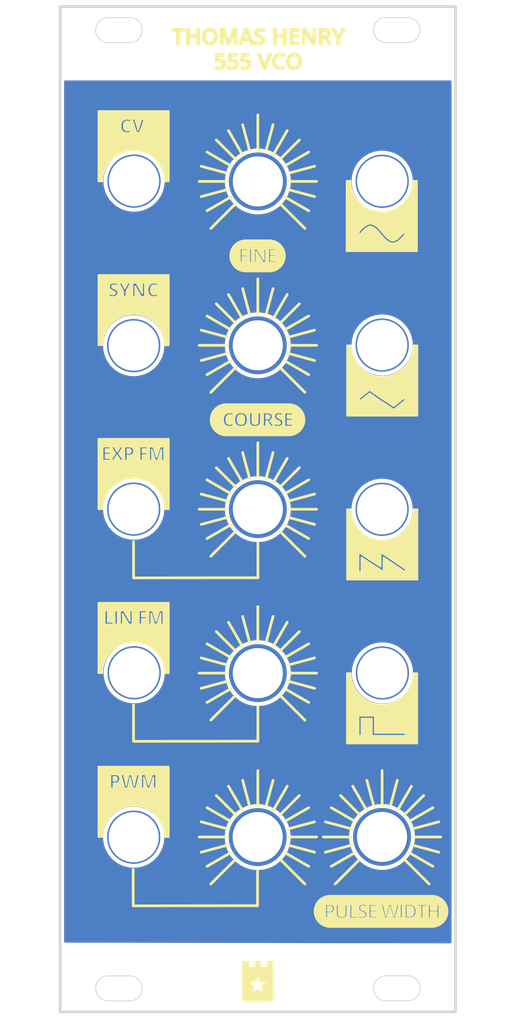
<source format=kicad_pcb>
(kicad_pcb (version 20211014) (generator pcbnew)
  (layers (0 "F.Cu" signal) (31 "B.Cu" signal) (34 "B.Paste" user) (35 "F.Paste" user) (36 "B.SilkS" user "B.Silkscreen") (37 "F.SilkS" user "F.Silkscreen") (38 "B.Mask" user) (39 "F.Mask" user) (44 "Edge.Cuts" user))
  (net 0 "")
  (footprint "Library:MountingHole_7.2mm_Pad_TopBottom" (layer "F.Cu") (at 154.91 108.79)
    (fp_text reference "REF**" hide)
    (fp_text value "MountingHole_7.2mm_Pad_TopBottom")
    (pad "1" thru_hole circle (at 0 0) (size 7.2 7.2) (drill 6.4) (layers *.Cu *.Mask))
    (pad "1" connect circle (at 0 0) (size 7.4 7.4) (layers "F.Cu" "F.Mask"))
    (pad "1" connect circle (at 0 0) (size 7.4 7.4) (layers "B.Cu" "B.Mask"))
  )
  (footprint "Library:MountingHole_7.2mm_Pad_TopBottom" (layer "F.Cu") (at 154.9 66.89)
    (fp_text reference "REF**" hide)
    (fp_text value "MountingHole_7.2mm_Pad_TopBottom")
    (pad "1" connect circle (at 0 0) (size 7.4 7.4) (layers "F.Cu" "F.Mask"))
    (pad "1" connect circle (at 0 0) (size 7.4 7.4) (layers "B.Cu" "B.Mask"))
    (pad "1" thru_hole circle (at 0 0) (size 7.2 7.2) (drill 6.4) (layers *.Cu *.Mask))
  )
  (footprint "Library:MountingHole_7.2mm_Pad_TopBottom" (layer "F.Cu") (at 170.77 129.73)
    (fp_text reference "REF**" hide)
    (fp_text value "MountingHole_7.2mm_Pad_TopBottom")
    (pad "1" thru_hole circle (at 0 0) (size 7.2 7.2) (drill 6.4) (layers *.Cu *.Mask))
    (pad "1" connect circle (at 0 0) (size 7.4 7.4) (layers "B.Cu" "B.Mask"))
    (pad "1" connect circle (at 0 0) (size 7.4 7.4) (layers "F.Cu" "F.Mask"))
  )
  (footprint "Library:MountingHole_6.4mm_M6_MiniPad_TopBottom" (layer "F.Cu") (at 139.05 87.83)
    (fp_text reference "REF**" hide)
    (fp_text value "MountingHole_6.4mm_M6_MiniPad_TopBottom")
    (pad "1" connect circle (at 0 0) (size 6.4 6.4) (layers "F.Cu" "F.Mask"))
    (pad "1" connect circle (at 0 0) (size 6.4 6.4) (layers "B.Cu" "B.Mask"))
    (pad "1" thru_hole circle (at 0 0) (size 6.8 6.8) (drill 6.4) (layers *.Cu *.Mask))
  )
  (footprint "Library:MountingHole_6.4mm_M6_MiniPad_TopBottom" (layer "F.Cu") (at 139.11 108.75)
    (fp_text reference "REF**" hide)
    (fp_text value "MountingHole_6.4mm_M6_MiniPad_TopBottom")
    (pad "1" thru_hole circle (at 0 0) (size 6.8 6.8) (drill 6.4) (layers *.Cu *.Mask))
    (pad "1" connect circle (at 0 0) (size 6.4 6.4) (layers "F.Cu" "F.Mask"))
    (pad "1" connect circle (at 0 0) (size 6.4 6.4) (layers "B.Cu" "B.Mask"))
  )
  (footprint "Library:MountingHole_6.4mm_M6_MiniPad_TopBottom" (layer "F.Cu") (at 139.09 45.9)
    (fp_text reference "REF**" hide)
    (fp_text value "MountingHole_6.4mm_M6_MiniPad_TopBottom")
    (pad "1" connect circle (at 0 0) (size 6.4 6.4) (layers "F.Cu" "F.Mask"))
    (pad "1" connect circle (at 0 0) (size 6.4 6.4) (layers "B.Cu" "B.Mask"))
    (pad "1" thru_hole circle (at 0 0) (size 6.8 6.8) (drill 6.4) (layers *.Cu *.Mask))
  )
  (footprint "Library:MountingHole_7.2mm_Pad_TopBottom" (layer "F.Cu") (at 154.91 45.94)
    (fp_text reference "REF**" hide)
    (fp_text value "MountingHole_7.2mm_Pad_TopBottom")
    (pad "1" connect circle (at 0 0) (size 7.4 7.4) (layers "B.Cu" "B.Mask"))
    (pad "1" connect circle (at 0 0) (size 7.4 7.4) (layers "F.Cu" "F.Mask"))
    (pad "1" thru_hole circle (at 0 0) (size 7.2 7.2) (drill 6.4) (layers *.Cu *.Mask))
  )
  (footprint "Library:MountingHole_6.4mm_M6_MiniPad_TopBottom" (layer "F.Cu") (at 139.05 66.93)
    (fp_text reference "REF**" hide)
    (fp_text value "MountingHole_6.4mm_M6_MiniPad_TopBottom")
    (pad "1" connect circle (at 0 0) (size 6.4 6.4) (layers "F.Cu" "F.Mask"))
    (pad "1" thru_hole circle (at 0 0) (size 6.8 6.8) (drill 6.4) (layers *.Cu *.Mask))
    (pad "1" connect circle (at 0 0) (size 6.4 6.4) (layers "B.Cu" "B.Mask"))
  )
  (footprint "Library:MountingHole_6.4mm_M6_MiniPad_TopBottom" (layer "F.Cu") (at 170.79 66.86)
    (fp_text reference "REF**" hide)
    (fp_text value "MountingHole_6.4mm_M6_MiniPad_TopBottom")
    (pad "1" thru_hole circle (at 0 0) (size 6.8 6.8) (drill 6.4) (layers *.Cu *.Mask))
    (pad "1" connect circle (at 0 0) (size 6.4 6.4) (layers "B.Cu" "B.Mask"))
    (pad "1" connect circle (at 0 0) (size 6.4 6.4) (layers "F.Cu" "F.Mask"))
  )
  (footprint "Library:MountingHole_6.4mm_M6_MiniPad_TopBottom" (layer "F.Cu") (at 170.79 45.92)
    (fp_text reference "GND" hide)
    (fp_text value "MountingHole_6.4mm_M6_MiniPad_TopBottom")
    (pad "1" connect circle (at 0 0) (size 6.4 6.4) (layers "B.Cu" "B.Mask"))
    (pad "1" connect circle (at 0 0) (size 6.4 6.4) (layers "F.Cu" "F.Mask"))
    (pad "1" thru_hole circle (at 0 0) (size 6.8 6.8) (drill 6.4) (layers *.Cu *.Mask))
  )
  (footprint "Library:MountingHole_6.4mm_M6_MiniPad_TopBottom" (layer "F.Cu") (at 139.05 129.76)
    (fp_text reference "REF**" hide)
    (fp_text value "MountingHole_6.4mm_M6_MiniPad_TopBottom")
    (pad "1" connect circle (at 0 0) (size 6.4 6.4) (layers "B.Cu" "B.Mask"))
    (pad "1" thru_hole circle (at 0 0) (size 6.8 6.8) (drill 6.4) (layers *.Cu *.Mask))
    (pad "1" connect circle (at 0 0) (size 6.4 6.4) (layers "F.Cu" "F.Mask"))
  )
  (footprint "Library:MountingHole_6.4mm_M6_MiniPad_TopBottom" (layer "F.Cu") (at 170.82 108.77)
    (fp_text reference "REF**" hide)
    (fp_text value "MountingHole_6.4mm_M6_MiniPad_TopBottom")
    (pad "1" connect circle (at 0 0) (size 6.4 6.4) (layers "F.Cu" "F.Mask"))
    (pad "1" thru_hole circle (at 0 0) (size 6.8 6.8) (drill 6.4) (layers *.Cu *.Mask))
    (pad "1" connect circle (at 0 0) (size 6.4 6.4) (layers "B.Cu" "B.Mask"))
  )
  (footprint "Library:MountingHole_6.4mm_M6_MiniPad_TopBottom" (layer "F.Cu") (at 170.78 87.85)
    (fp_text reference "REF**" hide)
    (fp_text value "MountingHole_6.4mm_M6_MiniPad_TopBottom")
    (pad "1" connect circle (at 0 0) (size 6.4 6.4) (layers "F.Cu" "F.Mask"))
    (pad "1" connect circle (at 0 0) (size 6.4 6.4) (layers "B.Cu" "B.Mask"))
    (pad "1" thru_hole circle (at 0 0) (size 6.8 6.8) (drill 6.4) (layers *.Cu *.Mask))
  )
  (footprint "Library:MountingHole_7.2mm_Pad_TopBottom" (layer "F.Cu") (at 154.91 87.83)
    (fp_text reference "REF**" hide)
    (fp_text value "MountingHole_7.2mm_Pad_TopBottom")
    (pad "1" thru_hole circle (at 0 0) (size 7.2 7.2) (drill 6.4) (layers *.Cu *.Mask))
    (pad "1" connect circle (at 0 0) (size 7.4 7.4) (layers "B.Cu" "B.Mask"))
    (pad "1" connect circle (at 0 0) (size 7.4 7.4) (layers "F.Cu" "F.Mask"))
  )
  (footprint "Library:MountingHole_7.2mm_Pad_TopBottom" (layer "F.Cu") (at 154.89 129.75)
    (fp_text reference "REF**" hide)
    (fp_text value "MountingHole_7.2mm_Pad_TopBottom")
    (pad "1" thru_hole circle (at 0 0) (size 7.2 7.2) (drill 6.4) (layers *.Cu *.Mask))
    (pad "1" connect circle (at 0 0) (size 7.4 7.4) (layers "B.Cu" "B.Mask"))
    (pad "1" connect circle (at 0 0) (size 7.4 7.4) (layers "F.Cu" "F.Mask"))
  )
  (gr_line (start 151.445824 110.790742) (end 148.414757 112.540872) (layer "F.SilkS") (width 0.352777))
  (gr_line (start 147.665527 85.899766) (end 151.046198 86.805696) (layer "F.SilkS") (width 0.352777))
  (gr_poly (pts (xy 157.795164 29.565946) (xy 157.832999 29.567665) (xy 157.870658 29.570532) (xy 157.908141 29.574545) (xy 157.945448 29.579704) (xy 157.982578 29.58601) (xy 158.019531 29.593463) (xy 158.056309 29.602062) (xy 158.093394 29.610969) (xy 158.129862 29.620759) (xy 158.165713 29.63143) (xy 158.200947 29.642984) (xy 158.235563 29.655419) (xy 158.269562 29.668737) (xy 158.302944 29.682936) (xy 158.335709 29.698017) (xy 158.211531 29.99435) (xy 158.184587 29.982532) (xy 158.157379 29.971067) (xy 158.129906 29.959954) (xy 158.102169 29.949195) (xy 158.074168 29.938788) (xy 158.045901 29.928734) (xy 158.01737 29.919032) (xy 157.988575 29.909684) (xy 157.974442 29.904899) (xy 157.960264 29.900423) (xy 157.946043 29.896256) (xy 157.931778 29.892397) (xy 157.917468 29.888848) (xy 157.903114 29.885606) (xy 157.888717 29.882674) (xy 157.874275 29.88005) (xy 157.859789 29.877735) (xy 157.845259 29.875729) (xy 157.830685 29.874031) (xy 157.816067 29.872642) (xy 157.801405 29.871561) (xy 157.786698 29.87079) (xy 157.771947 29.870327) (xy 157.757155 29.870172) (xy 157.723069 29.870944) (xy 157.689952 29.873259) (xy 157.657804 29.877118) (xy 157.626628 29.88252) (xy 157.596421 29.889465) (xy 157.567184 29.897954) (xy 157.538918 29.907986) (xy 157.511621 29.919561) (xy 157.485295 29.93268) (xy 157.459939 29.947343) (xy 157.435554 29.963548) (xy 157.412138 29.981297) (xy 157.389692 30.00059) (xy 157.368217 30.021426) (xy 157.347712 30.043805) (xy 157.328177 30.067727) (xy 157.310064 30.092973) (xy 157.293119 30.119321) (xy 157.277344 30.146772) (xy 157.262737 30.175325) (xy 157.249298 30.20498) (xy 157.237028 30.235738) (xy 157.225927 30.267599) (xy 157.215994 30.300561) (xy 157.20723 30.334626) (xy 157.199634 30.369794) (xy 157.193207 30.406064) (xy 157.187949 30.443436) (xy 157.183859 30.481911) (xy 157.180937 30.521489) (xy 157.179185 30.562168) (xy 157.1786 30.60395) (xy 157.179152 30.646063) (xy 157.180805 30.687029) (xy 157.183561 30.726849) (xy 157.18742 30.765522) (xy 157.192381 30.803049) (xy 157.198444 30.839429) (xy 157.20561 30.874663) (xy 157.213878 30.90875) (xy 157.223249 30.941691) (xy 157.233721 30.973485) (xy 157.245297 31.004132) (xy 157.257975 31.033633) (xy 157.271755 31.061988) (xy 157.286637 31.089196) (xy 157.302622 31.115257) (xy 157.31971 31.140172) (xy 157.337944 31.163411) (xy 157.357369 31.185151) (xy 157.377985 31.205392) (xy 157.388739 31.21495) (xy 157.399791 31.224133) (xy 157.411141 31.232942) (xy 157.422788 31.241375) (xy 157.446976 31.257118) (xy 157.472354 31.271361) (xy 157.498922 31.284106) (xy 157.526681 31.29535) (xy 157.555631 31.305096) (xy 157.585772 31.313342) (xy 157.617103 31.320089) (xy 157.649624 31.325337) (xy 157.683337 31.329085) (xy 157.71824 31.331334) (xy 157.754334 31.332084) (xy 157.785995 31.331687) (xy 157.817481 31.330496) (xy 157.84879 31.328512) (xy 157.879922 31.325733) (xy 157.910878 31.322161) (xy 157.941658 31.317796) (xy 157.972261 31.312636) (xy 158.002687 31.306683) (xy 158.033203 31.299363) (xy 158.064072 31.291514) (xy 158.095292 31.283136) (xy 158.126866 31.274228) (xy 158.158792 31.264791) (xy 158.191071 31.254825) (xy 158.223704 31.24433) (xy 158.256689 31.233306) (xy 158.256689 31.540928) (xy 158.2256 31.553187) (xy 158.194423 31.564564) (xy 158.163158 31.575059) (xy 158.131805 31.584672) (xy 158.100363 31.593403) (xy 158.068833 31.601253) (xy 158.037215 31.60822) (xy 158.005508 31.614305) (xy 157.973847 31.619597) (xy 157.940951 31.624183) (xy 157.906819 31.628064) (xy 157.871454 31.631239) (xy 157.834853 31.633709) (xy 157.797018 31.635472) (xy 157.757948 31.636531) (xy 157.717644 31.636884) (xy 157.679257 31.636388) (xy 157.641708 31.634899) (xy 157.604997 31.632419) (xy 157.569123 31.628946) (xy 157.534088 31.624481) (xy 157.49989 31.619024) (xy 157.466531 31.612575) (xy 157.434009 31.605134) (xy 157.402325 31.5967) (xy 157.371479 31.587274) (xy 157.341471 31.576856) (xy 157.312301 31.565446) (xy 157.283968 31.553044) (xy 157.256474 31.539649) (xy 157.229817 31.525263) (xy 157.203999 31.509884) (xy 157.179006 31.493259) (xy 157.15483 31.475841) (xy 157.131469 31.457628) (xy 157.108924 31.438623) (xy 157.087195 31.418823) (xy 157.066282 31.398229) (xy 157.046185 31.376842) (xy 157.026903 31.354661) (xy 157.008437 31.331687) (xy 156.990787 31.307918) (xy 156.973953 31.283356) (xy 156.957935 31.258) (xy 156.942732 31.231851) (xy 156.928345 31.204907) (xy 156.914775 31.17717) (xy 156.902019 31.148639) (xy 156.890058 31.11905) (xy 156.878869 31.088843) (xy 156.868451 31.058019) (xy 156.858805 31.026578) (xy 156.84993 30.994519) (xy 156.841828 30.961843) (xy 156.834497 30.92855) (xy 156.827937 30.894639) (xy 156.82215 30.860111) (xy 156.817134 30.824965) (xy 156.81289 30.789203) (xy 156.809417 30.752822) (xy 156.806716 30.715825) (xy 156.804787 30.67821) (xy 156.803629 30.639978) (xy 156.803244 30.601128) (xy 156.803674 30.563315) (xy 156.804963 30.526075) (xy 156.807113 30.489408) (xy 156.810123 30.453314) (xy 156.813992 30.417794) (xy 156.818721 30.382847) (xy 156.824311 30.348473) (xy 156.83076 30.314672) (xy 156.838069 30.281445) (xy 156.846238 30.248791) (xy 156.855267 30.21671) (xy 156.865155 30.185203) (xy 156.875904 30.154269) (xy 156.887512 30.123908) (xy 156.899981 30.09412) (xy 156.913309 30.064906) (xy 156.927465 30.036022) (xy 156.942414 30.007932) (xy 156.958157 29.980636) (xy 156.974693 29.954133) (xy 156.992024 29.928425) (xy 157.010148 29.90351) (xy 157.029066 29.879389) (xy 157.048777 29.856061) (xy 157.069282 29.833528) (xy 157.090581 29.811788) (xy 157.112674 29.790841) (xy 157.13556 29.770689) (xy 157.15924 29.75133) (xy 157.183714 29.732766) (xy 157.208981 29.714994) (xy 157.235043 29.698017) (xy 157.262218 29.681955) (xy 157.29012 29.666928) (xy 157.318751 29.652938) (xy 157.348108 29.639985) (xy 157.378194 29.628068) (xy 157.409007 29.617187) (xy 157.440547 29.607342) (xy 157.472815 29.598534) (xy 157.505811 29.590761) (xy 157.539534 29.584025) (xy 157.573985 29.578326) (xy 157.609163 29.573663) (xy 157.645069 29.570036) (xy 157.681703 29.567445) (xy 157.719064 29.565891) (xy 157.757153 29.565372)) (layer "F.SilkS") (width 0.2) (fill solid))
  (gr_line (start 151.445824 47.940843) (end 148.414757 49.690975) (layer "F.SilkS") (width 0.352777))
  (gr_line (start 152.968731 122.496469) (end 153.874664 125.877145) (layer "F.SilkS") (width 0.352777))
  (gr_line (start 173.608273 132.569269) (end 176.790333 135.751321) (layer "F.SilkS") (width 0.352777))
  (gr_poly (pts (xy 146.163467 27.231395) (xy 147.049644 27.231395) (xy 147.049644 26.418595) (xy 147.410889 26.418595) (xy 147.410889 28.433661) (xy 147.049644 28.433661) (xy 147.049644 27.539017) (xy 146.163467 27.539017) (xy 146.163467 28.433661) (xy 145.802223 28.433661) (xy 145.802223 26.418595) (xy 146.163467 26.418595)) (layer "F.SilkS") (width 0.2) (fill solid))
  (gr_line (start 167.315811 131.741044) (end 164.284748 133.490831) (layer "F.SilkS") (width 0.352777))
  (gr_line (start 152.968731 59.646398) (end 153.874664 63.027421) (layer "F.SilkS") (width 0.352777))
  (gr_line (start 162.410015 108.79088) (end 158.909754 108.79088) (layer "F.SilkS") (width 0.352777))
  (gr_line (start 139.025154 112.88) (end 139.032339 117.509165) (layer "F.SilkS") (width 0.352777))
  (gr_poly (pts (xy 136.645937 122.046788) (xy 136.664153 122.047531) (xy 136.681724 122.048768) (xy 136.698653 122.050498) (xy 136.714938 122.05272) (xy 136.730581 122.055432) (xy 136.745582 122.058635) (xy 136.759942 122.062327) (xy 136.773661 122.066506) (xy 136.78674 122.071173) (xy 136.799179 122.076325) (xy 136.810979 122.081962) (xy 136.82214 122.088083) (xy 136.832663 122.094686) (xy 136.842548 122.101772) (xy 136.851797 122.109338) (xy 136.860511 122.117411) (xy 136.868664 122.126022) (xy 136.876254 122.135173) (xy 136.883282 122.144865) (xy 136.889748 122.155099) (xy 136.895651 122.165876) (xy 136.900993 122.177196) (xy 136.905772 122.189061) (xy 136.909989 122.201472) (xy 136.913643 122.21443) (xy 136.916736 122.227935) (xy 136.919266 122.241989) (xy 136.921234 122.256593) (xy 136.922639 122.271748) (xy 136.923483 122.287454) (xy 136.923764 122.303712) (xy 136.923429 122.319737) (xy 136.922424 122.335266) (xy 136.92075 122.350303) (xy 136.918406 122.364849) (xy 136.915392 122.378904) (xy 136.911709 122.392472) (xy 136.907355 122.405552) (xy 136.902332 122.418147) (xy 136.89664 122.430259) (xy 136.890277 122.441888) (xy 136.883245 122.453037) (xy 136.875543 122.463707) (xy 136.867172 122.473899) (xy 136.85813 122.483616) (xy 136.848419 122.492857) (xy 136.838038 122.501626) (xy 136.827042 122.509889) (xy 136.815353 122.517616) (xy 136.802974 122.524805) (xy 136.789906 122.531459) (xy 136.776152 122.537578) (xy 136.761714 122.543162) (xy 136.746594 122.548212) (xy 136.730794 122.552728) (xy 136.714316 122.556711) (xy 136.697162 122.560161) (xy 136.679333 122.563079) (xy 136.660834 122.565465) (xy 136.641664 122.56732) (xy 136.621827 122.568645) (xy 136.601324 122.569439) (xy 136.580158 122.569703) (xy 136.457039 122.569703) (xy 136.457039 122.046541) (xy 136.627077 122.046541)) (layer "F.SilkS") (width 0.2) (fill solid))
  (gr_line (start 160.213055 82.537515) (end 157.738319 85.012601) (layer "F.SilkS") (width 0.352777))
  (gr_line (start 152.968731 38.696438) (end 153.874664 42.077108) (layer "F.SilkS") (width 0.352777))
  (gr_line (start 167.029884 123.245813) (end 168.780018 126.27688) (layer "F.SilkS") (width 0.352777))
  (gr_poly (pts (xy 152.256643 29.904039) (xy 151.508755 29.904039) (xy 151.466423 30.369706) (xy 151.49147 30.365472) (xy 151.518633 30.361239) (xy 151.547913 30.357006) (xy 151.579311 30.352773) (xy 151.596112 30.350127) (xy 151.61406 30.347834) (xy 151.633154 30.345893) (xy 151.653395 30.344306) (xy 151.674782 30.343071) (xy 151.697316 30.342189) (xy 151.720996 30.34166) (xy 151.745823 30.341483) (xy 151.769636 30.341759) (xy 151.793095 30.342586) (xy 151.816202 30.343964) (xy 151.838956 30.345893) (xy 151.861358 30.348374) (xy 151.883406 30.351405) (xy 151.905102 30.354988) (xy 151.926445 30.359122) (xy 151.947435 30.363808) (xy 151.968073 30.369044) (xy 151.988357 30.374832) (xy 152.008289 30.381171) (xy 152.027868 30.388061) (xy 152.047094 30.395503) (xy 152.065967 30.403495) (xy 152.084488 30.412039) (xy 152.102579 30.42077) (xy 152.120163 30.430031) (xy 152.13724 30.43982) (xy 152.15381 30.450139) (xy 152.169872 30.460987) (xy 152.185428 30.472364) (xy 152.200476 30.48427) (xy 152.215017 30.496706) (xy 152.229051 30.50967) (xy 152.242577 30.523164) (xy 152.255597 30.537187) (xy 152.268109 30.551739) (xy 152.280115 30.56682) (xy 152.291613 30.582431) (xy 152.302604 30.59857) (xy 152.313087 30.615239) (xy 152.32334 30.632404) (xy 152.332931 30.650032) (xy 152.341861 30.668123) (xy 152.350129 30.686677) (xy 152.357736 30.705693) (xy 152.364682 30.725173) (xy 152.370966 30.745116) (xy 152.376589 30.765522) (xy 152.38155 30.786391) (xy 152.385849 30.807723) (xy 152.389488 30.829518) (xy 152.392465 30.851776) (xy 152.39478 30.874497) (xy 152.396433 30.897682) (xy 152.397426 30.921329) (xy 152.397757 30.945439) (xy 152.396963 30.985126) (xy 152.394582 31.023756) (xy 152.390613 31.061326) (xy 152.385056 31.097839) (xy 152.377913 31.133293) (xy 152.369181 31.167689) (xy 152.358863 31.201026) (xy 152.346956 31.233305) (xy 152.333462 31.264526) (xy 152.318381 31.294689) (xy 152.301712 31.323793) (xy 152.283456 31.351839) (xy 152.263612 31.378826) (xy 152.242181 31.404755) (xy 152.219162 31.429626) (xy 152.194555 31.453439) (xy 152.168803 31.475653) (xy 152.141639 31.496434) (xy 152.113064 31.515781) (xy 152.083077 31.533696) (xy 152.05168 31.550177) (xy 152.018872 31.565225) (xy 151.984652 31.578841) (xy 151.949021 31.591023) (xy 151.91198 31.601771) (xy 151.873527 31.611087) (xy 151.833663 31.618969) (xy 151.792388 31.625418) (xy 151.749701 31.630434) (xy 151.705604 31.634017) (xy 151.660096 31.636167) (xy 151.613176 31.636884) (xy 151.573975 31.636443) (xy 151.53539 31.63512) (xy 151.497423 31.632915) (xy 151.460072 31.629828) (xy 151.423339 31.625859) (xy 151.387223 31.621009) (xy 151.351724 31.615276) (xy 151.316843 31.608662) (xy 151.282844 31.601209) (xy 151.249992 31.592963) (xy 151.218286 31.583923) (xy 151.187727 31.574089) (xy 151.158314 31.563462) (xy 151.130048 31.55204) (xy 151.102929 31.539825) (xy 151.076956 31.526817) (xy 151.076956 31.210728) (xy 151.103723 31.22453) (xy 151.131812 31.237715) (xy 151.161225 31.250283) (xy 151.191961 31.262234) (xy 151.224019 31.273567) (xy 151.257401 31.284282) (xy 151.292105 31.294381) (xy 151.328133 31.303861) (xy 151.364557 31.312461) (xy 151.400452 31.319913) (xy 151.435819 31.326219) (xy 151.470656 31.331378) (xy 151.504964 31.335391) (xy 151.538742 31.338258) (xy 151.571991 31.339978) (xy 151.604712 31.340551) (xy 151.629417 31.340209) (xy 151.653439 31.339184) (xy 151.676777 31.337475) (xy 151.699432 31.335083) (xy 151.721404 31.332007) (xy 151.742692 31.328248) (xy 151.763296 31.323805) (xy 151.783217 31.318679) (xy 151.802455 31.312869) (xy 151.821008 31.306375) (xy 151.838879 31.299199) (xy 151.856065 31.291338) (xy 151.872569 31.282794) (xy 151.888388 31.273567) (xy 151.903524 31.263656) (xy 151.917976 31.253062) (xy 151.931989 31.24174) (xy 151.945097 31.229646) (xy 151.957301 31.216781) (xy 151.968601 31.203143) (xy 151.978997 31.188735) (xy 151.988489 31.173554) (xy 151.997077 31.157602) (xy 152.00476 31.140878) (xy 152.01154 31.123383) (xy 152.017416 31.105116) (xy 152.022388 31.086076) (xy 152.026456 31.066266) (xy 152.02962 31.045684) (xy 152.03188 31.024329) (xy 152.033236 31.002204) (xy 152.033688 30.979306) (xy 152.033269 30.958801) (xy 152.032012 30.938913) (xy 152.029917 30.919642) (xy 152.026985 30.900989) (xy 152.023215 30.882954) (xy 152.018606 30.865535) (xy 152.013161 30.848734) (xy 152.006877 30.83255) (xy 151.999755 30.816984) (xy 151.991795 30.802035) (xy 151.982998 30.787704) (xy 151.973363 30.773989) (xy 151.96289 30.760893) (xy 151.951579 30.748413) (xy 151.93943 30.736551) (xy 151.926443 30.725306) (xy 151.912575 30.71437) (xy 151.89778 30.704139) (xy 151.88206 30.694614) (xy 151.865413 30.685795) (xy 151.847841 30.677681) (xy 151.829342 30.670272) (xy 151.809917 30.663569) (xy 151.789566 30.657572) (xy 151.768289 30.65228) (xy 151.746086 30.647694) (xy 151.722957 30.643814) (xy 151.698902 30.640639) (xy 151.673921 30.638169) (xy 151.648014 30.636405) (xy 151.621181 30.635347) (xy 151.593422 30.634994) (xy 151.573446 30.635215) (xy 151.553029 30.635876) (xy 151.532171 30.636979) (xy 151.510873 30.638522) (xy 151.489133 30.640507) (xy 151.466952 30.642932) (xy 151.44433 30.645798) (xy 151.421267 30.649106) (xy 151.378051 30.656161) (xy 151.338716 30.663217) (xy 151.303262 30.670272) (xy 151.271688 30.677328) (xy 151.119289 30.592661) (xy 151.195488 29.593594) (xy 152.256643 29.593594)) (layer "F.SilkS") (width 0.2) (fill solid))
  (gr_line (start 149.606651 61.587518) (end 152.081387 64.062604) (layer "F.SilkS") (width 0.352777))
  (gr_line (start 158.37406 131.741044) (end 161.405127 133.490831) (layer "F.SilkS") (width 0.352777))
  (gr_line (start 152.081421 69.719327) (end 148.899366 72.901384) (layer "F.SilkS") (width 0.352777))
  (gr_line (start 154.915154 113.08) (end 154.914321 117.49) (layer "F.SilkS") (width 0.352777))
  (gr_line (start 158.773687 130.776101) (end 162.154358 131.682039) (layer "F.SilkS") (width 0.352777))
  (gr_poly (pts (xy 166.801464 87.85563) (xy 166.806668 88.061399) (xy 166.822114 88.264465) (xy 166.847549 88.464578) (xy 166.882723 88.661485) (xy 166.927385 88.854937) (xy 166.981283 89.044681) (xy 167.044166 89.230467) (xy 167.115783 89.412043) (xy 167.195883 89.589158) (xy 167.284214 89.761562) (xy 167.380526 89.929003) (xy 167.484566 90.091229) (xy 167.596084 90.247991) (xy 167.714829 90.399036) (xy 167.84055 90.544113) (xy 167.972994 90.682971) (xy 168.111912 90.81536) (xy 168.257051 90.941027) (xy 168.408161 91.059723) (xy 168.56499 91.171195) (xy 168.727288 91.275193) (xy 168.894802 91.371464) (xy 169.067282 91.45976) (xy 169.244476 91.539827) (xy 169.426134 91.611415) (xy 169.612004 91.674273) (xy 169.801835 91.728149) (xy 169.995375 91.772793) (xy 170.192374 91.807953) (xy 170.39258 91.833379) (xy 170.595742 91.848818) (xy 170.801609 91.85402) (xy 171.007444 91.848818) (xy 171.210576 91.833379) (xy 171.410754 91.807953) (xy 171.607727 91.772793) (xy 171.801243 91.728149) (xy 171.991052 91.674273) (xy 172.176901 91.611415) (xy 172.358539 91.539827) (xy 172.535716 91.45976) (xy 172.70818 91.371464) (xy 172.87568 91.275193) (xy 173.037964 91.171195) (xy 173.194781 91.059723) (xy 173.34588 90.941027) (xy 173.49101 90.81536) (xy 173.629919 90.682971) (xy 173.762356 90.544113) (xy 173.888069 90.399036) (xy 174.006809 90.247991) (xy 174.118322 90.091229) (xy 174.222358 89.929003) (xy 174.318667 89.761562) (xy 174.406995 89.589158) (xy 174.487092 89.412043) (xy 174.558708 89.230467) (xy 174.62159 89.044681) (xy 174.675487 88.854937) (xy 174.720148 88.661485) (xy 174.755322 88.464578) (xy 174.780757 88.264465) (xy 174.796202 88.061399) (xy 174.801407 87.85563) (xy 174.800701 87.840814) (xy 175.301643 87.840814) (xy 175.301643 96.840883) (xy 166.301578 96.840883) (xy 166.301578 95.84076) (xy 167.781483 95.84076) (xy 168.134258 95.84076) (xy 168.134609 93.99785) (xy 170.956127 95.834756) (xy 170.956127 94.003846) (xy 173.681335 95.8397) (xy 173.878536 95.546899) (xy 170.603352 93.340974) (xy 170.603352 95.184587) (xy 167.781834 93.347673) (xy 167.781483 95.84076) (xy 166.301578 95.84076) (xy 166.301578 87.840814) (xy 166.80217 87.840814)) (layer "F.SilkS") (width 0.2) (fill solid))
  (gr_line (start 162.154392 43.999822) (end 158.773722 44.905753) (layer "F.SilkS") (width 0.352777))
  (gr_line (start 157.738461 90.66932) (end 160.920515 93.851373) (layer "F.SilkS") (width 0.352777))
  (gr_line (start 150.90992 45.94095) (end 147.410011 45.94095) (layer "F.SilkS") (width 0.352777))
  (gr_line (start 161.405054 105.04088) (end 158.373987 106.791009) (layer "F.SilkS") (width 0.352777))
  (gr_poly (pts (xy 145.505889 26.723395) (xy 144.927334 26.723395) (xy 144.927334 28.433661) (xy 144.56609 28.433661) (xy 144.56609 26.723395) (xy 143.987534 26.723395) (xy 143.987534 26.418595) (xy 145.505889 26.418595)) (layer "F.SilkS") (width 0.2) (fill solid))
  (gr_poly (pts (xy 153.694536 146.471635) (xy 154.564133 146.471635) (xy 154.564133 145.690942) (xy 155.255575 145.690942) (xy 155.255575 146.471635) (xy 156.125526 146.471635) (xy 156.125526 145.690942) (xy 156.826849 145.690942) (xy 156.826849 150.690858) (xy 152.992861 150.690858) (xy 152.992861 148.239404) (xy 153.615866 148.239404) (xy 153.617919 148.241525) (xy 153.623944 148.246592) (xy 153.647092 148.264945) (xy 153.732062 148.330203) (xy 153.857712 148.425294) (xy 154.010977 148.54033) (xy 154.164391 148.655916) (xy 154.290024 148.752522) (xy 154.374911 148.820023) (xy 154.398024 148.839697) (xy 154.404038 148.845461) (xy 154.406088 148.848298) (xy 154.403049 148.860422) (xy 154.394341 148.890187) (xy 154.362387 148.994747) (xy 154.315154 149.146205) (xy 154.257568 149.328782) (xy 154.152925 149.661454) (xy 154.121091 149.764553) (xy 154.1094 149.804681) (xy 154.109407 149.805766) (xy 154.109431 149.806267) (xy 154.10948 149.806733) (xy 154.109563 149.807157) (xy 154.109691 149.807531) (xy 154.109873 149.807849) (xy 154.110117 149.808104) (xy 154.110433 149.808289) (xy 154.110832 149.808398) (xy 154.111321 149.808423) (xy 154.111911 149.808358) (xy 154.11261 149.808196) (xy 154.113428 149.807931) (xy 154.114375 149.807555) (xy 154.11546 149.807062) (xy 154.116691 149.806445) (xy 154.11808 149.805697) (xy 154.119634 149.804811) (xy 154.121363 149.803781) (xy 154.123277 149.8026) (xy 154.125385 149.801261) (xy 154.13022 149.798082) (xy 154.135943 149.79419) (xy 154.142629 149.789531) (xy 154.150352 149.78405) (xy 154.159188 149.777693) (xy 154.169212 149.770406) (xy 154.180498 149.762134) (xy 154.193122 149.752824) (xy 154.207157 149.742421) (xy 154.22268 149.730871) (xy 154.239764 149.718119) (xy 154.278918 149.688794) (xy 154.325217 149.654011) (xy 154.379261 149.613338) (xy 154.512979 149.512582) (xy 154.78409 149.309648) (xy 154.869274 149.246874) (xy 154.903856 149.222596) (xy 154.904997 149.222754) (xy 154.907145 149.223679) (xy 154.91436 149.227755) (xy 154.93973 149.244286) (xy 154.978296 149.270997) (xy 155.028388 149.30669) (xy 155.088335 149.350173) (xy 155.156468 149.40025) (xy 155.231116 149.455725) (xy 155.31061 149.515405) (xy 155.463804 149.6303) (xy 155.589745 149.723102) (xy 155.675337 149.784287) (xy 155.69891 149.800046) (xy 155.705174 149.803697) (xy 155.707483 149.80433) (xy 155.707041 149.801046) (xy 155.705101 149.793079) (xy 155.697027 149.764077) (xy 155.666165 149.660658) (xy 155.619626 149.509747) (xy 155.562139 149.32702) (xy 155.45732 148.992453) (xy 155.425366 148.888025) (xy 155.41362 148.846536) (xy 155.414134 148.845561) (xy 155.415658 148.843838) (xy 155.421637 148.838229) (xy 155.444615 148.818905) (xy 155.480946 148.789816) (xy 155.529023 148.752214) (xy 155.587236 148.707352) (xy 155.653978 148.656483) (xy 155.727641 148.60086) (xy 155.806616 148.541734) (xy 156.084957 148.332451) (xy 156.170251 148.267101) (xy 156.202431 148.241174) (xy 156.200079 148.240414) (xy 156.192793 148.239721) (xy 156.16442 148.23855) (xy 156.119312 148.237675) (xy 156.059469 148.237115) (xy 155.903586 148.237003) (xy 155.712776 148.238344) (xy 155.219946 148.242929) (xy 155.067547 147.752572) (xy 154.958272 147.406187) (xy 154.923877 147.300877) (xy 154.909855 147.262208) (xy 154.908696 147.264274) (xy 154.90632 147.270336) (xy 154.89818 147.293628) (xy 154.870167 147.379155) (xy 154.829984 147.505693) (xy 154.781796 147.660142) (xy 154.629396 148.150506) (xy 154.600115 148.242929) (xy 154.107639 148.238344) (xy 153.916449 148.236825) (xy 153.760019 148.236493) (xy 153.654456 148.237352) (xy 153.625783 148.238229) (xy 153.615866 148.239404) (xy 152.992861 148.239404) (xy 152.992861 145.690942) (xy 153.694536 145.690942)) (layer "F.SilkS") (width 0.2) (fill solid))
  (gr_line (start 151.445824 89.840791) (end 148.414757 91.590921) (layer "F.SilkS") (width 0.352777))
  (gr_line (start 154.909855 79.340997) (end 154.909855 83.841028) (layer "F.SilkS") (width 0.352777))
  (gr_line (start 162.410015 129.740838) (end 158.909754 129.740838) (layer "F.SilkS") (width 0.352777))
  (gr_line (start 170.779842 121.240762) (end 170.779842 125.740793) (layer "F.SilkS") (width 0.352777))
  (gr_poly (pts (xy 156.473643 53.460309) (xy 156.57486 53.468072) (xy 156.67465 53.480853) (xy 156.772886 53.498525) (xy 156.869438 53.520959) (xy 156.964179 53.548026) (xy 157.056981 53.579599) (xy 157.147714 53.615549) (xy 157.236251 53.655748) (xy 157.322464 53.700068) (xy 157.406223 53.748379) (xy 157.487402 53.800555) (xy 157.565871 53.856466) (xy 157.641503 53.915985) (xy 157.714168 53.978983) (xy 157.78374 54.045332) (xy 157.850088 54.114903) (xy 157.913087 54.187568) (xy 157.972605 54.2632) (xy 158.028517 54.341669) (xy 158.080693 54.422848) (xy 158.129004 54.506607) (xy 158.173324 54.59282) (xy 158.213523 54.681357) (xy 158.249473 54.77209) (xy 158.281046 54.864891) (xy 158.308113 54.959632) (xy 158.330547 55.056185) (xy 158.348219 55.15442) (xy 158.361001 55.25421) (xy 158.368764 55.355427) (xy 158.37138 55.457942) (xy 158.368764 55.560456) (xy 158.361001 55.66167) (xy 158.348219 55.761456) (xy 158.330547 55.859685) (xy 158.308113 55.956229) (xy 158.281046 56.050961) (xy 158.249473 56.143751) (xy 158.213523 56.234472) (xy 158.173324 56.322997) (xy 158.129004 56.409195) (xy 158.080693 56.49294) (xy 158.028517 56.574104) (xy 157.972605 56.652557) (xy 157.913087 56.728172) (xy 157.850088 56.800821) (xy 157.78374 56.870376) (xy 157.714168 56.936708) (xy 157.641503 56.999689) (xy 157.565871 57.059192) (xy 157.487402 57.115087) (xy 157.406223 57.167248) (xy 157.322464 57.215545) (xy 157.236251 57.25985) (xy 157.147714 57.300036) (xy 157.056981 57.335974) (xy 156.964179 57.367536) (xy 156.869438 57.394594) (xy 156.772886 57.41702) (xy 156.67465 57.434685) (xy 156.57486 57.447462) (xy 156.473643 57.455222) (xy 156.371128 57.457837) (xy 153.371107 57.457837) (xy 153.268593 57.455222) (xy 153.167379 57.447462) (xy 153.067594 57.434685) (xy 152.969365 57.41702) (xy 152.872821 57.394594) (xy 152.778089 57.367536) (xy 152.685299 57.335974) (xy 152.594577 57.300036) (xy 152.506053 57.25985) (xy 152.419855 57.215545) (xy 152.336109 57.167248) (xy 152.254946 57.115087) (xy 152.176493 57.059192) (xy 152.100877 56.999689) (xy 152.028228 56.936708) (xy 151.958673 56.870376) (xy 151.892341 56.800821) (xy 151.82936 56.728172) (xy 151.769857 56.652557) (xy 151.713961 56.574104) (xy 151.661801 56.49294) (xy 151.613504 56.409195) (xy 151.569198 56.322997) (xy 151.564054 56.311666) (xy 152.637682 56.311666) (xy 152.923433 56.311666) (xy 153.828306 56.311666) (xy 154.116526 56.311666) (xy 154.458721 56.311666) (xy 154.720129 56.311666) (xy 154.720129 55.395147) (xy 154.719071 55.299892) (xy 154.715896 55.199842) (xy 154.710605 55.094962) (xy 154.703197 54.985219) (xy 154.697201 54.906904) (xy 154.707077 54.906904) (xy 155.573852 56.311666) (xy 155.927336 56.311666) (xy 156.269529 56.311666) (xy 157.266479 56.311666) (xy 157.266479 56.066835) (xy 156.557396 56.066835) (xy 156.557396 55.513328) (xy 157.221676 55.513328) (xy 157.221676 55.272027) (xy 156.557396 55.272027) (xy 156.557396 54.792251) (xy 157.266479 54.792251) (xy 157.266479 54.548835) (xy 156.269529 54.548835) (xy 156.269529 56.311666) (xy 155.927336 56.311666) (xy 155.927336 54.548835) (xy 155.663105 54.548835) (xy 155.663105 55.472406) (xy 155.663568 55.525913) (xy 155.664957 55.589044) (xy 155.667271 55.661766) (xy 155.670513 55.744047) (xy 155.673738 55.822163) (xy 155.676466 55.881892) (xy 155.678599 55.923234) (xy 155.680037 55.946187) (xy 155.672628 55.946187) (xy 154.808325 54.548835) (xy 154.458721 54.548835) (xy 154.458721 56.311666) (xy 154.116526 56.311666) (xy 154.116526 54.548835) (xy 153.828306 54.548835) (xy 153.828306 56.311666) (xy 152.923433 56.311666) (xy 152.923433 55.588119) (xy 153.587713 55.588119) (xy 153.587713 55.34329) (xy 152.923433 55.34329) (xy 152.923433 54.792251) (xy 153.632517 54.792251) (xy 153.632517 54.548835) (xy 152.637682 54.548835) (xy 152.637682 56.311666) (xy 151.564054 56.311666) (xy 151.529012 56.234472) (xy 151.493074 56.143751) (xy 151.461512 56.050961) (xy 151.434453 55.956229) (xy 151.412028 55.859685) (xy 151.394362 55.761456) (xy 151.381585 55.66167) (xy 151.373825 55.560456) (xy 151.37121 55.457942) (xy 151.373825 55.355427) (xy 151.381585 55.25421) (xy 151.394362 55.15442) (xy 151.412028 55.056185) (xy 151.434453 54.959632) (xy 151.461512 54.864891) (xy 151.493074 54.77209) (xy 151.529012 54.681357) (xy 151.569198 54.59282) (xy 151.613504 54.506607) (xy 151.661801 54.422848) (xy 151.713961 54.341669) (xy 151.769857 54.2632) (xy 151.82936 54.187568) (xy 151.892341 54.114903) (xy 151.958673 54.045332) (xy 152.028228 53.978983) (xy 152.100877 53.915985) (xy 152.176493 53.856466) (xy 152.254946 53.800555) (xy 152.336109 53.748379) (xy 152.419855 53.700068) (xy 152.506053 53.655748) (xy 152.594577 53.615549) (xy 152.685299 53.579599) (xy 152.778089 53.548026) (xy 152.872821 53.520959) (xy 152.969365 53.498525) (xy 153.067594 53.480853) (xy 153.167379 53.468072) (xy 153.268593 53.460309) (xy 153.371107 53.457692) (xy 156.371128 53.457692)) (layer "F.SilkS") (width 0.2) (fill solid))
  (gr_line (start 158.773687 88.876153) (end 162.154358 89.782083) (layer "F.SilkS") (width 0.352777))
  (gr_line (start 157.738461 111.619279) (end 160.920515 114.801332) (layer "F.SilkS") (width 0.352777))
  (gr_line (start 150.90992 66.890931) (end 147.410011 66.890931) (layer "F.SilkS") (width 0.352777))
  (gr_poly (pts (xy 160.164511 26.720572) (xy 159.379932 26.720572) (xy 159.379932 27.234217) (xy 160.113712 27.234217) (xy 160.113712 27.536195) (xy 159.379932 27.536195) (xy 159.379932 28.128861) (xy 160.164511 28.128861) (xy 160.164511 28.433661) (xy 159.018688 28.433661) (xy 159.018688 26.418595) (xy 160.164511 26.418595)) (layer "F.SilkS") (width 0.2) (fill solid))
  (gr_line (start 151.046198 130.776101) (end 147.665527 131.682039) (layer "F.SilkS") (width 0.352777))
  (gr_line (start 138.979775 133.91) (end 138.98696 138.539165) (layer "F.SilkS") (width 0.352777))
  (gr_line (start 150.90992 129.740838) (end 147.410011 129.740838) (layer "F.SilkS") (width 0.352777))
  (gr_line (start 148.414652 84.090902) (end 151.445719 85.840677) (layer "F.SilkS") (width 0.352777))
  (gr_line (start 150.90992 108.79088) (end 147.410011 108.79088) (layer "F.SilkS") (width 0.352777))
  (gr_line (start 154.9 96.6) (end 139.037185 96.619165) (layer "F.SilkS") (width 0.352777))
  (gr_line (start 149.606651 82.537515) (end 152.081387 85.012601) (layer "F.SilkS") (width 0.352777))
  (gr_line (start 166.779766 129.740838) (end 163.279858 129.740838) (layer "F.SilkS") (width 0.352777))
  (gr_poly (pts (xy 148.81628 26.388057) (xy 148.854854 26.389579) (xy 148.892568 26.392114) (xy 148.929423 26.395664) (xy 148.965417 26.400228) (xy 149.000551 26.405806) (xy 149.034826 26.412399) (xy 149.06824 26.420006) (xy 149.100795 26.428627) (xy 149.13249 26.438262) (xy 149.163325 26.448911) (xy 149.1933 26.460575) (xy 149.222415 26.473253) (xy 149.25067 26.486945) (xy 149.278066 26.501652) (xy 149.304602 26.517372) (xy 149.33063 26.533666) (xy 149.355799 26.550798) (xy 149.380107 26.568768) (xy 149.403556 26.587575) (xy 149.426145 26.60722) (xy 149.447874 26.627704) (xy 149.468743 26.649025) (xy 149.488752 26.671183) (xy 149.507901 26.69418) (xy 149.52619 26.718015) (xy 149.54362 26.742687) (xy 149.560189 26.768198) (xy 149.575899 26.794546) (xy 149.590749 26.821732) (xy 149.604738 26.849755) (xy 149.617868 26.878617) (xy 149.630513 26.907864) (xy 149.642342 26.937751) (xy 149.653355 26.968278) (xy 149.663552 26.999443) (xy 149.672934 27.031248) (xy 149.681499 27.063693) (xy 149.68925 27.096777) (xy 149.696184 27.1305) (xy 149.702302 27.164863) (xy 149.707605 27.199865) (xy 149.712092 27.235507) (xy 149.715763 27.271788) (xy 149.718619 27.308708) (xy 149.720658 27.346268) (xy 149.721882 27.384467) (xy 149.72229 27.423306) (xy 149.721882 27.462155) (xy 149.720658 27.500388) (xy 149.718619 27.538002) (xy 149.715763 27.575) (xy 149.712092 27.61138) (xy 149.707605 27.647143) (xy 149.702302 27.682289) (xy 149.696184 27.716817) (xy 149.68925 27.750727) (xy 149.681499 27.784021) (xy 149.672934 27.816697) (xy 149.663552 27.848756) (xy 149.653355 27.880197) (xy 149.642342 27.911021) (xy 149.630513 27.941228) (xy 149.617868 27.970817) (xy 149.604738 27.999348) (xy 149.590748 28.027085) (xy 149.575898 28.054028) (xy 149.560188 28.080178) (xy 149.543619 28.105534) (xy 149.526189 28.130096) (xy 149.5079 28.153864) (xy 149.488751 28.176839) (xy 149.468742 28.19902) (xy 149.447873 28.220407) (xy 149.426144 28.241) (xy 149.403555 28.2608) (xy 149.380106 28.279806) (xy 149.355797 28.298018) (xy 149.330629 28.315437) (xy 149.3046 28.332061) (xy 149.277723 28.347782) (xy 149.250007 28.362488) (xy 149.221454 28.376181) (xy 149.192064 28.388858) (xy 149.161835 28.400522) (xy 149.130768 28.411172) (xy 149.098864 28.420807) (xy 149.066122 28.429428) (xy 149.032542 28.437035) (xy 148.998124 28.443627) (xy 148.962869 28.449206) (xy 148.926775 28.45377) (xy 148.889844 28.457319) (xy 148.852075 28.459855) (xy 148.813468 28.461376) (xy 148.774023 28.461883) (xy 148.734236 28.461376) (xy 148.695309 28.459855) (xy 148.657243 28.457319) (xy 148.620036 28.45377) (xy 148.583688 28.449206) (xy 148.548201 28.443627) (xy 148.513574 28.437035) (xy 148.479806 28.429428) (xy 148.446899 28.420807) (xy 148.414851 28.411172) (xy 148.383663 28.400522) (xy 148.353335 28.388858) (xy 148.323867 28.376181) (xy 148.295259 28.362488) (xy 148.26751 28.347782) (xy 148.240622 28.332061) (xy 148.214924 28.315425) (xy 148.190042 28.297974) (xy 148.165976 28.279707) (xy 148.142726 28.260624) (xy 148.120292 28.240725) (xy 148.098673 28.22001) (xy 148.077871 28.19848) (xy 148.057884 28.176133) (xy 148.038713 28.152971) (xy 148.020357 28.128994) (xy 148.002818 28.1042) (xy 147.986094 28.07859) (xy 147.970186 28.052165) (xy 147.955094 28.024924) (xy 147.940817 27.996867) (xy 147.927357 27.967995) (xy 147.915054 27.938405) (xy 147.903544 27.908199) (xy 147.892829 27.877375) (xy 147.882907 27.845934) (xy 147.873779 27.813875) (xy 147.865444 27.781199) (xy 147.857904 27.747905) (xy 147.851157 27.713995) (xy 147.845204 27.679466) (xy 147.840045 27.644321) (xy 147.835679 27.608558) (xy 147.832108 27.572178) (xy 147.82933 27.53518) (xy 147.827345 27.497565) (xy 147.826155 27.459333) (xy 147.825787 27.423306) (xy 148.206757 27.423306) (xy 148.207286 27.465418) (xy 148.208873 27.506385) (xy 148.211519 27.546205) (xy 148.215223 27.584878) (xy 148.219985 27.622405) (xy 148.225806 27.658785) (xy 148.232685 27.694018) (xy 148.240623 27.728106) (xy 148.249618 27.761046) (xy 148.259673 27.79284) (xy 148.270785 27.823488) (xy 148.282956 27.852989) (xy 148.296185 27.881343) (xy 148.310472 27.908551) (xy 148.325818 27.934613) (xy 148.342222 27.959528) (xy 148.350846 27.971509) (xy 148.359784 27.983109) (xy 148.369036 27.994329) (xy 148.378602 28.005169) (xy 148.388483 28.015628) (xy 148.398678 28.025707) (xy 148.409186 28.035405) (xy 148.42001 28.044724) (xy 148.431147 28.053662) (xy 148.442598 28.062219) (xy 148.454364 28.070397) (xy 148.466444 28.078194) (xy 148.478838 28.08561) (xy 148.491546 28.092646) (xy 148.504569 28.099302) (xy 148.517905 28.105578) (xy 148.531556 28.111473) (xy 148.545521 28.116988) (xy 148.574394 28.126877) (xy 148.604523 28.135244) (xy 148.63591 28.14209) (xy 148.668553 28.147415) (xy 148.702453 28.151219) (xy 148.737609 28.153501) (xy 148.774023 28.154261) (xy 148.810767 28.153501) (xy 148.84621 28.151219) (xy 148.880353 28.147415) (xy 148.913194 28.14209) (xy 148.944735 28.135244) (xy 148.974975 28.126877) (xy 149.003913 28.116988) (xy 149.031551 28.105578) (xy 149.057888 28.092646) (xy 149.082924 28.078194) (xy 149.106659 28.062219) (xy 149.129094 28.044724) (xy 149.150227 28.025707) (xy 149.17006 28.005169) (xy 149.188591 27.983109) (xy 149.205822 27.959528) (xy 149.222226 27.934613) (xy 149.237572 27.908551) (xy 149.25186 27.881343) (xy 149.265089 27.852989) (xy 149.27726 27.823488) (xy 149.288372 27.79284) (xy 149.298426 27.761046) (xy 149.307422 27.728106) (xy 149.31536 27.694018) (xy 149.322239 27.658785) (xy 149.32806 27.622405) (xy 149.332823 27.584878) (xy 149.336527 27.546205) (xy 149.339173 27.506385) (xy 149.34076 27.465418) (xy 149.34129 27.423306) (xy 149.340771 27.381193) (xy 149.339217 27.340226) (xy 149.336626 27.300407) (xy 149.332999 27.261733) (xy 149.328336 27.224207) (xy 149.322636 27.187826) (xy 149.3159 27.152593) (xy 149.308128 27.118506) (xy 149.299319 27.085565) (xy 149.289475 27.053771) (xy 149.278594 27.023123) (xy 149.266676 26.993622) (xy 149.253723 26.965268) (xy 149.239733 26.93806) (xy 149.224707 26.911998) (xy 149.208645 26.887083) (xy 149.200192 26.875103) (xy 149.191414 26.863502) (xy 149.18231 26.852282) (xy 149.172882 26.841443) (xy 149.163128 26.830984) (xy 149.153049 26.820904) (xy 149.142645 26.811206) (xy 149.131915 26.801888) (xy 149.120861 26.79295) (xy 149.109481 26.784392) (xy 149.097776 26.776215) (xy 149.085746 26.768418) (xy 149.07339 26.761001) (xy 149.06071 26.753965) (xy 149.047704 26.747309) (xy 149.034373 26.741033) (xy 149.020716 26.735138) (xy 149.006735 26.729623) (xy 148.992428 26.724489) (xy 148.977796 26.719734) (xy 148.947557 26.711367) (xy 148.916016 26.704521) (xy 148.883175 26.699196) (xy 148.849033 26.695393) (xy 148.81359 26.693111) (xy 148.776846 26.69235) (xy 148.740421 26.693111) (xy 148.705231 26.695393) (xy 148.671276 26.699196) (xy 148.638556 26.704521) (xy 148.60707 26.711367) (xy 148.576819 26.719734) (xy 148.547803 26.729623) (xy 148.520022 26.741033) (xy 148.493475 26.753965) (xy 148.468163 26.768418) (xy 148.444086 26.784392) (xy 148.421244 26.801888) (xy 148.399636 26.820904) (xy 148.379264 26.841443) (xy 148.360126 26.863502) (xy 148.342222 26.887083) (xy 148.325818 26.911998) (xy 148.310472 26.93806) (xy 148.296185 26.965268) (xy 148.282956 26.993622) (xy 148.270785 27.023124) (xy 148.259673 27.053771) (xy 148.249618 27.085565) (xy 148.240623 27.118506) (xy 148.232685 27.152593) (xy 148.225806 27.187827) (xy 148.219985 27.224207) (xy 148.215223 27.261734) (xy 148.211519 27.300407) (xy 148.208873 27.340226) (xy 148.207286 27.381193) (xy 148.206757 27.423306) (xy 147.825787 27.423306) (xy 147.825758 27.420483) (xy 147.826155 27.381987) (xy 147.827345 27.344107) (xy 147.82933 27.306845) (xy 147.832108 27.2702) (xy 147.835679 27.234173) (xy 147.840045 27.198763) (xy 147.845204 27.16397) (xy 147.851157 27.129795) (xy 147.857904 27.096237) (xy 147.865444 27.063296) (xy 147.873779 27.030973) (xy 147.882907 26.999267) (xy 147.892829 26.968178) (xy 147.903544 26.937707) (xy 147.915054 26.907853) (xy 147.927357 26.878617) (xy 147.940817 26.849755) (xy 147.955094 26.821732) (xy 147.970186 26.794546) (xy 147.986094 26.768198) (xy 148.002818 26.742687) (xy 148.020357 26.718015) (xy 148.038713 26.69418) (xy 148.057884 26.671183) (xy 148.077871 26.649025) (xy 148.098673 26.627704) (xy 148.120292 26.60722) (xy 148.142726 26.587575) (xy 148.165976 26.568768) (xy 148.190042 26.550798) (xy 148.214924 26.533666) (xy 148.240622 26.517372) (xy 148.267521 26.501652) (xy 148.295303 26.486945) (xy 148.323966 26.473253) (xy 148.353512 26.460575) (xy 148.383939 26.448911) (xy 148.415248 26.438262) (xy 148.447439 26.428627) (xy 148.480512 26.420006) (xy 148.514467 26.412399) (xy 148.549304 26.405806) (xy 148.585022 26.400228) (xy 148.621623 26.395664) (xy 148.659106 26.392114) (xy 148.697471 26.389579) (xy 148.736717 26.388057) (xy 148.776846 26.38755)) (layer "F.SilkS") (width 0.2) (fill solid))
  (gr_poly (pts (xy 158.97364 74.410537) (xy 159.074854 74.418297) (xy 159.174639 74.431074) (xy 159.272868 74.44874) (xy 159.369412 74.471165) (xy 159.464144 74.498224) (xy 159.556934 74.529786) (xy 159.647656 74.565724) (xy 159.73618 74.60591) (xy 159.822378 74.650216) (xy 159.906123 74.698513) (xy 159.987286 74.750674) (xy 160.06574 74.806569) (xy 160.141355 74.866072) (xy 160.214004 74.929054) (xy 160.283559 74.995386) (xy 160.349891 75.064941) (xy 160.412872 75.13759) (xy 160.472375 75.213206) (xy 160.52827 75.291659) (xy 160.580431 75.372823) (xy 160.628728 75.456568) (xy 160.673034 75.542767) (xy 160.71322 75.631291) (xy 160.749158 75.722013) (xy 160.78072 75.814803) (xy 160.807778 75.909535) (xy 160.830204 76.00608) (xy 160.847869 76.104309) (xy 160.860646 76.204095) (xy 160.868406 76.305309) (xy 160.871021 76.407823) (xy 160.868406 76.510337) (xy 160.860646 76.611551) (xy 160.847869 76.711336) (xy 160.830204 76.809565) (xy 160.807778 76.906109) (xy 160.78072 77.00084) (xy 160.749158 77.093631) (xy 160.71322 77.184352) (xy 160.673034 77.272876) (xy 160.628728 77.359075) (xy 160.580431 77.44282) (xy 160.52827 77.523983) (xy 160.472375 77.602436) (xy 160.412872 77.678051) (xy 160.349891 77.7507) (xy 160.283559 77.820255) (xy 160.214004 77.886587) (xy 160.141355 77.949568) (xy 160.06574 78.009071) (xy 159.987286 78.064966) (xy 159.906123 78.117126) (xy 159.822378 78.165423) (xy 159.73618 78.209729) (xy 159.647656 78.249915) (xy 159.556934 78.285853) (xy 159.464144 78.317415) (xy 159.369412 78.344473) (xy 159.272868 78.366899) (xy 159.174639 78.384564) (xy 159.074854 78.397341) (xy 158.97364 78.405101) (xy 158.871126 78.407716) (xy 150.871183 78.407716) (xy 150.768669 78.405101) (xy 150.667456 78.397341) (xy 150.56767 78.384564) (xy 150.469441 78.366899) (xy 150.372897 78.344473) (xy 150.278166 78.317415) (xy 150.185375 78.285853) (xy 150.094654 78.249915) (xy 150.00613 78.209729) (xy 149.919931 78.165423) (xy 149.836186 78.117126) (xy 149.755023 78.064966) (xy 149.67657 78.009071) (xy 149.600954 77.949568) (xy 149.528305 77.886587) (xy 149.458751 77.820255) (xy 149.392419 77.7507) (xy 149.329437 77.678051) (xy 149.269935 77.602436) (xy 149.214039 77.523983) (xy 149.161879 77.44282) (xy 149.113581 77.359075) (xy 149.069276 77.272876) (xy 149.02909 77.184352) (xy 148.993152 77.093631) (xy 148.96159 77.00084) (xy 148.934531 76.906109) (xy 148.912106 76.809565) (xy 148.89444 76.711336) (xy 148.881663 76.611551) (xy 148.873903 76.510337) (xy 148.871288 76.407823) (xy 148.871936 76.382421) (xy 150.472898 76.382421) (xy 150.473692 76.436197) (xy 150.476074 76.488387) (xy 150.480044 76.538988) (xy 150.485604 76.588002) (xy 150.492753 76.635428) (xy 150.501492 76.681267) (xy 150.511821 76.725518) (xy 150.523742 76.768182) (xy 150.537254 76.809258) (xy 150.552359 76.848747) (xy 150.569056 76.886648) (xy 150.587346 76.922962) (xy 150.607231 76.957688) (xy 150.628709 76.990827) (xy 150.651782 77.022379) (xy 150.676451 77.052343) (xy 150.702624 77.0806) (xy 150.730211 77.107031) (xy 150.759212 77.131635) (xy 150.789627 77.154413) (xy 150.821455 77.175366) (xy 150.854698 77.194495) (xy 150.889354 77.211799) (xy 150.925424 77.227279) (xy 150.962908 77.240936) (xy 151.001806 77.252771) (xy 151.042117 77.262783) (xy 151.083843 77.270974) (xy 151.126982 77.277344) (xy 151.171535 77.281893) (xy 151.217502 77.284622) (xy 151.264883 77.285531) (xy 151.298155 77.28518) (xy 151.331029 77.284125) (xy 151.363507 77.282366) (xy 151.395588 77.279903) (xy 151.427272 77.276735) (xy 151.458559 77.272862) (xy 151.489449 77.268283) (xy 151.519942 77.262998) (xy 151.550039 77.257005) (xy 151.579738 77.250305) (xy 151.609041 77.242897) (xy 151.637947 77.234781) (xy 151.666456 77.225956) (xy 151.694568 77.216422) (xy 151.722283 77.206177) (xy 151.749601 77.195222) (xy 151.749601 76.881601) (xy 151.684812 76.903413) (xy 151.622469 76.922291) (xy 151.592216 76.930632) (xy 151.562574 76.938242) (xy 151.533544 76.945122) (xy 151.505126 76.951274) (xy 151.47732 76.956698) (xy 151.450126 76.961396) (xy 151.423544 76.965368) (xy 151.397573 76.968616) (xy 151.372215 76.97114) (xy 151.347468 76.972942) (xy 151.323333 76.974022) (xy 151.29981 76.974382) (xy 151.272593 76.973806) (xy 151.24624 76.972079) (xy 151.220751 76.969201) (xy 151.196126 76.965171) (xy 151.172366 76.95999) (xy 151.149469 76.953658) (xy 151.127436 76.946174) (xy 151.106267 76.937539) (xy 151.085962 76.927752) (xy 151.066522 76.916815) (xy 151.047945 76.904725) (xy 151.030233 76.891485) (xy 151.013384 76.877093) (xy 150.9974 76.86155) (xy 150.982279 76.844855) (xy 150.968023 76.82701) (xy 150.95463 76.808012) (xy 150.942102 76.787864) (xy 150.930438 76.766564) (xy 150.919637 76.744112) (xy 150.909701 76.72051) (xy 150.900629 76.695755) (xy 150.885076 76.642793) (xy 150.87298 76.585225) (xy 150.86434 76.523052) (xy 150.859156 76.456273) (xy 150.857428 76.384889) (xy 150.85755 76.375368) (xy 151.922813 76.375368) (xy 151.923661 76.429536) (xy 151.926203 76.48211) (xy 151.930441 76.533087) (xy 151.936373 76.582469) (xy 151.944001 76.630255) (xy 151.953324 76.676445) (xy 151.964341 76.72104) (xy 151.977054 76.764039) (xy 151.991461 76.805442) (xy 152.007564 76.845249) (xy 152.025362 76.883461) (xy 152.044854 76.920076) (xy 152.066042 76.955096) (xy 152.088924 76.98852) (xy 152.113502 77.020348) (xy 152.139774 77.05058) (xy 152.167629 77.079032) (xy 152.196956 77.105647) (xy 152.227755 77.130428) (xy 152.260026 77.153372) (xy 152.293768 77.174481) (xy 152.328983 77.193754) (xy 152.365669 77.211192) (xy 152.403826 77.226794) (xy 152.443456 77.240561) (xy 152.484557 77.252492) (xy 152.527131 77.262587) (xy 152.571176 77.270847) (xy 152.616692 77.277272) (xy 152.663681 77.28186) (xy 152.712141 77.284614) (xy 152.762074 77.285531) (xy 152.811943 77.284614) (xy 152.860349 77.28186) (xy 152.907292 77.277272) (xy 152.952771 77.270847) (xy 152.996787 77.262587) (xy 153.039339 77.252492) (xy 153.080428 77.240561) (xy 153.120054 77.226794) (xy 153.158216 77.211192) (xy 153.194914 77.193754) (xy 153.23015 77.174481) (xy 153.263921 77.153372) (xy 153.296229 77.130428) (xy 153.327074 77.105647) (xy 153.356455 77.079032) (xy 153.384373 77.05058) (xy 153.410645 77.02036) (xy 153.435222 76.988568) (xy 153.458105 76.955203) (xy 153.479292 76.920264) (xy 153.498785 76.88375) (xy 153.516582 76.845659) (xy 153.532684 76.805991) (xy 153.547091 76.764745) (xy 153.559803 76.721919) (xy 153.570821 76.677513) (xy 153.579508 76.634656) (xy 153.83099 76.634656) (xy 153.831726 76.67193) (xy 153.833933 76.70821) (xy 153.83761 76.743496) (xy 153.842758 76.777786) (xy 153.849376 76.811081) (xy 153.857463 76.843378) (xy 153.867018 76.874676) (xy 153.878042 76.904975) (xy 153.890533 76.934273) (xy 153.904491 76.96257) (xy 153.919916 76.989864) (xy 153.936807 77.016155) (xy 153.955163 77.041441) (xy 153.974985 77.065721) (xy 153.99627 77.088995) (xy 154.01902 77.111261) (xy 154.043159 77.132403) (xy 154.068481 77.152173) (xy 154.094985 77.170573) (xy 154.122671 77.187604) (xy 154.151539 77.203266) (xy 154.18159 77.217561) (xy 154.212823 77.230489) (xy 154.245239 77.242052) (xy 154.278837 77.252251) (xy 154.313617 77.261087) (xy 154.34958 77.26856) (xy 154.386725 77.274673) (xy 154.425052 77.279425) (xy 154.464562 77.282818) (xy 154.505254 77.284853) (xy 154.547129 77.285531) (xy 154.575133 77.285225) (xy 154.602659 77.284308) (xy 154.629706 77.282778) (xy 154.656275 77.280636) (xy 154.682367 77.277883) (xy 154.707981 77.274518) (xy 154.733119 77.27054) (xy 154.757781 77.265951) (xy 154.778276 77.261545) (xy 155.586412 77.261545) (xy 155.960003 77.261545) (xy 155.960003 76.584913) (xy 156.158968 76.584913) (xy 156.579832 77.261545) (xy 156.994699 77.261541) (xy 156.938659 77.179345) (xy 156.984468 77.179345) (xy 157.011841 77.192223) (xy 157.039718 77.204266) (xy 157.068103 77.215476) (xy 157.096994 77.225851) (xy 157.126394 77.235394) (xy 157.156304 77.244104) (xy 157.186724 77.251982) (xy 157.217656 77.259029) (xy 157.2491 77.265244) (xy 157.281058 77.27063) (xy 157.313531 77.275185) (xy 157.346519 77.278911) (xy 157.380024 77.281808) (xy 157.414047 77.283877) (xy 157.448589 77.285118) (xy 157.48365 77.285531) (xy 157.52142 77.284994) (xy 157.558132 77.283382) (xy 157.593788 77.280697) (xy 157.628388 77.276938) (xy 157.661935 77.272106) (xy 157.694428 77.266203) (xy 157.715423 77.261545) (xy 158.329611 77.261545) (xy 159.344906 77.261545) (xy 159.344906 76.952863) (xy 158.703556 76.952863) (xy 158.703556 76.498128) (xy 159.300102 76.498128) (xy 159.300102 76.191919) (xy 158.703556 76.191919) (xy 158.703556 75.804921) (xy 159.344906 75.804921) (xy 159.344906 75.498712) (xy 158.329611 75.498712) (xy 158.329611 77.261545) (xy 157.715423 77.261545) (xy 157.725869 77.259227) (xy 157.756259 77.25118) (xy 157.785599 77.242062) (xy 157.81389 77.231875) (xy 157.841133 77.220617) (xy 157.867329 77.20829) (xy 157.892479 77.194895) (xy 157.916584 77.180431) (xy 157.939646 77.1649) (xy 157.961664 77.148301) (xy 157.98243 77.130706) (xy 158.001863 77.112318) (xy 158.019963 77.093137) (xy 158.036729 77.073164) (xy 158.052159 77.0524) (xy 158.066253 77.030844) (xy 158.07901 77.008497) (xy 158.090428 76.985361) (xy 158.100507 76.961435) (xy 158.109245 76.93672) (xy 158.116642 76.911216) (xy 158.122696 76.884924) (xy 158.127407 76.857845) (xy 158.130773 76.829978) (xy 158.132793 76.801325) (xy 158.133467 76.771886) (xy 158.133107 76.750591) (xy 158.132029 76.729703) (xy 158.130234 76.709224) (xy 158.127723 76.689154) (xy 158.124497 76.669496) (xy 158.120556 76.65025) (xy 158.115902 76.631419) (xy 158.110537 76.613005) (xy 158.10446 76.595007) (xy 158.097673 76.577429) (xy 158.090177 76.560272) (xy 158.081973 76.543536) (xy 158.073062 76.527225) (xy 158.063446 76.511338) (xy 158.053124 76.495879) (xy 158.042099 76.480848) (xy 158.029986 76.465969) (xy 158.016665 76.451098) (xy 158.002136 76.436236) (xy 157.986398 76.421381) (xy 157.969451 76.406535) (xy 157.951294 76.391698) (xy 157.931927 76.376868) (xy 157.911349 76.362047) (xy 157.88956 76.347234) (xy 157.86656 76.332429) (xy 157.842347 76.317633) (xy 157.816921 76.302845) (xy 157.790282 76.288065) (xy 157.762429 76.273294) (xy 157.703079 76.243776) (xy 157.658513 76.222395) (xy 157.618213 76.202706) (xy 157.58218 76.184712) (xy 157.550413 76.168416) (xy 157.522913 76.153824) (xy 157.499679 76.140939) (xy 157.480712 76.129765) (xy 157.466011 76.120305) (xy 157.459897 76.115998) (xy 157.45399 76.111673) (xy 157.44829 76.107331) (xy 157.442799 76.10297) (xy 157.437517 76.098592) (xy 157.432444 76.094194) (xy 157.427581 76.089776) (xy 157.422928 76.085338) (xy 157.418486 76.08088) (xy 157.414255 76.0764) (xy 157.410237 76.071899) (xy 157.40643 76.067375) (xy 157.402837 76.062829) (xy 157.399457 76.058259) (xy 157.396291 76.053665) (xy 157.393339 76.049047) (xy 157.39052 76.044429) (xy 157.387882 76.039705) (xy 157.385427 76.034875) (xy 157.383153 76.029941) (xy 157.381061 76.024904) (xy 157.379151 76.019764) (xy 157.377423 76.014523) (xy 157.375877 76.009182) (xy 157.374513 76.003741) (xy 157.37333 75.998203) (xy 157.37233 75.992567) (xy 157.371511 75.986835) (xy 157.370875 75.981008) (xy 157.37042 75.975088) (xy 157.370147 75.969074) (xy 157.370056 75.962968) (xy 157.370279 75.9531) (xy 157.370948 75.943471) (xy 157.372063 75.934082) (xy 157.373623 75.924933) (xy 157.375627 75.916024) (xy 157.378074 75.907354) (xy 157.380966 75.898925) (xy 157.3843 75.890735) (xy 157.388076 75.882785) (xy 157.392294 75.875075) (xy 157.396954 75.867604) (xy 157.402054 75.860374) (xy 157.407595 75.853383) (xy 157.413575 75.846632) (xy 157.419995 75.84012) (xy 157.426853 75.833848) (xy 157.434125 75.827887) (xy 157.441785 75.822307) (xy 157.449832 75.817109) (xy 157.458267 75.812292) (xy 157.467088 75.807857) (xy 157.476295 75.803806) (xy 157.485887 75.800138) (xy 157.495865 75.796853) (xy 157.506227 75.793954) (xy 157.516973 75.791439) (xy 157.528103 75.78931) (xy 157.539615 75.787566) (xy 157.55151 75.78621) (xy 157.563786 75.78524) (xy 157.576444 75.784657) (xy 157.589483 75.784463) (xy 157.611875 75.784812) (xy 157.634341 75.785863) (xy 157.65689 75.787626) (xy 157.67953 75.790108) (xy 157.702269 75.793317) (xy 157.725115 75.797262) (xy 157.748077 75.801952) (xy 157.771164 75.807393) (xy 157.794959 75.813628) (xy 157.8203 75.820958) (xy 157.847178 75.829388) (xy 157.875586 75.838922) (xy 157.905516 75.849564) (xy 157.936959 75.861318) (xy 157.969906 75.874187) (xy 158.004351 75.888177) (xy 158.125 75.59749) (xy 158.091167 75.583101) (xy 158.057669 75.569564) (xy 158.02451 75.556871) (xy 157.991693 75.545013) (xy 157.959225 75.533982) (xy 157.927107 75.52377) (xy 157.895345 75.514369) (xy 157.863943 75.505769) (xy 157.832524 75.498195) (xy 157.800713 75.491618) (xy 157.768513 75.486042) (xy 157.735929 75.48147) (xy 157.702965 75.477908) (xy 157.669624 75.475358) (xy 157.635912 75.473825) (xy 157.601831 75.473314) (xy 157.567315 75.473838) (xy 157.53375 75.475412) (xy 157.501134 75.478034) (xy 157.469467 75.481703) (xy 157.438749 75.486417) (xy 157.40898 75.492177) (xy 157.380158 75.49898) (xy 157.352284 75.506826) (xy 157.325356 75.515714) (xy 157.299374 75.525643) (xy 157.274339 75.536612) (xy 157.250248 75.548619) (xy 157.227102 75.561664) (xy 157.204901 75.575746) (xy 157.183643 75.590863) (xy 157.163328 75.607015) (xy 157.144167 75.624142) (xy 157.126238 75.642055) (xy 157.109542 75.660752) (xy 157.094079 75.680232) (xy 157.07985 75.700497) (xy 157.066857 75.721544) (xy 157.055098 75.743373) (xy 157.044574 75.765984) (xy 157.035287 75.789377) (xy 157.027236 75.813551) (xy 157.020423 75.838505) (xy 157.014847 75.864238) (xy 157.010509 75.890751) (xy 157.00741 75.918043) (xy 157.00555 75.946113) (xy 157.00493 75.974962) (xy 157.005117 75.990382) (xy 157.005676 76.005554) (xy 157.006609 76.020478) (xy 157.007918 76.035154) (xy 157.009603 76.049582) (xy 157.011665 76.063762) (xy 157.014105 76.077694) (xy 157.016925 76.091378) (xy 157.020125 76.104814) (xy 157.023706 76.118002) (xy 157.02767 76.130942) (xy 157.032017 76.143633) (xy 157.036749 76.156077) (xy 157.041866 76.168272) (xy 157.04737 76.18022) (xy 157.053261 76.191919) (xy 157.059408 76.203408) (xy 157.065811 76.214723) (xy 157.07247 76.225864) (xy 157.079383 76.236832) (xy 157.08655 76.247627) (xy 157.093971 76.258248) (xy 157.101646 76.268695) (xy 157.109573 76.278968) (xy 157.117752 76.289068) (xy 157.126183 76.298994) (xy 157.134865 76.308747) (xy 157.143798 76.318326) (xy 157.15298 76.327731) (xy 157.162413 76.336963) (xy 157.172094 76.346021) (xy 157.182024 76.354905) (xy 157.203522 76.372466) (xy 157.227538 76.390221) (xy 157.254076 76.408166) (xy 157.28314 76.426297) (xy 157.314733 76.444609) (xy 157.348861 76.4631) (xy 157.385527 76.481765) (xy 157.424736 76.5006) (xy 157.465928 76.520411) (xy 157.50351 76.538832) (xy 157.537479 76.555864) (xy 157.567831 76.571508) (xy 157.594561 76.585762) (xy 157.617666 76.598627) (xy 157.637141 76.610104) (xy 157.652983 76.620191) (xy 157.659891 76.624838) (xy 157.666591 76.629517) (xy 157.673083 76.634227) (xy 157.679364 76.638966) (xy 157.685435 76.643735) (xy 157.691294 76.648531) (xy 157.69694 76.653355) (xy 157.702372 76.658204) (xy 157.707589 76.663078) (xy 157.71259 76.667976) (xy 157.717374 76.672896) (xy 157.72194 76.677839) (xy 157.726287 76.682802) (xy 157.730414 76.687784) (xy 157.734319 76.692786) (xy 157.738003 76.697805) (xy 157.741525 76.702877) (xy 157.744817 76.70804) (xy 157.747878 76.713294) (xy 157.750709 76.71864) (xy 157.75331 76.724076) (xy 157.755683 76.729603) (xy 157.757827 76.735221) (xy 157.759743 76.74093) (xy 157.761432 76.74673) (xy 157.762894 76.752621) (xy 157.76413 76.758603) (xy 157.76514 76.764677) (xy 157.765925 76.770841) (xy 157.766484 76.777096) (xy 157.76682 76.783443) (xy 157.766932 76.78988) (xy 157.766675 76.80134) (xy 157.765906 76.812436) (xy 157.764625 76.82317) (xy 157.76283 76.833541) (xy 157.760523 76.843551) (xy 157.757704 76.8532) (xy 157.754372 76.862487) (xy 157.750527 76.871415) (xy 157.74617 76.879983) (xy 157.743799 76.884132) (xy 157.741299 76.888192) (xy 157.738672 76.892162) (xy 157.735917 76.896042) (xy 157.733033 76.899833) (xy 157.730022 76.903534) (xy 157.723614 76.910669) (xy 157.716693 76.917447) (xy 157.70926 76.923868) (xy 157.701315 76.929933) (xy 157.692885 76.935634) (xy 157.684002 76.940963) (xy 157.674666 76.945921) (xy 157.664878 76.950508) (xy 157.65464 76.954726) (xy 157.643953 76.958574) (xy 157.632817 76.962054) (xy 157.621233 76.965165) (xy 157.609203 76.967908) (xy 157.596728 76.970283) (xy 157.583808 76.972292) (xy 157.570445 76.973934) (xy 157.55664 76.97521) (xy 157.542393 76.976122) (xy 157.527705 76.976668) (xy 157.512579 76.97685) (xy 157.486584 76.976353) (xy 157.459932 76.974855) (xy 157.432627 76.972348) (xy 157.404672 76.968825) (xy 157.376073 76.964277) (xy 157.346833 76.958695) (xy 157.316957 76.952072) (xy 157.286447 76.944398) (xy 157.254748 76.935481) (xy 157.221305 76.925131) (xy 157.186125 76.913333) (xy 157.149217 76.900077) (xy 157.110589 76.885349) (xy 157.070249 76.869137) (xy 157.028206 76.851429) (xy 156.984468 76.832212) (xy 156.984468 77.179345) (xy 156.938659 77.179345) (xy 156.804597 76.982714) (xy 156.476116 76.493543) (xy 156.495422 76.484742) (xy 156.514181 76.475535) (xy 156.532391 76.46592) (xy 156.550051 76.455897) (xy 156.567159 76.445465) (xy 156.583713 76.434623) (xy 156.599712 76.423369) (xy 156.615155 76.411702) (xy 156.63004 76.399622) (xy 156.644364 76.387128) (xy 156.658128 76.374218) (xy 156.671329 76.360891) (xy 156.683966 76.347147) (xy 156.696037 76.332984) (xy 156.707541 76.318402) (xy 156.718475 76.303399) (xy 156.728856 76.288178) (xy 156.738567 76.272676) (xy 156.747608 76.256895) (xy 156.75598 76.240836) (xy 156.763682 76.224501) (xy 156.770714 76.207889) (xy 156.777076 76.191002) (xy 156.782768 76.173841) (xy 156.787791 76.156408) (xy 156.792144 76.138703) (xy 156.795828 76.120727) (xy 156.798842 76.102481) (xy 156.801185 76.083967) (xy 156.80286 76.065185) (xy 156.803864 76.046136) (xy 156.804199 76.026822) (xy 156.803525 75.994018) (xy 156.801504 75.96228) (xy 156.798134 75.931608) (xy 156.793417 75.902) (xy 156.787353 75.873457) (xy 156.77994 75.845977) (xy 156.77118 75.819562) (xy 156.761072 75.794209) (xy 156.749616 75.769918) (xy 156.736813 75.74669) (xy 156.722662 75.724523) (xy 156.707163 75.703417) (xy 156.690317 75.683371) (xy 156.672123 75.664385) (xy 156.652581 75.646458) (xy 156.631691 75.62959) (xy 156.609396 75.613703) (xy 156.585639 75.598849) (xy 156.56042 75.585025) (xy 156.533741 75.572232) (xy 156.505602 75.560469) (xy 156.476006 75.549734) (xy 156.444951 75.540025) (xy 156.412441 75.531344) (xy 156.378475 75.523687) (xy 156.343055 75.517055) (xy 156.306182 75.511446) (xy 156.267857 75.506859) (xy 156.228081 75.503293) (xy 156.186854 75.500747) (xy 156.144179 75.499221) (xy 156.100056 75.498712) (xy 155.586412 75.498712) (xy 155.586412 77.261545) (xy 154.778276 77.261545) (xy 154.781968 77.260751) (xy 154.80568 77.254938) (xy 154.828917 77.248514) (xy 154.85168 77.241478) (xy 154.87397 77.23383) (xy 154.895788 77.22557) (xy 154.917132 77.216699) (xy 154.938005 77.207216) (xy 154.958341 77.197157) (xy 154.978073 77.186561) (xy 154.9972 77.175428) (xy 155.015721 77.163757) (xy 155.033638 77.151549) (xy 155.050948 77.138804) (xy 155.067651 77.125521) (xy 155.083747 77.1117) (xy 155.099235 77.097343) (xy 155.114115 77.082447) (xy 155.128387 77.067015) (xy 155.142049 77.051045) (xy 155.155102 77.034537) (xy 155.167544 77.017492) (xy 155.179375 76.99991) (xy 155.190596 76.98179) (xy 155.201171 76.963211) (xy 155.211067 76.944253) (xy 155.220284 76.924915) (xy 155.228822 76.905199) (xy 155.23668 76.885104) (xy 155.243857 76.864631) (xy 155.250353 76.843782) (xy 155.256168 76.822555) (xy 155.2613 76.800952) (xy 155.26575 76.778974) (xy 155.269516 76.75662) (xy 155.272599 76.733892) (xy 155.274998 76.710789) (xy 155.276712 76.687313) (xy 155.277741 76.663464) (xy 155.278084 76.639242) (xy 155.278084 75.498712) (xy 154.90555 75.498712) (xy 154.90555 76.575391) (xy 154.905224 76.600563) (xy 154.904246 76.624884) (xy 154.902618 76.648355) (xy 154.900341 76.670975) (xy 154.897417 76.692747) (xy 154.893848 76.713669) (xy 154.889635 76.733743) (xy 154.88478 76.752969) (xy 154.879284 76.771347) (xy 154.873148 76.788879) (xy 154.866376 76.805564) (xy 154.858966 76.821403) (xy 154.850923 76.836396) (xy 154.842246 76.850545) (xy 154.832938 76.863849) (xy 154.823 76.87631) (xy 154.812226 76.88791) (xy 154.800675 76.898765) (xy 154.788346 76.908875) (xy 154.775238 76.91824) (xy 154.76135 76.926858) (xy 154.746683 76.93473) (xy 154.731235 76.941854) (xy 154.715006 76.948231) (xy 154.697996 76.95386) (xy 154.680205 76.958739) (xy 154.66163 76.96287) (xy 154.642273 76.966251) (xy 154.622133 76.968881) (xy 154.601208 76.97076) (xy 154.579499 76.971888) (xy 154.557005 76.972265) (xy 154.533743 76.971893) (xy 154.511316 76.970776) (xy 154.489727 76.968916) (xy 154.468977 76.966312) (xy 154.449065 76.962963) (xy 154.429993 76.95887) (xy 154.411763 76.954033) (xy 154.394376 76.948452) (xy 154.377831 76.942127) (xy 154.362131 76.935058) (xy 154.347276 76.927244) (xy 154.333268 76.918687) (xy 154.320107 76.909385) (xy 154.307795 76.89934) (xy 154.296333 76.88855) (xy 154.285721 76.877015) (xy 154.275787 76.864625) (xy 154.26649 76.851399) (xy 154.25783 76.837335) (xy 154.249809 76.822433) (xy 154.242427 76.806692) (xy 154.235683 76.790111) (xy 154.22958 76.772689) (xy 154.224116 76.754424) (xy 154.219294 76.735316) (xy 154.215112 76.715363) (xy 154.211573 76.694566) (xy 154.208676 76.672921) (xy 154.206422 76.65043) (xy 154.204811 76.627089) (xy 154.203844 76.6029) (xy 154.203522 76.577859) (xy 154.203522 75.498712) (xy 153.83099 75.498712) (xy 153.83099 76.634656) (xy 153.579508 76.634656) (xy 153.580143 76.631526) (xy 153.58777 76.583956) (xy 153.593703 76.534803) (xy 153.59794 76.484065) (xy 153.600482 76.431742) (xy 153.60133 76.377832) (xy 153.600487 76.323734) (xy 153.597958 76.271239) (xy 153.593744 76.220349) (xy 153.587847 76.171062) (xy 153.580268 76.12338) (xy 153.571007 76.077301) (xy 153.560065 76.032826) (xy 153.547444 75.989956) (xy 153.533145 75.948689) (xy 153.517168 75.909026) (xy 153.499514 75.870968) (xy 153.480185 75.834513) (xy 153.459182 75.799663) (xy 153.436506 75.766417) (xy 153.412157 75.734774) (xy 153.386137 75.704736) (xy 153.358472 75.676413) (xy 153.329317 75.649917) (xy 153.298674 75.625249) (xy 153.26654 75.602407) (xy 153.232916 75.581393) (xy 153.197801 75.562207) (xy 153.161195 75.544847) (xy 153.123097 75.529315) (xy 153.083506 75.515611) (xy 153.042423 75.503733) (xy 152.999846 75.493683) (xy 152.955775 75.48546) (xy 152.910209 75.479065) (xy 152.863149 75.474496) (xy 152.814593 75.471755) (xy 152.764542 75.470842) (xy 152.714478 75.471747) (xy 152.665886 75.474464) (xy 152.618767 75.478992) (xy 152.573121 75.485333) (xy 152.528949 75.493487) (xy 152.486252 75.503454) (xy 152.445029 75.515235) (xy 152.405282 75.52883) (xy 152.36701 75.54424) (xy 152.330215 75.561465) (xy 152.294897 75.580507) (xy 152.261056 75.601364) (xy 152.228693 75.624039) (xy 152.197809 75.648531) (xy 152.168404 75.674841) (xy 152.140478 75.70297) (xy 152.11414 75.732818) (xy 152.089497 75.764288) (xy 152.06655 75.797379) (xy 152.0453 75.832092) (xy 152.025747 75.868428) (xy 152.007891 75.906387) (xy 151.991733 75.94597) (xy 151.977274 75.987177) (xy 151.964514 76.030008) (xy 151.953454 76.074466) (xy 151.944094 76.120548) (xy 151.936434 76.168257) (xy 151.930476 76.217593) (xy 151.926219 76.268557) (xy 151.923665 76.321148) (xy 151.922813 76.375368) (xy 150.85755 76.375368) (xy 150.857878 76.349927) (xy 150.859231 76.315948) (xy 150.861485 76.282952) (xy 150.864643 76.250939) (xy 150.868703 76.219907) (xy 150.873668 76.189857) (xy 150.879536 76.160787) (xy 150.88631 76.132697) (xy 150.893989 76.105588) (xy 150.902574 76.079457) (xy 150.912065 76.054305) (xy 150.922464 76.030131) (xy 150.933769 76.006935) (xy 150.945983 75.984716) (xy 150.959105 75.963474) (xy 150.973137 75.943208) (xy 150.987991 75.923985) (xy 151.003582 75.906002) (xy 151.01991 75.889259) (xy 151.036978 75.873757) (xy 151.054786 75.859494) (xy 151.073335 75.846472) (xy 151.092626 75.834691) (xy 151.11266 75.824149) (xy 151.133438 75.814848) (xy 151.154962 75.806786) (xy 151.177232 75.799965) (xy 151.200249 75.794385) (xy 151.224014 75.790044) (xy 151.248529 75.786944) (xy 151.273794 75.785083) (xy 151.29981 75.784463) (xy 151.311865 75.7846) (xy 151.323952 75.785009) (xy 151.336071 75.785691) (xy 151.348222 75.786646) (xy 151.360404 75.787873) (xy 151.372617 75.789374) (xy 151.384859 75.791147) (xy 151.397131 75.793193) (xy 151.421761 75.798104) (xy 151.446503 75.804107) (xy 151.471353 75.811201) (xy 151.496305 75.819387) (xy 151.521292 75.828316) (xy 151.546246 75.837633) (xy 151.571166 75.84733) (xy 151.596054 75.857399) (xy 151.620908 75.867832) (xy 151.645729 75.878621) (xy 151.670517 75.889756) (xy 151.695272 75.901231) (xy 151.815922 75.59749) (xy 151.783523 75.582433) (xy 151.751148 75.568351) (xy 151.718795 75.555244) (xy 151.686464 75.543112) (xy 151.654154 75.531953) (xy 151.621863 75.521767) (xy 151.589591 75.512554) (xy 151.557337 75.504312) (xy 151.525099 75.497043) (xy 151.492876 75.490744) (xy 151.460669 75.485416) (xy 151.428474 75.481058) (xy 151.396292 75.477669) (xy 151.364121 75.475249) (xy 151.331961 75.473797) (xy 151.29981 75.473314) (xy 151.268577 75.473744) (xy 151.237847 75.475034) (xy 151.207623 75.477185) (xy 151.177902 75.480198) (xy 151.148686 75.484072) (xy 151.119975 75.488809) (xy 151.091767 75.494409) (xy 151.064064 75.500873) (xy 151.036866 75.508201) (xy 151.010172 75.516393) (xy 150.983982 75.52545) (xy 150.958297 75.535372) (xy 150.933116 75.546161) (xy 150.90844 75.557817) (xy 150.884267 75.57034) (xy 150.860599 75.58373) (xy 150.837461 75.597869) (xy 150.815009 75.612767) (xy 150.793243 75.628424) (xy 150.772164 75.644839) (xy 150.75177 75.66201) (xy 150.732063 75.679937) (xy 150.713042 75.698618) (xy 150.694707 75.718052) (xy 150.677059 75.738239) (xy 150.660097 75.759177) (xy 150.643821 75.780866) (xy 150.628231 75.803303) (xy 150.613328 75.826489) (xy 150.599111 75.850422) (xy 150.585579 75.875101) (xy 150.572735 75.900525) (xy 150.560626 75.926715) (xy 150.549302 75.953427) (xy 150.538762 75.98066) (xy 150.529007 76.008415) (xy 150.520035 76.036694) (xy 150.511845 76.065496) (xy 150.504438 76.094821) (xy 150.497813 76.124672) (xy 150.49197 76.155047) (xy 150.486907 76.185948) (xy 150.482624 76.217375) (xy 150.479122 76.249329) (xy 150.476398 76.28181) (xy 150.474454 76.314818) (xy 150.473287 76.348355) (xy 150.472898 76.382421) (xy 148.871936 76.382421) (xy 148.873903 76.305309) (xy 148.881663 76.204095) (xy 148.89444 76.104309) (xy 148.912106 76.00608) (xy 148.934531 75.909535) (xy 148.96159 75.814803) (xy 148.993152 75.722013) (xy 149.02909 75.631291) (xy 149.069276 75.542767) (xy 149.113581 75.456568) (xy 149.161879 75.372823) (xy 149.214039 75.291659) (xy 149.269935 75.213206) (xy 149.329437 75.13759) (xy 149.392419 75.064941) (xy 149.458751 74.995386) (xy 149.528305 74.929054) (xy 149.600954 74.866072) (xy 149.67657 74.806569) (xy 149.755023 74.750674) (xy 149.836186 74.698513) (xy 149.919931 74.650216) (xy 150.00613 74.60591) (xy 150.094654 74.565724) (xy 150.185375 74.529786) (xy 150.278166 74.498224) (xy 150.372897 74.471165) (xy 150.469441 74.44874) (xy 150.56767 74.431074) (xy 150.667456 74.418297) (xy 150.768669 74.410537) (xy 150.871183 74.407922) (xy 158.871126 74.407922)) (layer "F.SilkS") (width 0.2) (fill solid))
  (gr_line (start 158.37406 89.840791) (end 161.405127 91.590921) (layer "F.SilkS") (width 0.352777))
  (gr_line (start 154.895154 117.49) (end 139.032339 117.509165) (layer "F.SilkS") (width 0.352777))
  (gr_line (start 139.03 91.99) (end 139.037185 96.619165) (layer "F.SilkS") (width 0.352777))
  (gr_poly (pts (xy 152.791816 75.782615) (xy 152.818325 75.784361) (xy 152.843964 75.78727) (xy 152.868733 75.791343) (xy 152.892632 75.796579) (xy 152.915661 75.802978) (xy 152.93782 75.810541) (xy 152.959109 75.819268) (xy 152.979529 75.829157) (xy 152.999079 75.84021) (xy 153.01776 75.852426) (xy 153.035571 75.865804) (xy 153.052512 75.880346) (xy 153.068584 75.896051) (xy 153.083787 75.912919) (xy 153.09812 75.930949) (xy 153.111585 75.950142) (xy 153.12418 75.970498) (xy 153.135906 75.992016) (xy 153.146763 76.014697) (xy 153.156751 76.038541) (xy 153.165871 76.063546) (xy 153.181503 76.117045) (xy 153.19366 76.175192) (xy 153.202343 76.237988) (xy 153.207553 76.305432) (xy 153.20929 76.377523) (xy 153.208852 76.414116) (xy 153.207541 76.449547) (xy 153.205355 76.483816) (xy 153.202295 76.516924) (xy 153.198361 76.54887) (xy 153.193553 76.579655) (xy 153.187871 76.609278) (xy 153.181315 76.637739) (xy 153.173886 76.665039) (xy 153.165582 76.691177) (xy 153.156405 76.716153) (xy 153.146354 76.739968) (xy 153.135429 76.76262) (xy 153.123631 76.784112) (xy 153.11096 76.804441) (xy 153.097415 76.823609) (xy 153.082997 76.841615) (xy 153.067705 76.85846) (xy 153.051541 76.874143) (xy 153.034503 76.888664) (xy 153.016592 76.902024) (xy 152.997808 76.914221) (xy 152.978151 76.925258) (xy 152.957622 76.935132) (xy 152.936219 76.943845) (xy 152.913944 76.951396) (xy 152.890796 76.957785) (xy 152.866775 76.963013) (xy 152.841882 76.967079) (xy 152.816117 76.969983) (xy 152.789479 76.971726) (xy 152.761969 76.972307) (xy 152.734551 76.97172) (xy 152.707994 76.96996) (xy 152.682298 76.967028) (xy 152.657463 76.962924) (xy 152.633491 76.957651) (xy 152.610381 76.951209) (xy 152.588133 76.943599) (xy 152.56675 76.934822) (xy 152.54623 76.92488) (xy 152.526575 76.913773) (xy 152.507785 76.901502) (xy 152.48986 76.888068) (xy 152.472802 76.873473) (xy 152.45661 76.857717) (xy 152.441285 76.840802) (xy 152.426828 76.822728) (xy 152.413244 76.803442) (xy 152.400535 76.783022) (xy 152.388704 76.761468) (xy 152.377748 76.738777) (xy 152.367669 76.71495) (xy 152.358467 76.689985) (xy 152.350141 76.663881) (xy 152.342691 76.636637) (xy 152.336118 76.608252) (xy 152.330421 76.578725) (xy 152.325601 76.548055) (xy 152.321657 76.516241) (xy 152.31859 76.483281) (xy 152.316398 76.449176) (xy 152.315084 76.413924) (xy 152.314646 76.377523) (xy 152.315088 76.34118) (xy 152.316415 76.30597) (xy 152.318627 76.271892) (xy 152.321723 76.238947) (xy 152.325704 76.207135) (xy 152.33057 76.176456) (xy 152.33632 76.146909) (xy 152.342956 76.118495) (xy 152.350475 76.091214) (xy 152.35888 76.065065) (xy 152.368169 76.040049) (xy 152.378343 76.016166) (xy 152.389401 75.993416) (xy 152.401345 75.971799) (xy 152.414172 75.951314) (xy 152.427885 75.931962) (xy 152.442532 75.913826) (xy 152.458031 75.896856) (xy 152.474382 75.881052) (xy 152.491584 75.866417) (xy 152.509638 75.852949) (xy 152.528543 75.84065) (xy 152.5483 75.829519) (xy 152.568909 75.819558) (xy 152.590369 75.810768) (xy 152.612681 75.803147) (xy 152.635845 75.796698) (xy 152.65986 75.79142) (xy 152.684727 75.787314) (xy 152.710445 75.784381) (xy 152.737015 75.78262) (xy 152.764437 75.782033)) (layer "F.SilkS") (width 0.2) (fill solid))
  (gr_line (start 158.660023 60.395696) (end 156.909891 63.426763) (layer "F.SilkS") (width 0.352777))
  (gr_line (start 148.414652 63.140943) (end 151.445719 64.890718) (layer "F.SilkS") (width 0.352777))
  (gr_poly (pts (xy 138.428099 80.147371) (xy 138.446315 80.148114) (xy 138.463886 80.149351) (xy 138.480815 80.151081) (xy 138.4971 80.153303) (xy 138.512743 80.156016) (xy 138.527744 80.159219) (xy 138.542104 80.16291) (xy 138.555823 80.16709) (xy 138.568902 80.171756) (xy 138.581342 80.176909) (xy 138.593141 80.182546) (xy 138.604303 80.188666) (xy 138.614826 80.19527) (xy 138.624711 80.202355) (xy 138.633959 80.20992) (xy 138.642673 80.217994) (xy 138.650826 80.226606) (xy 138.658416 80.235758) (xy 138.665444 80.245451) (xy 138.67191 80.255685) (xy 138.677813 80.266462) (xy 138.683155 80.277782) (xy 138.687934 80.289647) (xy 138.692151 80.302058) (xy 138.695805 80.315015) (xy 138.698898 80.32852) (xy 138.701428 80.342574) (xy 138.703396 80.357178) (xy 138.704801 80.372333) (xy 138.705645 80.388039) (xy 138.705926 80.404298) (xy 138.705591 80.420322) (xy 138.704586 80.435852) (xy 138.702912 80.450889) (xy 138.700568 80.465434) (xy 138.697554 80.479489) (xy 138.693871 80.493056) (xy 138.689517 80.506136) (xy 138.684494 80.518731) (xy 138.678801 80.530843) (xy 138.672439 80.542472) (xy 138.665407 80.55362) (xy 138.657705 80.56429) (xy 138.649333 80.574482) (xy 138.640292 80.584198) (xy 138.630581 80.59344) (xy 138.6202 80.602208) (xy 138.609204 80.610472) (xy 138.597515 80.618199) (xy 138.585136 80.62539) (xy 138.572069 80.632045) (xy 138.558315 80.638165) (xy 138.543877 80.64375) (xy 138.528756 80.6488) (xy 138.512956 80.653317) (xy 138.496478 80.657301) (xy 138.479324 80.660752) (xy 138.461496 80.663671) (xy 138.442996 80.666057) (xy 138.423826 80.667913) (xy 138.403989 80.669238) (xy 138.383486 80.670032) (xy 138.36232 80.670297) (xy 138.239201 80.670297) (xy 138.239201 80.147123) (xy 138.40924 80.147123)) (layer "F.SilkS") (width 0.2) (fill solid))
  (gr_poly (pts (xy 143.539899 87.840822) (xy 143.038954 87.840822) (xy 143.039659 87.826005) (xy 143.034455 87.620237) (xy 143.01901 87.417171) (xy 142.993574 87.217059) (xy 142.958401 87.020152) (xy 142.91374 86.826701) (xy 142.859843 86.636957) (xy 142.796961 86.451172) (xy 142.725345 86.269596) (xy 142.645248 86.092481) (xy 142.55692 85.920078) (xy 142.460612 85.752637) (xy 142.356576 85.590411) (xy 142.245062 85.433651) (xy 142.126323 85.282606) (xy 142.00061 85.137529) (xy 141.868173 84.998671) (xy 141.729264 84.866283) (xy 141.584134 84.740616) (xy 141.433036 84.621921) (xy 141.276219 84.510449) (xy 141.113935 84.406452) (xy 140.946435 84.310181) (xy 140.773972 84.221886) (xy 140.596795 84.141819) (xy 140.415156 84.070231) (xy 140.229307 84.007374) (xy 140.039499 83.953497) (xy 139.845983 83.908854) (xy 139.649011 83.873693) (xy 139.448832 83.848268) (xy 139.2457 83.832829) (xy 139.039866 83.827627) (xy 138.834029 83.832829) (xy 138.630894 83.848268) (xy 138.430711 83.873693) (xy 138.233732 83.908854) (xy 138.040208 83.953497) (xy 137.850391 84.007374) (xy 137.664531 84.070231) (xy 137.482881 84.141819) (xy 137.305691 84.221886) (xy 137.133214 84.310181) (xy 136.965699 84.406452) (xy 136.8034 84.510449) (xy 136.646568 84.621921) (xy 136.495453 84.740616) (xy 136.350307 84.866283) (xy 136.211381 84.998671) (xy 136.078928 85.137529) (xy 135.953198 85.282606) (xy 135.834443 85.433651) (xy 135.722914 85.590411) (xy 135.618862 85.752637) (xy 135.52254 85.920078) (xy 135.434198 86.092481) (xy 135.354087 86.269596) (xy 135.28246 86.451172) (xy 135.219568 86.636957) (xy 135.165661 86.826701) (xy 135.120992 87.020152) (xy 135.085812 87.217059) (xy 135.060372 87.417171) (xy 135.044923 87.620237) (xy 135.039718 87.826005) (xy 135.039749 87.827859) (xy 135.039834 87.829712) (xy 135.03996 87.831564) (xy 135.040115 87.833416) (xy 135.040463 87.837119) (xy 135.04063 87.83897) (xy 135.040777 87.840822) (xy 134.539833 87.840822) (xy 134.539833 81.603715) (xy 135.082405 81.603715) (xy 136.097699 81.603715) (xy 136.119924 81.603715) (xy 136.520327 81.603715) (xy 136.930254 80.936613) (xy 137.340182 81.603715) (xy 137.767043 81.603715) (xy 137.865468 81.603715) (xy 138.23906 81.603715) (xy 139.810684 81.603715) (xy 140.178279 81.603715) (xy 141.042584 81.603715) (xy 141.376312 81.603715) (xy 141.376312 80.783861) (xy 141.374918 80.695687) (xy 141.370712 80.572457) (xy 141.363662 80.414168) (xy 141.353734 80.220823) (xy 141.364318 80.220823) (xy 141.78871 81.603715) (xy 142.131256 81.603715) (xy 142.585987 80.22294) (xy 142.59657 80.22294) (xy 142.585414 80.491934) (xy 142.580343 80.632871) (xy 142.579064 80.705762) (xy 142.578706 80.738686) (xy 142.578579 80.769395) (xy 142.578579 81.603715) (xy 142.927123 81.603715) (xy 142.927123 79.840883) (xy 142.418418 79.840883) (xy 141.975681 81.188848) (xy 141.968626 81.188848) (xy 141.55129 79.840883) (xy 141.042584 79.840883) (xy 141.042584 81.603715) (xy 140.178279 81.603715) (xy 140.178279 80.906621) (xy 140.77659 80.906621) (xy 140.77659 80.601823) (xy 140.178279 80.601823) (xy 140.178279 80.147092) (xy 140.82104 80.147092) (xy 140.82104 79.840883) (xy 139.810684 79.840883) (xy 139.810684 81.603715) (xy 138.23906 81.603715) (xy 138.23906 80.976827) (xy 138.399574 80.976827) (xy 138.439997 80.976236) (xy 138.479247 80.974463) (xy 138.517322 80.971509) (xy 138.554223 80.967374) (xy 138.58995 80.962059) (xy 138.624502 80.955564) (xy 138.657881 80.947889) (xy 138.690086 80.939036) (xy 138.721117 80.929005) (xy 138.750973 80.917796) (xy 138.779656 80.90541) (xy 138.807164 80.891847) (xy 138.833498 80.877107) (xy 138.858658 80.861192) (xy 138.882644 80.844102) (xy 138.905457 80.825837) (xy 138.926987 80.806527) (xy 138.947128 80.786166) (xy 138.965881 80.764756) (xy 138.983244 80.742295) (xy 138.999218 80.718784) (xy 139.013803 80.694223) (xy 139.026999 80.668612) (xy 139.038807 80.641951) (xy 139.049225 80.61424) (xy 139.058253 80.585479) (xy 139.065893 80.555668) (xy 139.072144 80.524807) (xy 139.077006 80.492896) (xy 139.080479 80.459935) (xy 139.082562 80.425924) (xy 139.083257 80.390863) (xy 139.082603 80.357132) (xy 139.080644 80.324469) (xy 139.077378 80.292872) (xy 139.072806 80.262341) (xy 139.066927 80.232878) (xy 139.059742 80.20448) (xy 139.05125 80.17715) (xy 139.041452 80.150886) (xy 139.030348 80.125689) (xy 139.017937 80.101558) (xy 139.00422 80.078494) (xy 138.989197 80.056496) (xy 138.972867 80.035566) (xy 138.955231 80.015702) (xy 138.936288 79.996904) (xy 138.916039 79.979173) (xy 138.8946 79.962446) (xy 138.871954 79.946794) (xy 138.848102 79.932218) (xy 138.823044 79.918719) (xy 138.796782 79.906297) (xy 138.769314 79.894953) (xy 138.740643 79.884686) (xy 138.710767 79.875498) (xy 138.679689 79.867389) (xy 138.647409 79.86036) (xy 138.613926 79.854411) (xy 138.579242 79.849542) (xy 138.543357 79.845754) (xy 138.506271 79.843048) (xy 138.467986 79.841424) (xy 138.428501 79.840883) (xy 137.865468 79.840883) (xy 137.865468 81.603715) (xy 137.767043 81.603715) (xy 137.171554 80.714711) (xy 137.724709 79.840886) (xy 137.32219 79.840886) (xy 136.949657 80.475175) (xy 136.569715 79.840886) (xy 136.157318 79.840886) (xy 136.704829 80.694604) (xy 136.119924 81.603715) (xy 136.097699 81.603715) (xy 136.097699 81.29503) (xy 135.455996 81.29503) (xy 135.455996 80.840303) (xy 136.052896 80.840303) (xy 136.052896 80.534444) (xy 135.455996 80.534444) (xy 135.455996 80.147092) (xy 136.097699 80.147092) (xy 136.097699 79.840883) (xy 135.082405 79.840883) (xy 135.082405 81.603715) (xy 134.539833 81.603715) (xy 134.539833 78.840757) (xy 143.539899 78.840757)) (layer "F.SilkS") (width 0.2) (fill solid))
  (gr_line (start 151.046198 109.826104) (end 147.665527 110.732042) (layer "F.SilkS") (width 0.352777))
  (gr_line (start 151.046198 46.976205) (end 147.665527 47.882139) (layer "F.SilkS") (width 0.352777))
  (gr_poly (pts (xy 153.868134 29.904039) (xy 153.120243 29.904039) (xy 153.077911 30.369706) (xy 153.102957 30.365472) (xy 153.130121 30.361239) (xy 153.159402 30.357006) (xy 153.1908 30.352773) (xy 153.207601 30.350127) (xy 153.225548 30.347834) (xy 153.244642 30.345893) (xy 153.264883 30.344306) (xy 153.28627 30.343071) (xy 153.308804 30.342189) (xy 153.332484 30.34166) (xy 153.357311 30.341483) (xy 153.381124 30.341759) (xy 153.404583 30.342586) (xy 153.42769 30.343964) (xy 153.450444 30.345893) (xy 153.472845 30.348374) (xy 153.494893 30.351405) (xy 153.516589 30.354988) (xy 153.537932 30.359122) (xy 153.558922 30.363808) (xy 153.57956 30.369044) (xy 153.599845 30.374832) (xy 153.619777 30.381171) (xy 153.639356 30.388061) (xy 153.658583 30.395503) (xy 153.677457 30.403495) (xy 153.695978 30.412039) (xy 153.714069 30.42077) (xy 153.731653 30.430031) (xy 153.74873 30.43982) (xy 153.765299 30.450139) (xy 153.781361 30.460987) (xy 153.796917 30.472364) (xy 153.811965 30.48427) (xy 153.826506 30.496706) (xy 153.84054 30.50967) (xy 153.854066 30.523164) (xy 153.867086 30.537187) (xy 153.879598 30.551739) (xy 153.891604 30.56682) (xy 153.903102 30.582431) (xy 153.914093 30.59857) (xy 153.924578 30.615239) (xy 153.93483 30.632404) (xy 153.944421 30.650032) (xy 153.953351 30.668123) (xy 153.961619 30.686677) (xy 153.969226 30.705693) (xy 153.976171 30.725173) (xy 153.982455 30.745116) (xy 153.988078 30.765522) (xy 153.993039 30.786391) (xy 153.997338 30.807723) (xy 154.000976 30.829518) (xy 154.003953 30.851776) (xy 154.006268 30.874497) (xy 154.007922 30.897682) (xy 154.008914 30.921329) (xy 154.009245 30.945439) (xy 154.008451 30.985126) (xy 154.00607 31.023756) (xy 154.002101 31.061326) (xy 153.996545 31.097839) (xy 153.989401 31.133293) (xy 153.98067 31.167689) (xy 153.970351 31.201026) (xy 153.958445 31.233305) (xy 153.944951 31.264526) (xy 153.929869 31.294689) (xy 153.913201 31.323793) (xy 153.894944 31.351839) (xy 153.8751 31.378826) (xy 153.853669 31.404755) (xy 153.83065 31.429626) (xy 153.806044 31.453439) (xy 153.780291 31.475653) (xy 153.753127 31.496434) (xy 153.724552 31.515781) (xy 153.694566 31.533696) (xy 153.663169 31.550177) (xy 153.630361 31.565225) (xy 153.596141 31.578841) (xy 153.560511 31.591023) (xy 153.523469 31.601771) (xy 153.485016 31.611087) (xy 153.445153 31.618969) (xy 153.403878 31.625418) (xy 153.361191 31.630434) (xy 153.317094 31.634017) (xy 153.271586 31.636167) (xy 153.224667 31.636884) (xy 153.185465 31.636443) (xy 153.14688 31.63512) (xy 153.108912 31.632915) (xy 153.071562 31.629828) (xy 153.034828 31.625859) (xy 152.998712 31.621009) (xy 152.963213 31.615276) (xy 152.928331 31.608662) (xy 152.894333 31.601209) (xy 152.861481 31.592963) (xy 152.829775 31.583923) (xy 152.799216 31.574089) (xy 152.769803 31.563462) (xy 152.741537 31.55204) (xy 152.714418 31.539825) (xy 152.688444 31.526817) (xy 152.688444 31.210728) (xy 152.715211 31.22453) (xy 152.743301 31.237715) (xy 152.772713 31.250283) (xy 152.803449 31.262234) (xy 152.835507 31.273567) (xy 152.868889 31.284282) (xy 152.903593 31.294381) (xy 152.939621 31.303861) (xy 152.976045 31.312461) (xy 153.011941 31.319913) (xy 153.047307 31.326219) (xy 153.082144 31.331378) (xy 153.116451 31.335391) (xy 153.15023 31.338258) (xy 153.183479 31.339978) (xy 153.216198 31.340551) (xy 153.240904 31.340209) (xy 153.264927 31.339184) (xy 153.288265 31.337475) (xy 153.310921 31.335083) (xy 153.332892 31.332007) (xy 153.354181 31.328248) (xy 153.374785 31.323805) (xy 153.394706 31.318679) (xy 153.413944 31.312869) (xy 153.432498 31.306375) (xy 153.450368 31.299199) (xy 153.467555 31.291338) (xy 153.484058 31.282794) (xy 153.499878 31.273567) (xy 153.515014 31.263656) (xy 153.529467 31.253062) (xy 153.543478 31.24174) (xy 153.556586 31.229646) (xy 153.56879 31.216781) (xy 153.580089 31.203143) (xy 153.590485 31.188735) (xy 153.599977 31.173554) (xy 153.608565 31.157602) (xy 153.616249 31.140878) (xy 153.623029 31.123383) (xy 153.628905 31.105116) (xy 153.633878 31.086076) (xy 153.637946 31.066266) (xy 153.64111 31.045684) (xy 153.64337 31.024329) (xy 153.644726 31.002204) (xy 153.645178 30.979306) (xy 153.644759 30.958801) (xy 153.643502 30.938913) (xy 153.641407 30.919642) (xy 153.638475 30.900989) (xy 153.634705 30.882954) (xy 153.630096 30.865535) (xy 153.62465 30.848734) (xy 153.618366 30.83255) (xy 153.611245 30.816984) (xy 153.603285 30.802035) (xy 153.594488 30.787704) (xy 153.584852 30.773989) (xy 153.574379 30.760893) (xy 153.563068 30.748413) (xy 153.55092 30.736551) (xy 153.537933 30.725306) (xy 153.524065 30.71437) (xy 153.50927 30.704139) (xy 153.493549 30.694614) (xy 153.476903 30.685795) (xy 153.45933 30.677681) (xy 153.440831 30.670272) (xy 153.421406 30.663569) (xy 153.401056 30.657572) (xy 153.379779 30.65228) (xy 153.357576 30.647694) (xy 153.334447 30.643814) (xy 153.310392 30.640639) (xy 153.28541 30.638169) (xy 153.259503 30.636405) (xy 153.23267 30.635347) (xy 153.20491 30.634994) (xy 153.184934 30.635215) (xy 153.164517 30.635876) (xy 153.143659 30.636979) (xy 153.12236 30.638522) (xy 153.10062 30.640507) (xy 153.078439 30.642932) (xy 153.055818 30.645798) (xy 153.032755 30.649106) (xy 152.98954 30.656161) (xy 152.950205 30.663217) (xy 152.91475 30.670272) (xy 152.883177 30.677328) (xy 152.730778 30.592661) (xy 152.806978 29.593595) (xy 153.868134 29.593595)) (layer "F.SilkS") (width 0.2) (fill solid))
  (gr_line (start 151.159861 123.245813) (end 152.909639 126.27688) (layer "F.SilkS") (width 0.352777))
  (gr_line (start 152.081421 48.76937) (end 148.899366 51.951425) (layer "F.SilkS") (width 0.352777))
  (gr_poly (pts (xy 143.54004 66.890977) (xy 143.039095 66.890977) (xy 143.039801 66.87581) (xy 143.034596 66.670072) (xy 143.019151 66.467033) (xy 142.993716 66.266944) (xy 142.958542 66.070056) (xy 142.913881 65.876621) (xy 142.859984 65.68689) (xy 142.797102 65.501115) (xy 142.725487 65.319546) (xy 142.645389 65.142435) (xy 142.557061 64.970034) (xy 142.460753 64.802594) (xy 142.356717 64.640366) (xy 142.245204 64.483602) (xy 142.126465 64.332552) (xy 142.000751 64.187468) (xy 141.868314 64.048602) (xy 141.729405 63.916205) (xy 141.584276 63.790528) (xy 141.433177 63.671823) (xy 141.27636 63.560341) (xy 141.114076 63.456332) (xy 140.946577 63.360049) (xy 140.774113 63.271744) (xy 140.596936 63.191666) (xy 140.415298 63.120068) (xy 140.229449 63.057201) (xy 140.039641 63.003316) (xy 139.846125 62.958665) (xy 139.649152 62.923499) (xy 139.448974 62.898069) (xy 139.245842 62.882627) (xy 139.040007 62.877424) (xy 138.834172 62.882627) (xy 138.63104 62.898069) (xy 138.430862 62.923499) (xy 138.233889 62.958665) (xy 138.040373 63.003316) (xy 137.850565 63.057201) (xy 137.664716 63.120068) (xy 137.483077 63.191666) (xy 137.305901 63.271744) (xy 137.133437 63.360049) (xy 136.965937 63.456332) (xy 136.803654 63.560341) (xy 136.646836 63.671823) (xy 136.495738 63.790528) (xy 136.350608 63.916205) (xy 136.211699 64.048602) (xy 136.079262 64.187468) (xy 135.953549 64.332552) (xy 135.83481 64.483602) (xy 135.723296 64.640366) (xy 135.61926 64.802594) (xy 135.522952 64.970034) (xy 135.434624 65.142435) (xy 135.354527 65.319546) (xy 135.282911 65.501115) (xy 135.220029 65.68689) (xy 135.166132 65.876621) (xy 135.121471 66.070056) (xy 135.086298 66.266944) (xy 135.060862 66.467033) (xy 135.045417 66.670072) (xy 135.040213 66.87581) (xy 135.040919 66.890977) (xy 134.539974 66.890977) (xy 134.539974 60.59707) (xy 135.898168 60.59707) (xy 135.925544 60.609947) (xy 135.953432 60.62199) (xy 135.981832 60.633198) (xy 136.010743 60.643574) (xy 136.040164 60.653116) (xy 136.070096 60.661826) (xy 136.100537 60.669704) (xy 136.131487 60.67675) (xy 136.162945 60.682966) (xy 136.194911 60.688351) (xy 136.227385 60.692906) (xy 136.260366 60.696632) (xy 136.293854 60.699529) (xy 136.327847 60.701598) (xy 136.362345 60.702839) (xy 136.397349 60.703252) (xy 136.435122 60.702715) (xy 136.471845 60.701102) (xy 136.507519 60.698415) (xy 136.542142 60.694653) (xy 136.575715 60.689817) (xy 136.608238 60.683905) (xy 136.639711 60.676918) (xy 136.670134 60.668857) (xy 136.699507 60.659721) (xy 136.72783 60.64951) (xy 136.755103 60.638224) (xy 136.781325 60.625863) (xy 136.806498 60.612427) (xy 136.830621 60.597917) (xy 136.853693 60.582332) (xy 136.875716 60.565671) (xy 136.875715 60.565671) (xy 136.896481 60.54808) (xy 136.915914 60.529703) (xy 136.934014 60.510539) (xy 136.95078 60.490589) (xy 136.96621 60.469851) (xy 136.980304 60.448325) (xy 136.993061 60.42601) (xy 137.004479 60.402906) (xy 137.014558 60.379013) (xy 137.023296 60.354329) (xy 137.030693 60.328855) (xy 137.036747 60.30259) (xy 137.041458 60.275533) (xy 137.044824 60.247684) (xy 137.046844 60.219042) (xy 137.047518 60.189607) (xy 137.047158 60.168255) (xy 137.04608 60.147324) (xy 137.044283 60.126816) (xy 137.041769 60.106728) (xy 137.038537 60.087063) (xy 137.034588 60.067819) (xy 137.029924 60.048996) (xy 137.024543 60.030595) (xy 137.018447 60.012616) (xy 137.011637 59.995058) (xy 137.004113 59.977922) (xy 136.995874 59.961208) (xy 136.986923 59.944916) (xy 136.977259 59.929045) (xy 136.966883 59.913596) (xy 136.955795 59.898568) (xy 136.943686 59.88369) (xy 136.930376 59.868819) (xy 136.915863 59.853956) (xy 136.900145 59.839102) (xy 136.883219 59.824256) (xy 136.865085 59.809419) (xy 136.845739 59.794589) (xy 136.825179 59.779768) (xy 136.803405 59.764956) (xy 136.780412 59.750151) (xy 136.756201 59.735355) (xy 136.730767 59.720567) (xy 136.70411 59.705788) (xy 136.676227 59.691017) (xy 136.616776 59.6615) (xy 136.572211 59.640017) (xy 136.531916 59.620275) (xy 136.495896 59.602261) (xy 136.464155 59.585962) (xy 136.436697 59.571367) (xy 136.413526 59.558462) (xy 136.394646 59.547236) (xy 136.386817 59.542248) (xy 136.380062 59.537675) (xy 136.373886 59.533425) (xy 136.367924 59.529144) (xy 136.362178 59.524833) (xy 136.356647 59.520493) (xy 136.35133 59.516127) (xy 136.346229 59.511735) (xy 136.341342 59.50732) (xy 136.33667 59.502882) (xy 136.332214 59.498424) (xy 136.327972 59.493947) (xy 136.323946 59.489452) (xy 136.320134 59.484941) (xy 136.316537 59.480415) (xy 136.313156 59.475877) (xy 136.309989 59.471327) (xy 136.307037 59.466768) (xy 136.30428 59.462091) (xy 136.301697 59.457323) (xy 136.299288 59.452462) (xy 136.297055 59.447507) (xy 136.294997 59.442457) (xy 136.293116 59.43731) (xy 136.291411 59.432067) (xy 136.289883 59.426725) (xy 136.288534 59.421284) (xy 136.287362 59.415743) (xy 136.28637 59.410101) (xy 136.285556 59.404356) (xy 136.284923 59.398508) (xy 136.28447 59.392556) (xy 136.284198 59.386498) (xy 136.284107 59.380334) (xy 136.28433 59.370529) (xy 136.284999 59.360955) (xy 136.286114 59.351614) (xy 136.287673 59.342506) (xy 136.289677 59.333632) (xy 136.292125 59.324991) (xy 136.295016 59.316585) (xy 136.29835 59.308415) (xy 136.302127 59.30048) (xy 136.306345 59.29278) (xy 136.311004 59.285318) (xy 136.316105 59.278093) (xy 136.321645 59.271105) (xy 136.327626 59.264356) (xy 136.334045 59.257845) (xy 136.340904 59.251573) (xy 136.348172 59.24555) (xy 136.355821 59.239915) (xy 136.363853 59.234668) (xy 136.372268 59.229811) (xy 136.381068 59.225341) (xy 136.390253 59.221261) (xy 136.399825 59.217569) (xy 136.409784 59.214266) (xy 136.420132 59.211351) (xy 136.43087 59.208825) (xy 136.441998 59.206687) (xy 136.453518 59.204938) (xy 136.46543 59.203578) (xy 136.477737 59.202607) (xy 136.490438 59.202024) (xy 136.503535 59.201829) (xy 136.525927 59.202192) (xy 136.548393 59.203279) (xy 136.570942 59.205085) (xy 136.593582 59.207607) (xy 136.616321 59.210839) (xy 136.639167 59.214778) (xy 136.662129 59.219419) (xy 136.685215 59.224759) (xy 136.708996 59.231111) (xy 136.734301 59.238525) (xy 136.761136 59.247005) (xy 136.789505 59.256556) (xy 136.819412 59.267182) (xy 136.850861 59.278887) (xy 136.883856 59.291675) (xy 136.918402 59.305551) (xy 137.039052 59.015214) (xy 137.005117 59.000811) (xy 136.971567 58.987239) (xy 136.938388 58.974502) (xy 136.90557 58.962604) (xy 136.873098 58.95155) (xy 136.840962 58.941344) (xy 136.809148 58.931989) (xy 136.777644 58.92349) (xy 136.747429 58.916082) (xy 137.144885 58.916082) (xy 137.729791 60.005105) (xy 137.729791 60.678911) (xy 138.101265 60.678911) (xy 138.908069 60.678911) (xy 139.241796 60.678911) (xy 139.241796 59.849534) (xy 139.240396 59.761487) (xy 139.236152 59.64814) (xy 139.228997 59.50946) (xy 139.218865 59.345414) (xy 139.229801 59.345414) (xy 139.99674 60.678911) (xy 140.471931 60.678911) (xy 140.471931 59.800142) (xy 140.837056 59.800142) (xy 140.837854 59.853856) (xy 140.840247 59.905991) (xy 140.844235 59.956547) (xy 140.849817 60.005524) (xy 140.856993 60.052922) (xy 140.865762 60.098741) (xy 140.876123 60.14298) (xy 140.888077 60.18564) (xy 140.901623 60.226721) (xy 140.916759 60.266223) (xy 140.933486 60.304145) (xy 140.951804 60.340488) (xy 140.97171 60.375252) (xy 140.993206 60.408436) (xy 141.01629 60.440042) (xy 141.040962 60.470067) (xy 141.067135 60.498266) (xy 141.094722 60.524652) (xy 141.123723 60.549226) (xy 141.154138 60.571986) (xy 141.185966 60.592931) (xy 141.219209 60.61206) (xy 141.253865 60.629373) (xy 141.289935 60.644867) (xy 141.327419 60.658543) (xy 141.366317 60.670398) (xy 141.406629 60.680433) (xy 141.448354 60.688645) (xy 141.491494 60.695034) (xy 141.536047 60.699599) (xy 141.582014 60.702339) (xy 141.629395 60.703252) (xy 141.662667 60.702897) (xy 141.695541 60.701831) (xy 141.728019 60.700055) (xy 141.7601 60.69757) (xy 141.791784 60.694375) (xy 141.823071 60.690473) (xy 141.853961 60.685862) (xy 141.884454 60.680544) (xy 141.91455 60.674519) (xy 141.94425 60.667787) (xy 141.973552 60.660349) (xy 142.002458 60.652206) (xy 142.030967 60.643358) (xy 142.059079 60.633805) (xy 142.086794 60.623548) (xy 142.114113 60.612588) (xy 142.114113 60.299325) (xy 142.049323 60.321036) (xy 141.98698 60.339865) (xy 141.927085 60.35581) (xy 141.898055 60.362698) (xy 141.869637 60.368864) (xy 141.841831 60.374306) (xy 141.814637 60.379025) (xy 141.788054 60.383018) (xy 141.762084 60.386287) (xy 141.736725 60.388831) (xy 141.711979 60.390648) (xy 141.687844 60.391739) (xy 141.664321 60.392103) (xy 141.637104 60.391527) (xy 141.610751 60.3898) (xy 141.585262 60.386922) (xy 141.560637 60.382892) (xy 141.536876 60.377711) (xy 141.513979 60.371378) (xy 141.491947 60.363895) (xy 141.470778 60.35526) (xy 141.450473 60.345473) (xy 141.431032 60.334536) (xy 141.412456 60.322446) (xy 141.394743 60.309206) (xy 141.377895 60.294814) (xy 141.36191 60.279271) (xy 141.34679 60.262577) (xy 141.332533 60.244731) (xy 141.31914 60.225734) (xy 141.306612 60.205585) (xy 141.294948 60.184285) (xy 141.284147 60.161834) (xy 141.274211 60.138231) (xy 141.265139 60.113478) (xy 141.249586 60.060516) (xy 141.23749 60.002948) (xy 141.228849 59.940775) (xy 141.223665 59.873997) (xy 141.221937 59.802614) (xy 141.222388 59.767646) (xy 141.22374 59.733656) (xy 141.225995 59.700642) (xy 141.229153 59.668605) (xy 141.233213 59.637546) (xy 141.238178 59.607466) (xy 141.244047 59.578364) (xy 141.250821 59.550242) (xy 141.2585 59.5231) (xy 141.267085 59.496938) (xy 141.276577 59.471757) (xy 141.286975 59.447557) (xy 141.298281 59.424339) (xy 141.310495 59.402104) (xy 141.323617 59.380851) (xy 141.337648 59.360582) (xy 141.352444 59.341358) (xy 141.367992 59.323375) (xy 141.384291 59.306632) (xy 141.401341 59.291129) (xy 141.419141 59.276866) (xy 141.437692 59.263844) (xy 141.456991 59.252061) (xy 141.477039 59.241519) (xy 141.497836 59.232217) (xy 141.51938 59.224155) (xy 141.541672 59.217333) (xy 141.56471 59.211752) (xy 141.588495 59.207411) (xy 141.613025 59.20431) (xy 141.638301 59.202449) (xy 141.664321 59.201829) (xy 141.676376 59.20197) (xy 141.688463 59.20239) (xy 141.700583 59.20309) (xy 141.712734 59.204067) (xy 141.724916 59.205322) (xy 141.737129 59.206852) (xy 141.749371 59.208658) (xy 141.761643 59.210737) (xy 141.786273 59.215714) (xy 141.811015 59.221774) (xy 141.835865 59.228909) (xy 141.860818 59.237111) (xy 141.885805 59.246025) (xy 141.910758 59.255306) (xy 141.935679 59.264959) (xy 141.960566 59.274989) (xy 141.98542 59.285399) (xy 142.010242 59.296193) (xy 142.03503 59.307376) (xy 142.059785 59.318952) (xy 142.180435 59.015214) (xy 142.148032 59.000157) (xy 142.115646 58.986076) (xy 142.083277 58.972968) (xy 142.050927 58.960835) (xy 142.018595 58.949676) (xy 141.986282 58.939489) (xy 141.953989 58.930275) (xy 141.921716 58.922033) (xy 141.889464 58.914763) (xy 141.857233 58.908463) (xy 141.825024 58.903135) (xy 141.792836 58.898776) (xy 141.760672 58.895387) (xy 141.728531 58.892966) (xy 141.696414 58.891514) (xy 141.664321 58.891031) (xy 141.633084 58.891461) (xy 141.602343 58.892751) (xy 141.572101 58.894903) (xy 141.542359 58.897916) (xy 141.513116 58.90179) (xy 141.484375 58.906528) (xy 141.456136 58.912128) (xy 141.4284 58.918592) (xy 141.401169 58.92592) (xy 141.374443 58.934113) (xy 141.348224 58.943171) (xy 141.322512 58.953094) (xy 141.297308 58.963884) (xy 141.272614 58.97554) (xy 141.248431 58.988064) (xy 141.224759 59.001455) (xy 141.201682 59.015589) (xy 141.179284 59.030476) (xy 141.157565 59.046117) (xy 141.136526 59.062512) (xy 141.116167 59.079661) (xy 141.096488 59.097565) (xy 141.07749 59.116225) (xy 141.059174 59.135641) (xy 141.04154 59.155813) (xy 141.024589 59.176742) (xy 141.008321 59.198429) (xy 140.992736 59.220874) (xy 140.977836 59.244078) (xy 140.96362 59.268041) (xy 140.95009 59.292764) (xy 140.937245 59.318246) (xy 140.925132 59.344374) (xy 140.913797 59.371031) (xy 140.90324 59.398219) (xy 140.893462 59.425937) (xy 140.884463 59.454187) (xy 140.876244 59.482968) (xy 140.868805 59.512282) (xy 140.862148 59.542128) (xy 140.856271 59.572508) (xy 140.851176 59.603421) (xy 140.846864 59.634869) (xy 140.843334 59.666852) (xy 140.840588 59.69937) (xy 140.838626 59.732424) (xy 140.837449 59.766014) (xy 140.837056 59.800142) (xy 140.471931 59.800142) (xy 140.471931 58.916082) (xy 140.135382 58.916082) (xy 140.135382 59.750753) (xy 140.136506 59.834492) (xy 140.139879 59.943368) (xy 140.145502 60.07738) (xy 140.153374 60.236528) (xy 140.144906 60.236528) (xy 139.379379 58.916082) (xy 138.908069 58.916082) (xy 138.908069 60.678911) (xy 138.101265 60.678911) (xy 138.101265 59.993112) (xy 138.686171 58.916082) (xy 138.283298 58.916082) (xy 137.915705 59.642095) (xy 137.550227 58.916082) (xy 137.144885 58.916082) (xy 136.747429 58.916082) (xy 136.746341 58.915815) (xy 136.714612 58.90919) (xy 136.682462 58.903607) (xy 136.649894 58.899058) (xy 136.616913 58.895534) (xy 136.583522 58.893026) (xy 136.549727 58.891528) (xy 136.51553 58.891031) (xy 136.481014 58.891552) (xy 136.447449 58.893115) (xy 136.414835 58.895721) (xy 136.383172 58.899371) (xy 136.35246 58.904064) (xy 136.322698 58.909802) (xy 136.293888 58.916585) (xy 136.266028 58.924414) (xy 136.239119 58.933288) (xy 136.213161 58.943208) (xy 136.188153 58.954176) (xy 136.164097 58.966191) (xy 136.140991 58.979254) (xy 136.118837 58.993365) (xy 136.097633 59.008526) (xy 136.07738 59.024736) (xy 136.058156 59.041863) (xy 136.040173 59.059776) (xy 136.02343 59.078473) (xy 136.007927 59.097954) (xy 135.993664 59.118218) (xy 135.980641 59.139266) (xy 135.968859 59.161095) (xy 135.958317 59.183707) (xy 135.949016 59.2071) (xy 135.940954 59.231274) (xy 135.934133 59.256228) (xy 135.928552 59.281962) (xy 135.924211 59.308476) (xy 135.92111 59.335768) (xy 135.91925 59.363838) (xy 135.91863 59.392686) (xy 135.91882 59.408044) (xy 135.91939 59.423162) (xy 135.920339 59.43804) (xy 135.921667 59.452678) (xy 135.923373 59.467077) (xy 135.925457 59.481236) (xy 135.927918 59.495155) (xy 135.930756 59.508835) (xy 135.933971 59.522274) (xy 135.93756 59.535474) (xy 135.941526 59.548435) (xy 135.945865 59.561155) (xy 135.950579 59.573636) (xy 135.955667 59.585877) (xy 135.961127 59.597878) (xy 135.96696 59.60964) (xy 135.973108 59.621128) (xy 135.979512 59.632443) (xy 135.986172 59.643583) (xy 135.993088 59.654548) (xy 136.000261 59.665337) (xy 136.00769 59.67595) (xy 136.015375 59.686386) (xy 136.023316 59.696645) (xy 136.031514 59.706726) (xy 136.039969 59.716629) (xy 136.048679 59.726352) (xy 136.057646 59.735897) (xy 136.066869 59.745262) (xy 136.076349 59.754446) (xy 136.086085 59.763449) (xy 136.096077 59.772271) (xy 136.117574 59.789833) (xy 136.141585 59.807594) (xy 136.168109 59.825553) (xy 136.197147 59.84371) (xy 136.228699 59.862066) (xy 136.262764 59.880621) (xy 136.299343 59.899374) (xy 136.338435 59.918325) (xy 136.379729 59.93812) (xy 136.417364 59.956502) (xy 136.451352 59.973478) (xy 136.481707 59.989056) (xy 136.50844 60.003246) (xy 136.531564 60.016054) (xy 136.551092 60.02749) (xy 136.567035 60.037561) (xy 136.573881 60.042266) (xy 136.580527 60.046988) (xy 136.586973 60.051729) (xy 136.593218 60.05649) (xy 136.59926 60.061271) (xy 136.605098 60.066074) (xy 136.610731 60.0709) (xy 136.616159 60.075749) (xy 136.621381 60.080624) (xy 136.626394 60.085524) (xy 136.631199 60.090451) (xy 136.635794 60.095406) (xy 136.640178 60.10039) (xy 136.64435 60.105404) (xy 136.648309 60.110449) (xy 136.652055 60.115526) (xy 136.655519 60.120598) (xy 136.658767 60.125761) (xy 136.661798 60.131016) (xy 136.664611 60.136361) (xy 136.667205 60.141797) (xy 136.669579 60.147325) (xy 136.671732 60.152943) (xy 136.673662 60.158652) (xy 136.675369 60.164452) (xy 136.676852 60.170344) (xy 136.67811 60.176326) (xy 136.679141 60.182399) (xy 136.679945 60.188563) (xy 136.68052 60.194818) (xy 136.680866 60.201164) (xy 136.680982 60.207601) (xy 136.680726 60.219002) (xy 136.679956 60.230055) (xy 136.678673 60.240759) (xy 136.676876 60.251112) (xy 136.674563 60.261115) (xy 136.671736 60.270764) (xy 136.668393 60.280061) (xy 136.664534 60.289003) (xy 136.660158 60.297589) (xy 136.657776 60.301749) (xy 136.655264 60.305819) (xy 136.652623 60.3098) (xy 136.649853 60.313692) (xy 136.646953 60.317493) (xy 136.643924 60.321205) (xy 136.640764 60.324827) (xy 136.637476 60.328359) (xy 136.630508 60.335153) (xy 136.62302 60.341585) (xy 136.615013 60.347654) (xy 136.606587 60.353297) (xy 136.597715 60.358583) (xy 136.588395 60.363512) (xy 136.578627 60.368082) (xy 136.56841 60.372292) (xy 136.557745 60.376142) (xy 136.54663 60.37963) (xy 136.535064 60.382756) (xy 136.523048 60.385517) (xy 136.510582 60.387914) (xy 136.497663 60.389945) (xy 136.484292 60.391609) (xy 136.470468 60.392905) (xy 136.456192 60.393832) (xy 136.441461 60.394389) (xy 136.426277 60.394575) (xy 136.400297 60.394063) (xy 136.373685 60.392529) (xy 136.346436 60.389979) (xy 136.318547 60.386416) (xy 136.290013 60.381845) (xy 136.260829 60.376268) (xy 136.230992 60.369692) (xy 136.200499 60.362119) (xy 136.168697 60.353189) (xy 136.135201 60.342804) (xy 136.100002 60.330964) (xy 136.063091 60.317669) (xy 136.024461 60.302918) (xy 135.984102 60.286712) (xy 135.942007 60.26905) (xy 135.898168 60.249933) (xy 135.898168 60.59707) (xy 134.539974 60.59707) (xy 134.539974 57.890909) (xy 143.54004 57.890909)) (layer "F.SilkS") (width 0.2) (fill solid))
  (gr_line (start 148.414652 42.190952) (end 151.445719 43.94073) (layer "F.SilkS") (width 0.352777))
  (gr_line (start 157.738461 48.76937) (end 160.920515 51.951425) (layer "F.SilkS") (width 0.352777))
  (gr_line (start 151.046198 67.926164) (end 147.665527 68.832097) (layer "F.SilkS") (width 0.352777))
  (gr_line (start 151.445824 68.89097) (end 148.414757 70.640748) (layer "F.SilkS") (width 0.352777))
  (gr_line (start 166.916183 130.776101) (end 163.535515 131.682039) (layer "F.SilkS") (width 0.352777))
  (gr_line (start 157.738461 132.569269) (end 160.920515 135.751321) (layer "F.SilkS") (width 0.352777))
  (gr_poly (pts (xy 143.539721 45.940807) (xy 143.03913 45.940807) (xy 143.039835 45.92599) (xy 143.03463 45.720221) (xy 143.019181 45.517155) (xy 142.993741 45.317043) (xy 142.958561 45.120135) (xy 142.913892 44.926684) (xy 142.859986 44.73694) (xy 142.797093 44.551154) (xy 142.725466 44.369578) (xy 142.645356 44.192462) (xy 142.557014 44.020059) (xy 142.460691 43.852618) (xy 142.35664 43.690392) (xy 142.245111 43.533631) (xy 142.126356 43.382587) (xy 142.000626 43.23751) (xy 141.868172 43.098652) (xy 141.729247 42.966263) (xy 141.584101 42.840596) (xy 141.432986 42.721901) (xy 141.276153 42.610429) (xy 141.113854 42.506432) (xy 140.94634 42.41016) (xy 140.773863 42.321865) (xy 140.596673 42.241799) (xy 140.415023 42.170211) (xy 140.229163 42.107353) (xy 140.039346 42.053477) (xy 139.845822 42.008833) (xy 139.648843 41.973673) (xy 139.44866 41.948248) (xy 139.245525 41.932808) (xy 139.039689 41.927606) (xy 138.833854 41.932808) (xy 138.630722 41.948248) (xy 138.430544 41.973673) (xy 138.233571 42.008833) (xy 138.040055 42.053477) (xy 137.850247 42.107353) (xy 137.664398 42.170211) (xy 137.482759 42.241799) (xy 137.305583 42.321865) (xy 137.133119 42.41016) (xy 136.96562 42.506432) (xy 136.803336 42.610429) (xy 136.646519 42.721901) (xy 136.49542 42.840596) (xy 136.35029 42.966263) (xy 136.211382 43.098652) (xy 136.078945 43.23751) (xy 135.953231 43.382587) (xy 135.834492 43.533631) (xy 135.722979 43.690392) (xy 135.618943 43.852618) (xy 135.522635 44.020059) (xy 135.434306 44.192462) (xy 135.354209 44.369578) (xy 135.282594 44.551154) (xy 135.219712 44.73694) (xy 135.165815 44.926684) (xy 135.121154 45.120135) (xy 135.08598 45.317043) (xy 135.060545 45.517155) (xy 135.045099 45.720221) (xy 135.039895 45.92599) (xy 135.0406 45.940807) (xy 134.540008 45.940807) (xy 134.540008 38.849973) (xy 137.390453 38.849973) (xy 137.391247 38.903749) (xy 137.393629 38.955938) (xy 137.397601 39.00654) (xy 137.403164 39.055554) (xy 137.410318 39.10298) (xy 137.419065 39.148819) (xy 137.429406 39.193071) (xy 137.441341 39.235735) (xy 137.454872 39.276811) (xy 137.47 39.316301) (xy 137.486726 39.354202) (xy 137.505051 39.390516) (xy 137.524975 39.425243) (xy 137.5465 39.458381) (xy 137.569628 39.489933) (xy 137.594358 39.519897) (xy 137.620528 39.548154) (xy 137.648104 39.574584) (xy 137.677089 39.599187) (xy 137.707484 39.621965) (xy 137.739291 39.642918) (xy 137.772512 39.662046) (xy 137.807147 39.67935) (xy 137.843199 39.694831) (xy 137.880669 39.708488) (xy 137.919558 39.720323) (xy 137.959868 39.730335) (xy 138.001602 39.738526) (xy 138.044759 39.744896) (xy 138.089342 39.749445) (xy 138.135352 39.752174) (xy 138.182792 39.753084) (xy 138.216063 39.752732) (xy 138.248938 39.751677) (xy 138.281415 39.749919) (xy 138.313496 39.747456) (xy 138.34518 39.744288) (xy 138.376467 39.740415) (xy 138.407357 39.735836) (xy 138.43785 39.73055) (xy 138.467946 39.724558) (xy 138.497646 39.717858) (xy 138.526948 39.71045) (xy 138.555854 39.702333) (xy 138.584363 39.693508) (xy 138.612475 39.683973) (xy 138.64019 39.673728) (xy 138.667508 39.662773) (xy 138.667508 39.349153) (xy 138.602718 39.370981) (xy 138.54037 39.389899) (xy 138.480462 39.405906) (xy 138.451422 39.412819) (xy 138.422989 39.419003) (xy 138.395164 39.42446) (xy 138.367947 39.42919) (xy 138.341336 39.433192) (xy 138.315331 39.436466) (xy 138.289932 39.439013) (xy 138.265139 39.440832) (xy 138.240949 39.441923) (xy 138.217364 39.442287) (xy 138.217363 39.442287) (xy 138.190147 39.44171) (xy 138.163797 39.43998) (xy 138.138313 39.437097) (xy 138.113695 39.433061) (xy 138.089942 39.427872) (xy 138.067055 39.42153) (xy 138.045033 39.414035) (xy 138.023876 39.405388) (xy 138.003584 39.395589) (xy 137.984157 39.384638) (xy 137.965595 39.372534) (xy 137.947898 39.359278) (xy 137.931065 39.34487) (xy 137.915097 39.329311) (xy 137.899993 39.3126) (xy 137.885753 39.294737) (xy 137.872377 39.275724) (xy 137.859865 39.255559) (xy 137.848216 39.234243) (xy 137.837432 39.211775) (xy 137.827511 39.188158) (xy 137.818453 39.163389) (xy 137.802927 39.1104) (xy 137.790853 39.05281) (xy 137.78223 38.990619) (xy 137.777058 38.92383) (xy 137.775333 38.852442) (xy 137.775784 38.81748) (xy 137.777137 38.783501) (xy 137.779391 38.750505) (xy 137.782549 38.718491) (xy 137.78661 38.68746) (xy 137.791574 38.657409) (xy 137.797443 38.62834) (xy 137.804217 38.60025) (xy 137.811896 38.573141) (xy 137.820482 38.54701) (xy 137.829973 38.521859) (xy 137.840371 38.497685) (xy 137.851677 38.47449) (xy 137.863891 38.452271) (xy 137.877013 38.43103) (xy 137.891045 38.410764) (xy 137.90584 38.39154) (xy 137.921388 38.373557) (xy 137.937685 38.356814) (xy 137.954732 38.341311) (xy 137.972527 38.327048) (xy 137.991069 38.314026) (xy 138.010358 38.302243) (xy 138.030392 38.291702) (xy 138.05117 38.2824) (xy 138.072691 38.274338) (xy 138.094954 38.267517) (xy 138.117958 38.261936) (xy 138.141702 38.257595) (xy 138.166185 38.254495) (xy 138.191406 38.252635) (xy 138.217364 38.252015) (xy 138.229481 38.252151) (xy 138.241623 38.25256) (xy 138.25379 38.253242) (xy 138.265981 38.254197) (xy 138.278198 38.255425) (xy 138.290439 38.256926) (xy 138.302705 38.258699) (xy 138.314995 38.260746) (xy 138.339651 38.265657) (xy 138.364406 38.27166) (xy 138.38926 38.278754) (xy 138.414214 38.28694) (xy 138.439201 38.295869) (xy 138.464154 38.30519) (xy 138.489075 38.3149) (xy 138.513962 38.324995) (xy 138.538817 38.33547) (xy 138.563638 38.346321) (xy 138.588426 38.357545) (xy 138.613181 38.369136) (xy 138.733478 38.065042) (xy 138.701137 38.049985) (xy 138.668804 38.035904) (xy 138.636481 38.022797) (xy 138.604168 38.010665) (xy 138.571865 37.999506) (xy 138.539573 37.98932) (xy 138.507293 37.980106) (xy 138.475024 37.971865) (xy 138.450174 37.966264) (xy 138.820261 37.966264) (xy 139.418571 39.729095) (xy 139.826031 39.729095) (xy 140.425401 37.966264) (xy 140.047927 37.966264) (xy 139.7142 39.015425) (xy 139.695777 39.082048) (xy 139.679396 39.143527) (xy 139.665049 39.199848) (xy 139.652728 39.250992) (xy 139.642425 39.296945) (xy 139.634131 39.337688) (xy 139.627838 39.373205) (xy 139.623537 39.403481) (xy 139.618493 39.374702) (xy 139.610704 39.336497) (xy 139.600071 39.288833) (xy 139.586494 39.231677) (xy 139.572008 39.171744) (xy 139.557654 39.115746) (xy 139.543433 39.063651) (xy 139.529345 39.015425) (xy 139.198086 37.966264) (xy 138.820261 37.966264) (xy 138.450174 37.966264) (xy 138.442767 37.964595) (xy 138.410524 37.958296) (xy 138.378294 37.952967) (xy 138.346078 37.948609) (xy 138.313876 37.94522) (xy 138.28169 37.942799) (xy 138.249519 37.941348) (xy 138.217363 37.940864) (xy 138.186188 37.941294) (xy 138.155503 37.942584) (xy 138.125308 37.944736) (xy 138.095606 37.947749) (xy 138.066397 37.951624) (xy 138.037685 37.956361) (xy 138.009469 37.961961) (xy 137.981752 37.968425) (xy 137.954536 37.975753) (xy 137.927821 37.983945) (xy 137.901609 37.993003) (xy 137.875902 38.002926) (xy 137.850702 38.013715) (xy 137.82601 38.025371) (xy 137.801827 38.037894) (xy 137.778155 38.051284) (xy 137.755075 38.065423) (xy 137.732666 38.080321) (xy 137.710932 38.09598) (xy 137.689873 38.112397) (xy 137.669492 38.129573) (xy 137.649791 38.147507) (xy 137.630773 38.166199) (xy 137.612438 38.185648) (xy 137.59479 38.205853) (xy 137.57783 38.226815) (xy 137.561561 38.248532) (xy 137.545984 38.271004) (xy 137.531101 38.29423) (xy 137.516915 38.31821) (xy 137.503428 38.342944) (xy 137.490642 38.368431) (xy 137.478471 38.394559) (xy 137.467092 38.421216) (xy 137.456506 38.448401) (xy 137.44671 38.476117) (xy 137.437704 38.504361) (xy 137.429486 38.533134) (xy 137.422056 38.562437) (xy 137.415412 38.592269) (xy 137.409554 38.62263) (xy 137.40448 38.65352) (xy 137.400189 38.684939) (xy 137.396682 38.716887) (xy 137.393955 38.749365) (xy 137.392009 38.782372) (xy 137.390842 38.815908) (xy 137.390453 38.849973) (xy 134.540008 38.849973) (xy 134.540008 36.941093) (xy 143.539721 36.941093)) (layer "F.SilkS") (width 0.2) (fill solid))
  (gr_line (start 158.773687 67.926164) (end 162.154358 68.832097) (layer "F.SilkS") (width 0.352777))
  (gr_line (start 156.850979 122.496469) (end 155.945398 125.877145) (layer "F.SilkS") (width 0.352777))
  (gr_poly (pts (xy 159.580514 29.563057) (xy 159.619088 29.564578) (xy 159.656802 29.567114) (xy 159.693656 29.570664) (xy 159.729651 29.575228) (xy 159.764785 29.580806) (xy 159.79906 29.587399) (xy 159.832474 29.595005) (xy 159.865029 29.603626) (xy 159.896724 29.613262) (xy 159.927559 29.623911) (xy 159.957534 29.635575) (xy 159.98665 29.648253) (xy 160.014905 29.661945) (xy 160.0423 29.676652) (xy 160.068836 29.692372) (xy 160.094864 29.708666) (xy 160.120033 29.725798) (xy 160.144341 29.743768) (xy 160.167789 29.762575) (xy 160.190378 29.78222) (xy 160.212107 29.802703) (xy 160.232976 29.824024) (xy 160.252985 29.846183) (xy 160.272134 29.86918) (xy 160.290423 29.893015) (xy 160.307853 29.917687) (xy 160.324423 29.943197) (xy 160.340132 29.969545) (xy 160.354982 29.996731) (xy 160.368973 30.024755) (xy 160.382103 30.053616) (xy 160.394748 30.082864) (xy 160.406577 30.112751) (xy 160.41759 30.143277) (xy 160.427787 30.174443) (xy 160.437169 30.206248) (xy 160.445735 30.238693) (xy 160.453485 30.271777) (xy 160.460419 30.3055) (xy 160.466538 30.339863) (xy 160.47184 30.374865) (xy 160.476327 30.410507) (xy 160.479998 30.446788) (xy 160.482853 30.483708) (xy 160.484893 30.521268) (xy 160.486117 30.559467) (xy 160.486525 30.598306) (xy 160.486527 30.598306) (xy 160.486119 30.637155) (xy 160.484895 30.675387) (xy 160.482855 30.713002) (xy 160.48 30.75) (xy 160.476329 30.78638) (xy 160.471842 30.822143) (xy 160.466539 30.857289) (xy 160.46042 30.891817) (xy 160.453486 30.925728) (xy 160.445736 30.959021) (xy 160.43717 30.991697) (xy 160.427789 31.023756) (xy 160.417591 31.055197) (xy 160.406578 31.086021) (xy 160.394749 31.116228) (xy 160.382105 31.145817) (xy 160.368975 31.174348) (xy 160.354985 31.202085) (xy 160.340135 31.229029) (xy 160.324426 31.255178) (xy 160.307856 31.280534) (xy 160.290427 31.305096) (xy 160.272137 31.328865) (xy 160.252988 31.351839) (xy 160.232979 31.37402) (xy 160.21211 31.395407) (xy 160.190381 31.416) (xy 160.167792 31.4358) (xy 160.144343 31.454806) (xy 160.120034 31.473018) (xy 160.094865 31.490437) (xy 160.068836 31.507061) (xy 160.041959 31.522782) (xy 160.014244 31.537489) (xy 159.985691 31.551181) (xy 159.956301 31.563859) (xy 159.926072 31.575522) (xy 159.895006 31.586172) (xy 159.863101 31.595807) (xy 159.830359 31.604428) (xy 159.796779 31.612035) (xy 159.762361 31.618627) (xy 159.727105 31.624206) (xy 159.691011 31.62877) (xy 159.65408 31.63232) (xy 159.61631 31.634855) (xy 159.577703 31.636376) (xy 159.538258 31.636884) (xy 159.498471 31.636376) (xy 159.459545 31.634855) (xy 159.421478 31.63232) (xy 159.384271 31.62877) (xy 159.347924 31.624206) (xy 159.312437 31.618627) (xy 159.277809 31.612035) (xy 159.244042 31.604428) (xy 159.211134 31.595807) (xy 159.179087 31.586172) (xy 159.147899 31.575522) (xy 159.117571 31.563859) (xy 159.088103 31.551181) (xy 159.059495 31.537489) (xy 159.031746 31.522782) (xy 159.004858 31.507061) (xy 158.979161 31.490426) (xy 158.954279 31.472974) (xy 158.930213 31.454707) (xy 158.906962 31.435624) (xy 158.884528 31.415725) (xy 158.862909 31.39501) (xy 158.842106 31.373479) (xy 158.822119 31.351133) (xy 158.802948 31.327971) (xy 158.784592 31.303993) (xy 158.767053 31.2792) (xy 158.750329 31.25359) (xy 158.734421 31.227165) (xy 158.719328 31.199924) (xy 158.705052 31.171867) (xy 158.691591 31.142994) (xy 158.679288 31.113405) (xy 158.667779 31.083199) (xy 158.657063 31.052375) (xy 158.647141 31.020933) (xy 158.638013 30.988875) (xy 158.629679 30.956199) (xy 158.622138 30.922905) (xy 158.615392 30.888994) (xy 158.609439 30.854466) (xy 158.60428 30.819321) (xy 158.599914 30.783558) (xy 158.596342 30.747178) (xy 158.593564 30.71018) (xy 158.59158 30.672565) (xy 158.590389 30.634333) (xy 158.590021 30.598306) (xy 158.970993 30.598306) (xy 158.971522 30.640419) (xy 158.97311 30.681385) (xy 158.975755 30.721205) (xy 158.97946 30.759878) (xy 158.984222 30.797405) (xy 158.990043 30.833785) (xy 158.996922 30.869019) (xy 159.004859 30.903106) (xy 159.013855 30.936047) (xy 159.023909 30.967841) (xy 159.035021 30.998488) (xy 159.047192 31.027989) (xy 159.060421 31.056344) (xy 159.074709 31.083552) (xy 159.090055 31.109613) (xy 159.106459 31.134528) (xy 159.115082 31.146509) (xy 159.12402 31.158109) (xy 159.133273 31.169329) (xy 159.142839 31.180169) (xy 159.152719 31.190628) (xy 159.162914 31.200707) (xy 159.173423 31.210405) (xy 159.184246 31.219724) (xy 159.195383 31.228662) (xy 159.206835 31.237219) (xy 159.2186 31.245397) (xy 159.23068 31.253194) (xy 159.243074 31.26061) (xy 159.255782 31.267646) (xy 159.268805 31.274302) (xy 159.282141 31.280578) (xy 159.295792 31.286473) (xy 159.309757 31.291988) (xy 159.33863 31.301877) (xy 159.368759 31.310245) (xy 159.400145 31.317091) (xy 159.432788 31.322415) (xy 159.466688 31.326219) (xy 159.501844 31.328501) (xy 159.538258 31.329262) (xy 159.575002 31.328501) (xy 159.610445 31.326219) (xy 159.644587 31.322415) (xy 159.677429 31.317091) (xy 159.708969 31.310245) (xy 159.739209 31.301877) (xy 159.768148 31.291988) (xy 159.795786 31.280578) (xy 159.822123 31.267646) (xy 159.847159 31.253194) (xy 159.870894 31.237219) (xy 159.893328 31.219724) (xy 159.914462 31.200707) (xy 159.934294 31.180169) (xy 159.952826 31.158109) (xy 159.970056 31.134528) (xy 159.986461 31.109613) (xy 160.001807 31.083552) (xy 160.016095 31.056344) (xy 160.029324 31.027989) (xy 160.041495 30.998488) (xy 160.052608 30.967841) (xy 160.062662 30.936047) (xy 160.071658 30.903106) (xy 160.079595 30.869019) (xy 160.086474 30.833785) (xy 160.092295 30.797405) (xy 160.097058 30.759878) (xy 160.100762 30.721205) (xy 160.103407 30.681385) (xy 160.104995 30.640419) (xy 160.105524 30.598306) (xy 160.105006 30.556193) (xy 160.103452 30.515226) (xy 160.100861 30.475407) (xy 160.097234 30.436733) (xy 160.092571 30.399207) (xy 160.086871 30.362826) (xy 160.080135 30.327593) (xy 160.072363 30.293506) (xy 160.063555 30.260565) (xy 160.05371 30.228771) (xy 160.042829 30.198123) (xy 160.030912 30.168622) (xy 160.017958 30.140268) (xy 160.003968 30.11306) (xy 159.988942 30.086998) (xy 159.972879 30.062084) (xy 159.964427 30.050103) (xy 159.955649 30.038503) (xy 159.946545 30.027283) (xy 159.937117 30.016443) (xy 159.927363 30.005984) (xy 159.917284 29.995905) (xy 159.90688 29.986206) (xy 159.896151 29.976888) (xy 159.885096 29.96795) (xy 159.873716 29.959392) (xy 159.862011 29.951215) (xy 159.849981 29.943418) (xy 159.837626 29.936001) (xy 159.824945 29.928965) (xy 159.811939 29.922309) (xy 159.798608 29.916034) (xy 159.784951 29.910138) (xy 159.77097 29.904624) (xy 159.756663 29.899489) (xy 159.742031 29.894735) (xy 159.711792 29.886367) (xy 159.680251 29.879521) (xy 159.64741 29.874196) (xy 159.613267 29.870393) (xy 159.577824 29.868111) (xy 159.541081 29.867351) (xy 159.504656 29.868111) (xy 159.469467 29.870393) (xy 159.435512 29.874196) (xy 159.402792 29.879521) (xy 159.371306 29.886367) (xy 159.341055 29.894735) (xy 159.312039 29.904624) (xy 159.284258 29.916034) (xy 159.257712 29.928965) (xy 159.2324 29.943418) (xy 159.208323 29.959392) (xy 159.18548 29.976888) (xy 159.163873 29.995905) (xy 159.1435 30.016443) (xy 159.124362 30.038503) (xy 159.106459 30.062084) (xy 159.090055 30.086998) (xy 159.074709 30.11306) (xy 159.060421 30.140268) (xy 159.047192 30.168622) (xy 159.035021 30.198123) (xy 159.023909 30.228771) (xy 159.013855 30.260565) (xy 159.004859 30.293506) (xy 158.996922 30.327593) (xy 158.990043 30.362826) (xy 158.984222 30.399207) (xy 158.97946 30.436733) (xy 158.975755 30.475407) (xy 158.97311 30.515226) (xy 158.971522 30.556193) (xy 158.970993 30.598306) (xy 158.590021 30.598306) (xy 158.589992 30.595483) (xy 158.590389 30.556986) (xy 158.59158 30.519107) (xy 158.593564 30.481845) (xy 158.596342 30.4452) (xy 158.599914 30.409172) (xy 158.60428 30.373762) (xy 158.609439 30.33897) (xy 158.615392 30.304794) (xy 158.622138 30.271236) (xy 158.629679 30.238296) (xy 158.638013 30.205972) (xy 158.647141 30.174266) (xy 158.657063 30.143178) (xy 158.667779 30.112707) (xy 158.679288 30.082853) (xy 158.691591 30.053616) (xy 158.705052 30.024755) (xy 158.719328 29.996731) (xy 158.734421 29.969545) (xy 158.750329 29.943197) (xy 158.767053 29.917687) (xy 158.784592 29.893015) (xy 158.802948 29.86918) (xy 158.822119 29.846183) (xy 158.842106 29.824024) (xy 158.862909 29.802703) (xy 158.884528 29.78222) (xy 158.906962 29.762575) (xy 158.930213 29.743768) (xy 158.954279 29.725798) (xy 158.979161 29.708666) (xy 159.004858 29.692372) (xy 159.031757 29.676652) (xy 159.059538 29.661945) (xy 159.088201 29.648253) (xy 159.117746 29.635575) (xy 159.148173 29.623911) (xy 159.179482 29.613262) (xy 159.211673 29.603626) (xy 159.244746 29.595005) (xy 159.278701 29.587399) (xy 159.313538 29.580806) (xy 159.349257 29.575228) (xy 159.385858 29.570664) (xy 159.42334 29.567114) (xy 159.461705 29.564578) (xy 159.500952 29.563057) (xy 159.541081 29.56255)) (layer "F.SilkS") (width 0.2) (fill solid))
  (gr_line (start 161.405054 42.190952) (end 158.373987 43.94073) (layer "F.SilkS") (width 0.352777))
  (gr_line (start 151.445824 131.741044) (end 148.414757 133.490831) (layer "F.SilkS") (width 0.352777))
  (gr_line (start 158.660023 81.345685) (end 156.909891 84.376752) (layer "F.SilkS") (width 0.352777))
  (gr_line (start 158.660023 123.245813) (end 156.909891 126.27688) (layer "F.SilkS") (width 0.352777))
  (gr_line (start 161.405054 63.140943) (end 158.373987 64.890718) (layer "F.SilkS") (width 0.352777))
  (gr_line (start 168.838894 122.496469) (end 169.744476 125.877145) (layer "F.SilkS") (width 0.352777))
  (gr_poly (pts (xy 177.251967 137.244744) (xy 177.353185 137.252507) (xy 177.452975 137.265288) (xy 177.551211 137.28296) (xy 177.647763 137.305393) (xy 177.742504 137.33246) (xy 177.835306 137.364031) (xy 177.926039 137.39998) (xy 178.014577 137.440176) (xy 178.100789 137.484493) (xy 178.184549 137.532801) (xy 178.265728 137.584973) (xy 178.344198 137.640879) (xy 178.419829 137.700392) (xy 178.492495 137.763383) (xy 178.562066 137.829725) (xy 178.628415 137.899287) (xy 178.691414 137.971943) (xy 178.750932 138.047564) (xy 178.806844 138.126021) (xy 178.85902 138.207186) (xy 178.907332 138.290931) (xy 178.951651 138.377127) (xy 178.99185 138.465646) (xy 179.0278 138.55636) (xy 179.059373 138.649141) (xy 179.086441 138.743859) (xy 179.108875 138.840387) (xy 179.126547 138.938596) (xy 179.139328 139.038359) (xy 179.147092 139.139546) (xy 179.149708 139.242029) (xy 179.147092 139.344543) (xy 179.139328 139.445759) (xy 179.126547 139.545548) (xy 179.108875 139.643783) (xy 179.086441 139.740335) (xy 179.059373 139.835076) (xy 179.0278 139.927876) (xy 178.99185 140.018609) (xy 178.951651 140.107146) (xy 178.907332 140.193358) (xy 178.85902 140.277118) (xy 178.806844 140.358296) (xy 178.750932 140.436765) (xy 178.691414 140.512396) (xy 178.628415 140.585062) (xy 178.562066 140.654633) (xy 178.492495 140.720982) (xy 178.419829 140.783979) (xy 178.344198 140.843498) (xy 178.265728 140.89941) (xy 178.184549 140.951585) (xy 178.100789 140.999897) (xy 178.014577 141.044216) (xy 177.926039 141.084415) (xy 177.835306 141.120365) (xy 177.742504 141.151939) (xy 177.647763 141.179006) (xy 177.551211 141.20144) (xy 177.452975 141.219112) (xy 177.353185 141.231893) (xy 177.251967 141.239657) (xy 177.149452 141.242273) (xy 164.149944 141.242273) (xy 164.047399 141.239657) (xy 163.946155 141.231893) (xy 163.846342 141.219112) (xy 163.748086 141.20144) (xy 163.651518 141.179006) (xy 163.556764 141.151939) (xy 163.463952 141.120365) (xy 163.373212 141.084415) (xy 163.28467 141.044216) (xy 163.198455 140.999897) (xy 163.114695 140.951585) (xy 163.033518 140.89941) (xy 162.955052 140.843498) (xy 162.879426 140.783979) (xy 162.806767 140.720982) (xy 162.737204 140.654633) (xy 162.670864 140.585062) (xy 162.607875 140.512396) (xy 162.548367 140.436765) (xy 162.492466 140.358296) (xy 162.440301 140.277118) (xy 162.392001 140.193358) (xy 162.349991 140.111619) (xy 163.54105 140.111619) (xy 163.828922 140.111619) (xy 163.828922 139.484735) (xy 164.92112 139.484735) (xy 164.921831 139.522194) (xy 164.923964 139.558636) (xy 164.927519 139.594061) (xy 164.932497 139.628469) (xy 164.938897 139.661861) (xy 164.946719 139.694235) (xy 164.955963 139.725593) (xy 164.966629 139.755933) (xy 164.978717 139.785256) (xy 164.992228 139.813563) (xy 165.00716 139.840852) (xy 165.023515 139.867123) (xy 165.041291 139.892378) (xy 165.06049 139.916615) (xy 165.081111 139.939835) (xy 165.103153 139.962037) (xy 165.126477 139.983056) (xy 165.150943 140.002718) (xy 165.176549 140.021025) (xy 165.203297 140.037975) (xy 165.231185 140.053569) (xy 165.260215 140.067807) (xy 165.290386 140.080689) (xy 165.321698 140.092215) (xy 165.354151 140.102385) (xy 165.387744 140.111199) (xy 165.422479 140.118657) (xy 165.458355 140.124758) (xy 165.495372 140.129504) (xy 165.533531 140.132894) (xy 165.57283 140.134928) (xy 165.61327 140.135606) (xy 165.640608 140.1353) (xy 165.66746 140.134382) (xy 165.693825 140.132851) (xy 165.719703 140.130707) (xy 165.745096 140.127948) (xy 165.770004 140.124576) (xy 165.794427 140.120588) (xy 165.818366 140.115985) (xy 165.837987 140.111619) (xy 166.646202 140.111619) (xy 167.680546 140.111619) (xy 167.680546 140.042825) (xy 167.748985 140.042825) (xy 167.773223 140.054041) (xy 167.798312 140.064537) (xy 167.82425 140.074313) (xy 167.851037 140.083367) (xy 167.878671 140.091701) (xy 167.907152 140.099312) (xy 167.936478 140.106201) (xy 167.966649 140.112367) (xy 167.997663 140.117809) (xy 168.02952 140.122528) (xy 168.062217 140.126522) (xy 168.095755 140.129791) (xy 168.130132 140.132334) (xy 168.165348 140.134152) (xy 168.2014 140.135242) (xy 168.238289 140.135606) (xy 168.275219 140.135081) (xy 168.311133 140.133508) (xy 168.346031 140.130886) (xy 168.379913 140.127217) (xy 168.41278 140.122502) (xy 168.444633 140.116743) (xy 168.467857 140.111619) (xy 169.095184 140.111619) (xy 170.092487 140.111619) (xy 170.092487 139.867143) (xy 169.383408 139.867143) (xy 169.383408 139.313287) (xy 170.047687 139.313287) (xy 170.047687 139.072336) (xy 169.383408 139.072336) (xy 169.383408 138.592202) (xy 170.092487 138.592202) (xy 170.092487 138.348794) (xy 170.649525 138.348794) (xy 170.881302 139.228967) (xy 171.109196 140.111619) (xy 171.422813 140.111619) (xy 171.714561 139.064927) (xy 171.724099 139.030864) (xy 171.73476 138.988995) (xy 171.74661 138.93932) (xy 171.759716 138.881837) (xy 171.772285 138.823093) (xy 171.783 138.770138) (xy 171.791864 138.722938) (xy 171.798878 138.681459) (xy 171.800696 138.695383) (xy 171.803243 138.71176) (xy 171.810519 138.751883) (xy 171.820705 138.801861) (xy 171.833801 138.861726) (xy 171.847554 138.922775) (xy 171.860216 138.976249) (xy 171.871753 139.022116) (xy 171.882133 139.060342) (xy 172.180935 140.111619) (xy 172.494553 140.111619) (xy 173.079811 140.111619) (xy 173.368031 140.111619) (xy 173.710224 140.111619) (xy 174.203407 140.111619) (xy 174.259524 140.110718) (xy 174.313971 140.108014) (xy 174.366751 140.103508) (xy 174.417863 140.097199) (xy 174.46731 140.089087) (xy 174.515091 140.079173) (xy 174.561209 140.067456) (xy 174.605663 140.053937) (xy 174.648456 140.038616) (xy 174.689588 140.021492) (xy 174.72906 140.002566) (xy 174.766873 139.981837) (xy 174.803028 139.959306) (xy 174.837527 139.934972) (xy 174.87037 139.908837) (xy 174.901558 139.880899) (xy 174.930847 139.851192) (xy 174.958259 139.819881) (xy 174.98379 139.786965) (xy 175.00744 139.752446) (xy 175.029207 139.716323) (xy 175.049089 139.678595) (xy 175.067085 139.639264) (xy 175.083194 139.598328) (xy 175.097413 139.555788) (xy 175.109741 139.511645) (xy 175.120177 139.465897) (xy 175.12872 139.418545) (xy 175.135366 139.369589) (xy 175.140116 139.319029) (xy 175.142966 139.266866) (xy 175.143917 139.213098) (xy 175.143003 139.162484) (xy 175.140262 139.113301) (xy 175.135694 139.06555) (xy 175.129298 139.019233) (xy 175.121075 138.974351) (xy 175.111025 138.930904) (xy 175.099147 138.888894) (xy 175.085442 138.848321) (xy 175.06991 138.809187) (xy 175.05255 138.771494) (xy 175.033364 138.73524) (xy 175.01235 138.700429) (xy 174.989509 138.667061) (xy 174.964841 138.635136) (xy 174.938345 138.604657) (xy 174.929642 138.595735) (xy 175.20142 138.595735) (xy 175.719292 138.595735) (xy 175.719292 140.111619) (xy 176.007866 140.111619) (xy 176.673206 140.111619) (xy 176.961075 140.111619) (xy 176.961075 139.31717) (xy 177.773872 139.31717) (xy 177.773872 140.111619) (xy 178.063148 140.111619) (xy 178.063148 138.348794) (xy 177.773872 138.348794) (xy 177.773872 139.069864) (xy 176.961075 139.069864) (xy 176.961075 138.348794) (xy 176.673206 138.348794) (xy 176.673206 140.111619) (xy 176.007866 140.111619) (xy 176.007866 138.595735) (xy 176.526451 138.595735) (xy 176.526451 138.348794) (xy 175.20142 138.348794) (xy 175.20142 138.595735) (xy 174.929642 138.595735) (xy 174.910023 138.575624) (xy 174.879996 138.548137) (xy 174.848522 138.522427) (xy 174.815599 138.498494) (xy 174.781226 138.476337) (xy 174.745401 138.455955) (xy 174.708125 138.437348) (xy 174.669395 138.420516) (xy 174.629211 138.405458) (xy 174.587572 138.392173) (xy 174.544477 138.380661) (xy 174.499925 138.370922) (xy 174.453914 138.362955) (xy 174.406444 138.356759) (xy 174.357514 138.352334) (xy 174.307122 138.349679) (xy 174.255268 138.348794) (xy 173.710224 138.348794) (xy 173.710224 140.111619) (xy 173.368031 140.111619) (xy 173.368031 138.348794) (xy 173.079811 138.348794) (xy 173.079811 140.111619) (xy 172.494553 140.111619) (xy 172.953869 138.348794) (xy 172.662125 138.348794) (xy 172.411297 139.373605) (xy 172.395009 139.438794) (xy 172.380276 139.501015) (xy 172.367096 139.560275) (xy 172.355471 139.616583) (xy 172.3454 139.669948) (xy 172.336884 139.720377) (xy 172.329923 139.76788) (xy 172.324516 139.812463) (xy 172.312925 139.743258) (xy 172.301441 139.678513) (xy 172.290073 139.618225) (xy 172.27883 139.562389) (xy 172.267718 139.511001) (xy 172.256748 139.464057) (xy 172.245925 139.421553) (xy 172.23526 139.383485) (xy 171.941044 138.348794) (xy 171.655296 138.348794) (xy 171.368134 139.378549) (xy 171.357066 139.420743) (xy 171.345469 139.468992) (xy 171.33321 139.523259) (xy 171.320156 139.583513) (xy 171.307726 139.645281) (xy 171.296917 139.704073) (xy 171.287761 139.759823) (xy 171.283814 139.786536) (xy 171.280292 139.812463) (xy 171.273529 139.764311) (xy 171.265679 139.714315) (xy 171.256745 139.662484) (xy 171.246733 139.608824) (xy 171.235646 139.553345) (xy 171.223488 139.496056) (xy 171.210264 139.436964) (xy 171.195976 139.376077) (xy 170.943741 138.348794) (xy 170.649525 138.348794) (xy 170.092487 138.348794) (xy 169.095184 138.348794) (xy 169.095184 140.111619) (xy 168.467857 140.111619) (xy 168.475472 140.109939) (xy 168.505298 140.102093) (xy 168.534111 140.093205) (xy 168.561912 140.083276) (xy 168.5887 140.072307) (xy 168.614478 140.060299) (xy 168.639245 140.047254) (xy 168.663001 140.033172) (xy 168.685748 140.018054) (xy 168.707485 140.001901) (xy 168.728114 139.984774) (xy 168.747405 139.96686) (xy 168.765359 139.948159) (xy 168.781976 139.928669) (xy 168.797258 139.90839) (xy 168.811205 139.88732) (xy 168.823819 139.865458) (xy 168.835101 139.842803) (xy 168.845052 139.819355) (xy 168.853672 139.795112) (xy 168.860964 139.770073) (xy 168.866928 139.744237) (xy 168.871564 139.717604) (xy 168.874874 139.690171) (xy 168.87686 139.661939) (xy 168.877521 139.632905) (xy 168.877356 139.618141) (xy 168.876861 139.603617) (xy 168.876036 139.589332) (xy 168.874882 139.575288) (xy 168.873399 139.561484) (xy 168.871588 139.54792) (xy 168.86945 139.534596) (xy 168.866984 139.521511) (xy 168.864192 139.508667) (xy 168.861074 139.496062) (xy 168.85763 139.483698) (xy 168.853861 139.471573) (xy 168.849768 139.459687) (xy 168.84535 139.448042) (xy 168.840609 139.436636) (xy 168.835545 139.42547) (xy 168.830066 139.414556) (xy 168.824216 139.403774) (xy 168.817992 139.393128) (xy 168.811395 139.382617) (xy 168.804423 139.372242) (xy 168.797077 139.362005) (xy 168.789356 139.351906) (xy 168.78126 139.341947) (xy 168.772786 139.332128) (xy 168.763937 139.322451) (xy 168.75471 139.312917) (xy 168.745105 139.303526) (xy 168.735121 139.29428) (xy 168.724759 139.285179) (xy 168.714018 139.276225) (xy 168.702896 139.267419) (xy 168.67864 139.249893) (xy 168.651122 139.231978) (xy 168.620354 139.213682) (xy 168.586349 139.195014) (xy 168.549119 139.175982) (xy 168.508678 139.156595) (xy 168.465037 139.136859) (xy 168.418209 139.116784) (xy 168.376736 139.099472) (xy 168.338575 139.082995) (xy 168.303728 139.067362) (xy 168.272202 139.05258) (xy 168.244 139.038659) (xy 168.219125 139.025605) (xy 168.197584 139.013429) (xy 168.188064 139.007672) (xy 168.179378 139.002138) (xy 168.171196 138.996696) (xy 168.163319 138.991221) (xy 168.155744 138.985709) (xy 168.148471 138.98016) (xy 168.141497 138.974571) (xy 168.134822 138.968942) (xy 168.128443 138.96327) (xy 168.12236 138.957555) (xy 168.11657 138.951794) (xy 168.111072 138.945987) (xy 168.105864 138.94013) (xy 168.100946 138.934224) (xy 168.096315 138.928266) (xy 168.091969 138.922255) (xy 168.087908 138.916189) (xy 168.084129 138.910066) (xy 168.080607 138.903901) (xy 168.077315 138.897578) (xy 168.074254 138.891099) (xy 168.071422 138.884463) (xy 168.068821 138.87767) (xy 168.066448 138.870719) (xy 168.064303 138.863612) (xy 168.062387 138.856348) (xy 168.060698 138.848928) (xy 168.059236 138.84135) (xy 168.058 138.833615) (xy 168.05699 138.825723) (xy 168.056206 138.817675) (xy 168.055646 138.80947) (xy 168.05531 138.801108) (xy 168.055199 138.792589) (xy 168.05548 138.780181) (xy 168.056324 138.768095) (xy 168.057731 138.756328) (xy 168.059702 138.744879) (xy 168.062237 138.733746) (xy 168.065337 138.722928) (xy 168.069003 138.712424) (xy 168.073234 138.702231) (xy 168.078032 138.692348) (xy 168.083397 138.682774) (xy 168.089329 138.673507) (xy 168.095829 138.664545) (xy 168.102898 138.655888) (xy 168.110536 138.647532) (xy 168.118744 138.639478) (xy 168.127522 138.631723) (xy 168.136848 138.624293) (xy 168.146702 138.61735) (xy 168.157085 138.610893) (xy 168.167996 138.604921) (xy 168.179434 138.599433) (xy 168.191398 138.594427) (xy 168.203888 138.589902) (xy 168.216904 138.585859) (xy 168.230445 138.582295) (xy 168.244511 138.579209) (xy 168.2591 138.576601) (xy 168.274213 138.574469) (xy 168.289849 138.572813) (xy 168.306008 138.571632) (xy 168.322688 138.570924) (xy 168.339889 138.570688) (xy 168.363111 138.571076) (xy 168.386736 138.572241) (xy 168.410765 138.57418) (xy 168.435196 138.576894) (xy 168.460027 138.58038) (xy 168.485259 138.584639) (xy 168.510889 138.589669) (xy 168.536917 138.595469) (xy 168.563342 138.602038) (xy 168.590163 138.609374) (xy 168.617379 138.617478) (xy 168.644988 138.626348) (xy 168.701384 138.646381) (xy 168.759342 138.669465) (xy 168.851063 138.434518) (xy 168.819702 138.421066) (xy 168.788324 138.408489) (xy 168.756928 138.396786) (xy 168.725514 138.385957) (xy 168.694082 138.376) (xy 168.66263 138.366914) (xy 168.631158 138.358699) (xy 168.599667 138.351352) (xy 168.568154 138.344874) (xy 168.53662 138.339263) (xy 168.505065 138.334517) (xy 168.473487 138.330637) (xy 168.441886 138.327621) (xy 168.410263 138.325468) (xy 168.378615 138.324177) (xy 168.346943 138.323747) (xy 168.314358 138.324239) (xy 168.282616 138.325715) (xy 168.251717 138.328177) (xy 168.221659 138.331623) (xy 168.192442 138.336056) (xy 168.164066 138.341475) (xy 168.136531 138.347881) (xy 168.109835 138.355275) (xy 168.083978 138.363656) (xy 168.05896 138.373026) (xy 168.03478 138.383385) (xy 168.011437 138.394734) (xy 167.988932 138.407073) (xy 167.967263 138.420403) (xy 167.946431 138.434724) (xy 167.926434 138.450036) (xy 167.907404 138.466213) (xy 167.889606 138.483126) (xy 167.873039 138.500774) (xy 167.857703 138.519159) (xy 167.843596 138.538279) (xy 167.830719 138.558135) (xy 167.81907 138.578728) (xy 167.80865 138.600056) (xy 167.799458 138.62212) (xy 167.791493 138.64492) (xy 167.784754 138.668456) (xy 167.779242 138.692728) (xy 167.774956 138.717736) (xy 167.771895 138.743479) (xy 167.770059 138.769959) (xy 167.769447 138.797174) (xy 167.769832 138.819002) (xy 167.770987 138.840434) (xy 167.772912 138.861468) (xy 167.77561 138.882105) (xy 167.779081 138.902345) (xy 167.783326 138.922188) (xy 167.788346 138.941635) (xy 167.794143 138.960684) (xy 167.800716 138.979337) (xy 167.808068 138.997592) (xy 167.816199 139.015451) (xy 167.825111 139.032913) (xy 167.834803 139.049978) (xy 167.845278 139.066647) (xy 167.856537 139.082919) (xy 167.86858 139.098794) (xy 167.88144 139.11436) (xy 167.895417 139.129704) (xy 167.910511 139.144827) (xy 167.926721 139.159732) (xy 167.944047 139.17442) (xy 167.962489 139.188892) (xy 167.982048 139.20315) (xy 168.002723 139.217196) (xy 168.024514 139.231031) (xy 168.047421 139.244656) (xy 168.071445 139.258074) (xy 168.096585 139.271285) (xy 168.122841 139.284292) (xy 168.150213 139.297095) (xy 168.178701 139.309697) (xy 168.208305 139.322099) (xy 168.264296 139.345135) (xy 168.29043 139.356367) (xy 168.315323 139.367406) (xy 168.338973 139.378254) (xy 168.36138 139.388908) (xy 168.382544 139.399369) (xy 168.402464 139.409637) (xy 168.42114 139.41971) (xy 168.43857 139.429588) (xy 168.454756 139.439271) (xy 168.469695 139.448757) (xy 168.483388 139.458048) (xy 168.495834 139.467141) (xy 168.507033 139.476037) (xy 168.516983 139.484735) (xy 168.52602 139.493448) (xy 168.534479 139.502393) (xy 168.542357 139.51157) (xy 168.549655 139.520979) (xy 168.556372 139.53062) (xy 168.562507 139.540492) (xy 168.568061 139.550596) (xy 168.573032 139.560932) (xy 168.577421 139.571499) (xy 168.581226 139.582297) (xy 168.584447 139.593327) (xy 168.587083 139.604589) (xy 168.589135 139.616082) (xy 168.590601 139.627806) (xy 168.591481 139.639762) (xy 168.591774 139.651948) (xy 168.591456 139.665529) (xy 168.590501 139.678755) (xy 168.588909 139.691627) (xy 168.586681 139.704144) (xy 168.583816 139.716309) (xy 168.580314 139.72812) (xy 168.576176 139.739578) (xy 168.571401 139.750685) (xy 168.565989 139.76144) (xy 168.559941 139.771845) (xy 168.553256 139.781898) (xy 168.545934 139.791602) (xy 168.537976 139.800957) (xy 168.529381 139.809962) (xy 168.520149 139.818619) (xy 168.510281 139.826928) (xy 168.499805 139.834813) (xy 168.488619 139.842192) (xy 168.476722 139.849066) (xy 168.464116 139.855433) (xy 168.450802 139.861294) (xy 168.436778 139.866648) (xy 168.422047 139.871495) (xy 168.406608 139.875833) (xy 168.390462 139.879663) (xy 168.37361 139.882983) (xy 168.356052 139.885795) (xy 168.337789 139.888096) (xy 168.318821 139.889886) (xy 168.299149 139.891166) (xy 168.278773 139.891934) (xy 168.257694 139.89219) (xy 168.228161 139.891692) (xy 168.198036 139.89019) (xy 168.167324 139.88767) (xy 168.13603 139.884121) (xy 168.104156 139.879531) (xy 168.071708 139.873886) (xy 168.038689 139.867174) (xy 168.005104 139.859384) (xy 167.971368 139.851036) (xy 167.938147 139.841873) (xy 167.905432 139.831907) (xy 167.873208 139.821152) (xy 167.841464 139.80962) (xy 167.810187 139.797323) (xy 167.779365 139.784274) (xy 167.748985 139.770486) (xy 167.748985 140.042825) (xy 167.680546 140.042825) (xy 167.680546 139.864328) (xy 166.93407 139.864328) (xy 166.93407 138.348794) (xy 166.646202 138.348794) (xy 166.646202 140.111619) (xy 165.837987 140.111619) (xy 165.841821 140.110766) (xy 165.864793 140.104931) (xy 165.887282 140.098478) (xy 165.90929 140.091408) (xy 165.930815 140.083719) (xy 165.95186 140.075412) (xy 165.972424 140.066486) (xy 165.992508 140.05694) (xy 166.011995 140.046757) (xy 166.030904 140.036053) (xy 166.049235 140.024827) (xy 166.066987 140.013079) (xy 166.084159 140.000807) (xy 166.100754 139.988013) (xy 166.116769 139.974694) (xy 166.132206 139.960851) (xy 166.147064 139.946483) (xy 166.161344 139.931589) (xy 166.175044 139.91617) (xy 166.188166 139.900223) (xy 166.200709 139.88375) (xy 166.212672 139.866749) (xy 166.224057 139.84922) (xy 166.234863 139.831163) (xy 166.244988 139.812708) (xy 166.254459 139.793859) (xy 166.263278 139.774616) (xy 166.271443 139.75498) (xy 166.278955 139.734954) (xy 166.285813 139.714539) (xy 166.292019 139.693736) (xy 166.297571 139.672547) (xy 166.30247 139.650973) (xy 166.306716 139.629017) (xy 166.310309 139.606679) (xy 166.313248 139.583961) (xy 166.315534 139.560864) (xy 166.317167 139.537391) (xy 166.318147 139.513543) (xy 166.318474 139.48932) (xy 166.318474 138.348794) (xy 166.030605 138.348794) (xy 166.030605 139.461809) (xy 166.030206 139.488146) (xy 166.02901 139.513646) (xy 166.027015 139.538308) (xy 166.024224 139.562135) (xy 166.020635 139.585124) (xy 166.016248 139.607276) (xy 166.011065 139.628592) (xy 166.005084 139.649071) (xy 165.998307 139.668713) (xy 165.990733 139.687519) (xy 165.982363 139.705488) (xy 165.973196 139.722621) (xy 165.963232 139.738918) (xy 165.952473 139.754378) (xy 165.940917 139.769002) (xy 165.928566 139.78279) (xy 165.915418 139.795741) (xy 165.901475 139.807857) (xy 165.886736 139.819137) (xy 165.871202 139.82958) (xy 165.854873 139.839188) (xy 165.837748 139.84796) (xy 165.819828 139.855897) (xy 165.801114 139.862997) (xy 165.781604 139.869262) (xy 165.7613 139.874692) (xy 165.740202 139.879286) (xy 165.718309 139.883045) (xy 165.695621 139.885968) (xy 165.67214 139.888056) (xy 165.647864 139.889308) (xy 165.622795 139.889726) (xy 165.597023 139.889321) (xy 165.572095 139.888105) (xy 165.54801 139.886079) (xy 165.524768 139.883243) (xy 165.502369 139.879597) (xy 165.480814 139.87514) (xy 165.460103 139.869873) (xy 165.440234 139.863796) (xy 165.421209 139.856908) (xy 165.403027 139.849211) (xy 165.385689 139.840703) (xy 165.369194 139.831385) (xy 165.353543 139.821257) (xy 165.338735 139.810319) (xy 165.32477 139.79857) (xy 165.311649 139.786012) (xy 165.299408 139.772599) (xy 165.287953 139.758293) (xy 165.277284 139.743094) (xy 165.267402 139.726999) (xy 165.258308 139.71001) (xy 165.250002 139.692126) (xy 165.242484 139.673346) (xy 165.235756 139.653669) (xy 165.229817 139.633095) (xy 165.224669 139.611624) (xy 165.220311 139.589255) (xy 165.216744 139.565987) (xy 165.213969 139.541821) (xy 165.211986 139.516755) (xy 165.210796 139.490789) (xy 165.2104 139.463922) (xy 165.2104 138.348794) (xy 164.92112 138.348794) (xy 164.92112 139.484735) (xy 163.828922 139.484735) (xy 163.828922 139.452279) (xy 164.012363 139.452279) (xy 164.053564 139.451701) (xy 164.093559 139.449965) (xy 164.132349 139.447075) (xy 164.169935 139.443029) (xy 164.206317 139.437831) (xy 164.241498 139.431479) (xy 164.275477 139.423977) (xy 164.308257 139.415324) (xy 164.339837 139.405521) (xy 164.37022 139.394571) (xy 164.399406 139.382473) (xy 164.427396 139.369229) (xy 164.454192 139.354839) (xy 164.479793 139.339306) (xy 164.504202 139.322629) (xy 164.52742 139.304811) (xy 164.527416 139.304811) (xy 164.549332 139.285977) (xy 164.569834 139.266119) (xy 164.588921 139.24524) (xy 164.606595 139.223342) (xy 164.622855 139.200428) (xy 164.637701 139.176498) (xy 164.651132 139.151555) (xy 164.66315 139.125602) (xy 164.673754 139.09864) (xy 164.682944 139.070671) (xy 164.69072 139.041698) (xy 164.697082 139.011723) (xy 164.702031 138.980747) (xy 164.705565 138.948772) (xy 164.707686 138.915802) (xy 164.708393 138.881837) (xy 164.707744 138.849463) (xy 164.7058 138.818089) (xy 164.702561 138.787716) (xy 164.69803 138.758343) (xy 164.69221 138.72997) (xy 164.685102 138.702598) (xy 164.676708 138.676226) (xy 164.66703 138.650855) (xy 164.656071 138.626485) (xy 164.643833 138.603115) (xy 164.630317 138.580745) (xy 164.615525 138.559376) (xy 164.599461 138.539007) (xy 164.582125 138.519639) (xy 164.56352 138.501271) (xy 164.543648 138.483903) (xy 164.522369 138.467561) (xy 164.499807 138.45227) (xy 164.47596 138.43803) (xy 164.450827 138.424841) (xy 164.424407 138.412705) (xy 164.396697 138.401622) (xy 164.367697 138.391591) (xy 164.337404 138.382614) (xy 164.305817 138.374692) (xy 164.272935 138.367824) (xy 164.238755 138.362012) (xy 164.203277 138.357255) (xy 164.166499 138.353554) (xy 164.128419 138.35091) (xy 164.089035 138.349323) (xy 164.048347 138.348794) (xy 163.54105 138.348794) (xy 163.54105 140.111619) (xy 162.349991 140.111619) (xy 162.347692 140.107146) (xy 162.307504 140.018609) (xy 162.271564 139.927876) (xy 162.24 139.835076) (xy 162.212941 139.740335) (xy 162.190515 139.643783) (xy 162.172849 139.545548) (xy 162.160072 139.445759) (xy 162.152312 139.344543) (xy 162.149696 139.242029) (xy 162.152312 139.139546) (xy 162.160072 139.038359) (xy 162.172849 138.938596) (xy 162.190515 138.840387) (xy 162.212941 138.743859) (xy 162.24 138.649141) (xy 162.271564 138.55636) (xy 162.307504 138.465646) (xy 162.347693 138.377127) (xy 162.392002 138.290931) (xy 162.440302 138.207186) (xy 162.492467 138.126021) (xy 162.548368 138.047564) (xy 162.607877 137.971943) (xy 162.670865 137.899287) (xy 162.737206 137.829725) (xy 162.806769 137.763383) (xy 162.879428 137.700392) (xy 162.955055 137.640879) (xy 163.033521 137.584973) (xy 163.114698 137.532801) (xy 163.198458 137.484493) (xy 163.284673 137.440176) (xy 163.373215 137.39998) (xy 163.463956 137.364031) (xy 163.556767 137.33246) (xy 163.651521 137.305393) (xy 163.74809 137.28296) (xy 163.846345 137.265288) (xy 163.946159 137.252507) (xy 164.047402 137.244744) (xy 164.149948 137.242128) (xy 177.149452 137.242128)) (layer "F.SilkS") (width 0.2) (fill solid))
  (gr_line (start 160.213055 124.437456) (end 157.738319 126.912546) (layer "F.SilkS") (width 0.352777))
  (gr_poly (pts (xy 164.053392 138.590203) (xy 164.076782 138.591072) (xy 164.099359 138.592522) (xy 164.121123 138.594554) (xy 164.142073 138.597169) (xy 164.162207 138.600367) (xy 164.181524 138.60415) (xy 164.200024 138.60852) (xy 164.217705 138.613476) (xy 164.234567 138.619021) (xy 164.250608 138.625155) (xy 164.265828 138.631878) (xy 164.280225 138.639194) (xy 164.293798 138.647101) (xy 164.306547 138.655602) (xy 164.31847 138.664697) (xy 164.329748 138.674384) (xy 164.340298 138.684659) (xy 164.35012 138.695525) (xy 164.359215 138.706982) (xy 164.367583 138.719033) (xy 164.375222 138.731678) (xy 164.382134 138.74492) (xy 164.388319 138.75876) (xy 164.393776 138.773199) (xy 164.398505 138.788239) (xy 164.402507 138.803881) (xy 164.405781 138.820128) (xy 164.408328 138.83698) (xy 164.410147 138.854438) (xy 164.411238 138.872506) (xy 164.411602 138.891183) (xy 164.411193 138.911353) (xy 164.409967 138.930852) (xy 164.407926 138.949678) (xy 164.40507 138.967829) (xy 164.401403 138.985305) (xy 164.396924 139.002103) (xy 164.391636 139.018222) (xy 164.385541 139.03366) (xy 164.378639 139.048417) (xy 164.370933 139.062489) (xy 164.362424 139.075876) (xy 164.353113 139.088577) (xy 164.343002 139.100589) (xy 164.332092 139.11191) (xy 164.320386 139.122541) (xy 164.307884 139.132478) (xy 164.294457 139.141834) (xy 164.280105 139.150586) (xy 164.264827 139.158734) (xy 164.248624 139.166279) (xy 164.231498 139.173221) (xy 164.213448 139.179559) (xy 164.194475 139.185293) (xy 164.17458 139.190424) (xy 164.153763 139.194952) (xy 164.132024 139.198875) (xy 164.109365 139.202195) (xy 164.085785 139.204912) (xy 164.061285 139.207025) (xy 164.035866 139.208534) (xy 164.009529 139.209439) (xy 163.982273 139.209741) (xy 163.829166 139.209741) (xy 163.829166 138.589914) (xy 164.02919 138.589914)) (layer "F.SilkS") (width 0.2) (fill solid))
  (gr_line (start 150.90992 87.84089) (end 147.410011 87.84089) (layer "F.SilkS") (width 0.352777))
  (gr_line (start 160.213055 103.487474) (end 157.738319 105.962564) (layer "F.SilkS") (width 0.352777))
  (gr_line (start 177.275257 125.990846) (end 174.243839 127.740976) (layer "F.SilkS") (width 0.352777))
  (gr_line (start 154.909855 58.390821) (end 154.909855 62.890851) (layer "F.SilkS") (width 0.352777))
  (gr_poly (pts (xy 154.376133 28.433661) (xy 153.99231 28.433661) (xy 153.808867 27.900261) (xy 153.049686 27.900261) (xy 152.869066 28.433661) (xy 152.485243 28.433661) (xy 152.793595 27.589817) (xy 153.148466 27.589817) (xy 153.715733 27.589817) (xy 153.540754 27.070528) (xy 153.534405 27.049008) (xy 153.526644 27.023961) (xy 153.517471 26.995386) (xy 153.506888 26.963283) (xy 153.48431 26.894845) (xy 153.461735 26.824995) (xy 153.452385 26.789893) (xy 153.444094 26.757967) (xy 153.436861 26.729215) (xy 153.430687 26.703639) (xy 153.423103 26.732919) (xy 153.414461 26.764317) (xy 153.404759 26.797831) (xy 153.393999 26.833461) (xy 153.384121 26.869621) (xy 153.374244 26.904722) (xy 153.364366 26.938765) (xy 153.354488 26.97175) (xy 153.345317 27.002265) (xy 153.337556 27.0289) (xy 153.331205 27.051654) (xy 153.326265 27.070528) (xy 153.148466 27.589817) (xy 152.793595 27.589817) (xy 153.224668 26.410128) (xy 153.636711 26.410128)) (layer "F.SilkS") (width 0.2) (fill solid))
  (gr_line (start 156.850979 38.696438) (end 155.945398 42.077108) (layer "F.SilkS") (width 0.352777))
  (gr_line (start 161.405054 84.090902) (end 158.373987 85.840677) (layer "F.SilkS") (width 0.352777))
  (gr_line (start 151.046198 88.876153) (end 147.665527 89.782083) (layer "F.SilkS") (width 0.352777))
  (gr_line (start 162.154392 106.849901) (end 158.773722 107.755479) (layer "F.SilkS") (width 0.352777))
  (gr_poly (pts (xy 156.095672 75.805128) (xy 156.117178 75.805748) (xy 156.137941 75.806782) (xy 156.157962 75.808229) (xy 156.177241 75.810089) (xy 156.195777 75.812363) (xy 156.213573 75.81505) (xy 156.230629 75.818151) (xy 156.246944 75.821665) (xy 156.26252 75.825592) (xy 156.277356 75.829933) (xy 156.291455 75.834688) (xy 156.304815 75.839855) (xy 156.317438 75.845436) (xy 156.329324 75.851431) (xy 156.340473 75.857839) (xy 156.350916 75.864739) (xy 156.360682 75.872209) (xy 156.369771 75.880248) (xy 156.378183 75.888856) (xy 156.385919 75.898033) (xy 156.392979 75.907777) (xy 156.399365 75.918089) (xy 156.405077 75.928968) (xy 156.410114 75.940413) (xy 156.414478 75.952425) (xy 156.41817 75.965001) (xy 156.421189 75.978142) (xy 156.423536 75.991847) (xy 156.425212 76.006116) (xy 156.426217 76.020949) (xy 156.426552 76.036344) (xy 156.426225 76.051951) (xy 156.425244 76.067022) (xy 156.423608 76.081557) (xy 156.421315 76.095557) (xy 156.418366 76.109025) (xy 156.414757 76.12196) (xy 156.41049 76.134363) (xy 156.408108 76.140366) (xy 156.405562 76.146236) (xy 156.40285 76.151974) (xy 156.399972 76.15758) (xy 156.396929 76.163054) (xy 156.39372 76.168396) (xy 156.390346 76.173606) (xy 156.386805 76.178685) (xy 156.383098 76.183632) (xy 156.379225 76.188447) (xy 156.375185 76.193132) (xy 156.370979 76.197685) (xy 156.366606 76.202107) (xy 156.362067 76.206398) (xy 156.35736 76.210559) (xy 156.352486 76.214588) (xy 156.347446 76.218488) (xy 156.342237 76.222257) (xy 156.331353 76.229372) (xy 156.319734 76.236031) (xy 156.307382 76.242235) (xy 156.294299 76.247983) (xy 156.280487 76.253273) (xy 156.265946 76.258107) (xy 156.250678 76.262483) (xy 156.234686 76.2664) (xy 156.21797 76.269859) (xy 156.200531 76.272858) (xy 156.182373 76.275397) (xy 156.163496 76.277476) (xy 156.143901 76.279093) (xy 156.123591 76.280249) (xy 156.102567 76.280944) (xy 156.08083 76.281175) (xy 155.96018 76.281175) (xy 155.96018 75.804921) (xy 156.073421 75.804921)) (layer "F.SilkS") (width 0.2) (fill solid))
  (gr_line (start 162.410015 66.890931) (end 158.909754 66.890931) (layer "F.SilkS") (width 0.352777))
  (gr_line (start 162.410015 87.84089) (end 158.909754 87.84089) (layer "F.SilkS") (width 0.352777))
  (gr_line (start 148.414652 105.04088) (end 151.445719 106.791009) (layer "F.SilkS") (width 0.352777))
  (gr_line (start 156.850979 59.646398) (end 155.945398 63.027421) (layer "F.SilkS") (width 0.352777))
  (gr_poly (pts (xy 174.284115 138.590533) (xy 174.319391 138.59239) (xy 174.353511 138.595485) (xy 174.386475 138.599817) (xy 174.418283 138.605387) (xy 174.448935 138.612193) (xy 174.478432 138.620237) (xy 174.506773 138.629518) (xy 174.533957 138.640035) (xy 174.559986 138.651789) (xy 174.584858 138.664779) (xy 174.608574 138.679005) (xy 174.631134 138.694467) (xy 174.652538 138.711164) (xy 174.672785 138.729097) (xy 174.691875 138.748266) (xy 174.70981 138.768669) (xy 174.726587 138.790307) (xy 174.742208 138.81318) (xy 174.756672 138.837287) (xy 174.76998 138.862629) (xy 174.78213 138.889204) (xy 174.793124 138.917014) (xy 174.802961 138.946057) (xy 174.81164 138.976334) (xy 174.819163 139.007844) (xy 174.825528 139.040588) (xy 174.830737 139.074564) (xy 174.834788 139.109773) (xy 174.837681 139.146215) (xy 174.839996 139.222795) (xy 174.839374 139.262577) (xy 174.837508 139.301095) (xy 174.834397 139.338347) (xy 174.830042 139.374335) (xy 174.824443 139.409059) (xy 174.8176 139.442518) (xy 174.809514 139.474713) (xy 174.800183 139.505644) (xy 174.789608 139.53531) (xy 174.77779 139.563713) (xy 174.764727 139.590853) (xy 174.750422 139.616728) (xy 174.734872 139.64134) (xy 174.718079 139.664689) (xy 174.700043 139.686775) (xy 174.680763 139.707597) (xy 174.66024 139.727157) (xy 174.638474 139.745453) (xy 174.615464 139.762487) (xy 174.591211 139.778259) (xy 174.565715 139.792768) (xy 174.538977 139.806014) (xy 174.510995 139.817998) (xy 174.48177 139.828721) (xy 174.451303 139.838181) (xy 174.419592 139.84638) (xy 174.386639 139.853317) (xy 174.352444 139.858992) (xy 174.317005 139.863406) (xy 174.280324 139.866559) (xy 174.242401 139.86845) (xy 174.203236 139.869081) (xy 173.998268 139.869081) (xy 173.998268 138.589914) (xy 174.247684 138.589914)) (layer "F.SilkS") (width 0.2) (fill solid))
  (gr_line (start 154.849775 138.52) (end 138.98696 138.539165) (layer "F.SilkS") (width 0.352777))
  (gr_poly (pts (xy 143.539897 108.790986) (xy 143.038953 108.790986) (xy 143.039659 108.775812) (xy 143.034454 108.570043) (xy 143.019009 108.366978) (xy 142.993574 108.166866) (xy 142.9584 107.969959) (xy 142.913739 107.776508) (xy 142.859842 107.586764) (xy 142.79696 107.400979) (xy 142.725345 107.219403) (xy 142.645247 107.042288) (xy 142.556919 106.869885) (xy 142.460611 106.702444) (xy 142.356575 106.540218) (xy 142.245062 106.383457) (xy 142.126322 106.232412) (xy 142.000609 106.087335) (xy 141.868172 105.948477) (xy 141.729263 105.816089) (xy 141.584134 105.690421) (xy 141.433035 105.571726) (xy 141.276218 105.460254) (xy 141.113934 105.356257) (xy 140.946435 105.259985) (xy 140.773971 105.17169) (xy 140.596794 105.091623) (xy 140.415156 105.020035) (xy 140.229307 104.957177) (xy 140.039499 104.9033) (xy 139.845983 104.858656) (xy 139.64901 104.823496) (xy 139.448832 104.798071) (xy 139.2457 104.782631) (xy 139.039864 104.777429) (xy 138.834029 104.782631) (xy 138.630894 104.798071) (xy 138.430711 104.823496) (xy 138.233732 104.858656) (xy 138.040208 104.9033) (xy 137.85039 104.957177) (xy 137.66453 105.020035) (xy 137.48288 105.091623) (xy 137.30569 105.17169) (xy 137.133213 105.259985) (xy 136.965699 105.356257) (xy 136.8034 105.460254) (xy 136.646567 105.571726) (xy 136.495452 105.690421) (xy 136.350306 105.816089) (xy 136.211381 105.948477) (xy 136.078928 106.087335) (xy 135.953198 106.232412) (xy 135.834442 106.383457) (xy 135.722913 106.540218) (xy 135.618862 106.702444) (xy 135.52254 106.869885) (xy 135.434197 107.042288) (xy 135.354087 107.219403) (xy 135.28246 107.400979) (xy 135.219568 107.586764) (xy 135.165661 107.776508) (xy 135.120992 107.969959) (xy 135.085812 108.166866) (xy 135.060372 108.366978) (xy 135.044923 108.570043) (xy 135.039718 108.775812) (xy 135.039749 108.777666) (xy 135.039834 108.779525) (xy 135.03996 108.781392) (xy 135.040115 108.78327) (xy 135.040462 108.78708) (xy 135.04063 108.789019) (xy 135.040776 108.790986) (xy 134.539832 108.790986) (xy 134.539832 102.553872) (xy 135.354396 102.553872) (xy 136.443068 102.553872) (xy 136.625807 102.553872) (xy 136.999751 102.553872) (xy 137.31972 102.553872) (xy 137.653801 102.553872) (xy 137.653801 101.724145) (xy 137.652401 101.636152) (xy 137.648157 101.522926) (xy 137.641002 101.384365) (xy 137.630871 101.220369) (xy 137.641807 101.220369) (xy 138.408745 102.553872) (xy 138.883937 102.553872) (xy 139.722137 102.553872) (xy 140.089731 102.553872) (xy 140.954037 102.553872) (xy 141.287764 102.553872) (xy 141.287764 101.734018) (xy 141.28637 101.645845) (xy 141.282164 101.522617) (xy 141.275114 101.364332) (xy 141.265186 101.170991) (xy 141.27577 101.170991) (xy 141.700162 102.553872) (xy 142.042709 102.553872) (xy 142.497439 101.173105) (xy 142.508023 101.173105) (xy 142.496866 101.442094) (xy 142.491796 101.583024) (xy 142.490516 101.655921) (xy 142.490158 101.688847) (xy 142.490031 101.71956) (xy 142.490031 102.553872) (xy 142.838575 102.553872) (xy 142.838575 100.791047) (xy 142.329869 100.791047) (xy 141.887134 102.139009) (xy 141.880078 102.139009) (xy 141.462742 100.791047) (xy 140.954037 100.791047) (xy 140.954037 102.553872) (xy 140.089731 102.553872) (xy 140.089731 101.856782) (xy 140.688043 101.856782) (xy 140.688043 101.551988) (xy 140.089731 101.551988) (xy 140.089731 101.097253) (xy 140.732492 101.097253) (xy 140.732492 100.791047) (xy 139.722137 100.791047) (xy 139.722137 102.553872) (xy 138.883937 102.553872) (xy 138.883937 100.791047) (xy 138.547387 100.791047) (xy 138.547387 101.62536) (xy 138.548512 101.709109) (xy 138.551885 101.818025) (xy 138.557508 101.952141) (xy 138.565379 102.11149) (xy 138.556911 102.11149) (xy 137.791384 100.791047) (xy 137.31972 100.791047) (xy 137.31972 102.553872) (xy 136.999751 102.553872) (xy 136.999751 100.791047) (xy 136.625807 100.791047) (xy 136.625807 102.553872) (xy 136.443068 102.553872) (xy 136.443068 102.245195) (xy 135.727988 102.245195) (xy 135.727988 100.791047) (xy 135.354396 100.791047) (xy 135.354396 102.553872) (xy 134.539832 102.553872) (xy 134.539832 99.790567) (xy 143.539897 99.790567)) (layer "F.SilkS") (width 0.2) (fill solid))
  (gr_line (start 147.665527 127.799852) (end 151.046198 128.705438) (layer "F.SilkS") (width 0.352777))
  (gr_line (start 157.738461 69.719327) (end 160.920515 72.901384) (layer "F.SilkS") (width 0.352777))
  (gr_line (start 151.159861 39.445738) (end 152.909639 42.476806) (layer "F.SilkS") (width 0.352777))
  (gr_line (start 158.37406 110.790742) (end 161.405127 112.540872) (layer "F.SilkS") (width 0.352777))
  (gr_line (start 152.081421 132.569269) (end 148.899366 135.751321) (layer "F.SilkS") (width 0.352777))
  (gr_line (start 151.159861 81.345685) (end 152.909639 84.376752) (layer "F.SilkS") (width 0.352777))
  (gr_poly (pts (xy 155.217507 26.390902) (xy 155.256666 26.392489) (xy 155.295119 26.395135) (xy 155.332866 26.398839) (xy 155.369907 26.403602) (xy 155.406243 26.409423) (xy 155.441874 26.416302) (xy 155.476799 26.424239) (xy 155.512077 26.433147) (xy 155.547354 26.442936) (xy 155.582632 26.453608) (xy 155.61791 26.465161) (xy 155.653187 26.477597) (xy 155.688465 26.490914) (xy 155.723743 26.505114) (xy 155.759022 26.520195) (xy 155.643311 26.810883) (xy 155.611736 26.797831) (xy 155.580515 26.785483) (xy 155.549647 26.773842) (xy 155.519132 26.762906) (xy 155.48897 26.752675) (xy 155.45916 26.74315) (xy 155.429703 26.734331) (xy 155.400599 26.726217) (xy 155.372244 26.718941) (xy 155.343625 26.712635) (xy 155.314742 26.707299) (xy 155.285594 26.702934) (xy 155.256181 26.699538) (xy 155.226503 26.697113) (xy 155.196561 26.695658) (xy 155.166353 26.695173) (xy 155.148285 26.695437) (xy 155.130767 26.696231) (xy 155.113801 26.697554) (xy 155.097386 26.699406) (xy 155.081522 26.701787) (xy 155.066209 26.704698) (xy 155.051448 26.708137) (xy 155.037237 26.712106) (xy 155.023578 26.716604) (xy 155.01047 26.721631) (xy 154.997913 26.727187) (xy 154.985908 26.733272) (xy 154.974453 26.739887) (xy 154.96355 26.747031) (xy 154.953198 26.754704) (xy 154.943398 26.762906) (xy 154.93417 26.771174) (xy 154.925539 26.779751) (xy 154.917502 26.788637) (xy 154.910061 26.797831) (xy 154.903215 26.807334) (xy 154.896964 26.817146) (xy 154.891309 26.827266) (xy 154.886249 26.837695) (xy 154.881784 26.848433) (xy 154.877915 26.859479) (xy 154.87464 26.870834) (xy 154.871961 26.882498) (xy 154.869878 26.89447) (xy 154.86839 26.906751) (xy 154.867497 26.919341) (xy 154.867199 26.932239) (xy 154.867364 26.942712) (xy 154.86786 26.952965) (xy 154.868687 26.962997) (xy 154.869845 26.972809) (xy 154.871333 26.9824) (xy 154.873152 26.99177) (xy 154.875302 27.000921) (xy 154.877782 27.00985) (xy 154.880594 27.018559) (xy 154.883736 27.027048) (xy 154.887208 27.035317) (xy 154.891012 27.043364) (xy 154.895147 27.051192) (xy 154.899612 27.058798) (xy 154.904408 27.066185) (xy 154.909534 27.07335) (xy 154.915002 27.080373) (xy 154.920822 27.087329) (xy 154.926996 27.094219) (xy 154.933522 27.101043) (xy 154.940401 27.107801) (xy 154.947633 27.114493) (xy 154.955217 27.121119) (xy 154.963155 27.127678) (xy 154.971445 27.134172) (xy 154.980088 27.140599) (xy 154.989084 27.14696) (xy 154.998433 27.153255) (xy 155.008134 27.159483) (xy 155.018188 27.165646) (xy 155.028595 27.171742) (xy 155.039354 27.177772) (xy 155.062726 27.189987) (xy 155.087685 27.202643) (xy 155.114232 27.21574) (xy 155.142366 27.229278) (xy 155.203397 27.257677) (xy 155.270777 27.287839) (xy 155.310288 27.305566) (xy 155.348388 27.32347) (xy 155.385077 27.34155) (xy 155.420355 27.359806) (xy 155.454221 27.378239) (xy 155.486677 27.396848) (xy 155.517721 27.415633) (xy 155.547354 27.434595) (xy 155.561597 27.444241) (xy 155.5754 27.45413) (xy 155.588761 27.464261) (xy 155.601682 27.474635) (xy 155.614161 27.485251) (xy 155.6262 27.49611) (xy 155.637797 27.507212) (xy 155.648954 27.518556) (xy 155.65967 27.530142) (xy 155.669945 27.541971) (xy 155.679778 27.554043) (xy 155.689171 27.566357) (xy 155.698123 27.578914) (xy 155.706634 27.591713) (xy 155.714703 27.604755) (xy 155.722332 27.618039) (xy 155.729851 27.631643) (xy 155.736884 27.645644) (xy 155.743433 27.660042) (xy 155.749496 27.674837) (xy 155.755074 27.690028) (xy 155.760168 27.705616) (xy 155.764776 27.721602) (xy 155.768898 27.737984) (xy 155.772536 27.754763) (xy 155.775689 27.771939) (xy 155.778357 27.789511) (xy 155.78054 27.807481) (xy 155.782237 27.825847) (xy 155.78345 27.844611) (xy 155.784177 27.863771) (xy 155.78442 27.883328) (xy 155.784422 27.883328) (xy 155.783661 27.916401) (xy 155.781379 27.948592) (xy 155.777576 27.979901) (xy 155.772251 28.010328) (xy 155.765405 28.039873) (xy 155.757038 28.068536) (xy 155.747149 28.096317) (xy 155.735739 28.123217) (xy 155.722807 28.149234) (xy 155.708355 28.17437) (xy 155.69238 28.198623) (xy 155.674885 28.221995) (xy 155.655868 28.244484) (xy 155.63533 28.266092) (xy 155.61327 28.286818) (xy 155.589689 28.306661) (xy 155.564763 28.325458) (xy 155.538669 28.343041) (xy 155.511406 28.359413) (xy 155.482974 28.374571) (xy 155.453374 28.388517) (xy 155.422606 28.40125) (xy 155.390668 28.41277) (xy 155.357562 28.423078) (xy 155.323288 28.432173) (xy 155.287845 28.440055) (xy 155.251233 28.446725) (xy 155.213452 28.452182) (xy 155.174503 28.456426) (xy 155.134385 28.459458) (xy 155.093099 28.461277) (xy 155.050644 28.461883) (xy 155.009413 28.461442) (xy 154.968976 28.46012) (xy 154.929333 28.457915) (xy 154.890483 28.454828) (xy 154.852428 28.450859) (xy 154.815166 28.446008) (xy 154.778697 28.440276) (xy 154.743022 28.433661) (xy 154.708141 28.426165) (xy 154.674054 28.417786) (xy 154.640761 28.408526) (xy 154.608261 28.398383) (xy 154.576555 28.387359) (xy 154.545642 28.375453) (xy 154.515524 28.362665) (xy 154.486198 28.348995) (xy 154.486198 28.010328) (xy 154.518346 28.024307) (xy 154.551287 28.038021) (xy 154.585022 28.051471) (xy 154.61955 28.064656) (xy 154.654871 28.077576) (xy 154.690987 28.090232) (xy 154.727896 28.102623) (xy 154.765598 28.11475) (xy 154.803787 28.125333) (xy 154.842152 28.134506) (xy 154.880693 28.142267) (xy 154.919411 28.148617) (xy 154.958305 28.153556) (xy 154.997376 28.157083) (xy 155.036623 28.1592) (xy 155.076046 28.159906) (xy 155.098249 28.15963) (xy 155.119702 28.158803) (xy 155.140405 28.157425) (xy 155.160359 28.155496) (xy 155.179563 28.153015) (xy 155.198018 28.149984) (xy 155.215723 28.146401) (xy 155.232678 28.142267) (xy 155.248884 28.137581) (xy 155.26434 28.132345) (xy 155.279046 28.126557) (xy 155.293003 28.120218) (xy 155.30621 28.113328) (xy 155.318667 28.105887) (xy 155.330375 28.097894) (xy 155.341333 28.08935) (xy 155.351586 28.080354) (xy 155.361177 28.071006) (xy 155.370107 28.061304) (xy 155.378375 28.05125) (xy 155.385981 28.040843) (xy 155.392927 28.030084) (xy 155.39921 28.018971) (xy 155.404833 28.007506) (xy 155.409793 27.995688) (xy 155.414093 27.983517) (xy 155.417731 27.970993) (xy 155.420707 27.958117) (xy 155.423022 27.944888) (xy 155.424676 27.931306) (xy 155.425668 27.917371) (xy 155.425999 27.903083) (xy 155.42558 27.887418) (xy 155.424323 27.872171) (xy 155.422228 27.857344) (xy 155.419296 27.842935) (xy 155.415526 27.828945) (xy 155.410918 27.815374) (xy 155.405472 27.802222) (xy 155.399188 27.789489) (xy 155.392066 27.777175) (xy 155.384107 27.76528) (xy 155.375309 27.753803) (xy 155.365674 27.742746) (xy 155.355201 27.732108) (xy 155.34389 27.721888) (xy 155.331741 27.712087) (xy 155.318754 27.702706) (xy 155.2904 27.684141) (xy 155.258959 27.665135) (xy 155.224431 27.645688) (xy 155.186817 27.6258) (xy 155.146115 27.605471) (xy 155.102327 27.584702) (xy 155.055452 27.563491) (xy 155.005489 27.541839) (xy 154.974621 27.528125) (xy 154.944106 27.513793) (xy 154.913943 27.498844) (xy 154.884134 27.483278) (xy 154.854677 27.467094) (xy 154.825572 27.450293) (xy 154.796821 27.432875) (xy 154.768421 27.414839) (xy 154.754465 27.405513) (xy 154.740817 27.395877) (xy 154.727477 27.385933) (xy 154.714447 27.375681) (xy 154.701725 27.365119) (xy 154.689312 27.35425) (xy 154.677207 27.343071) (xy 154.665411 27.331584) (xy 154.653924 27.319788) (xy 154.642745 27.307683) (xy 154.631875 27.295269) (xy 154.621314 27.282547) (xy 154.611061 27.269517) (xy 154.601117 27.256177) (xy 154.591482 27.242529) (xy 154.582155 27.228572) (xy 154.57327 27.214219) (xy 154.564958 27.19938) (xy 154.557219 27.184056) (xy 154.550053 27.168247) (xy 154.54346 27.151953) (xy 154.537441 27.135175) (xy 154.531995 27.11791) (xy 154.527122 27.100161) (xy 154.522823 27.081927) (xy 154.519097 27.063208) (xy 154.515944 27.044003) (xy 154.513364 27.024314) (xy 154.511357 27.00414) (xy 154.509924 26.98348) (xy 154.509064 26.962336) (xy 154.508778 26.940706) (xy 154.509483 26.908702) (xy 154.5116 26.877603) (xy 154.515128 26.847407) (xy 154.520067 26.818116) (xy 154.526416 26.789728) (xy 154.534178 26.762244) (xy 154.54335 26.735665) (xy 154.553933 26.709989) (xy 154.565928 26.685217) (xy 154.579333 26.66135) (xy 154.59415 26.638386) (xy 154.610378 26.616327) (xy 154.628016 26.595171) (xy 154.647066 26.574919) (xy 154.667528 26.555572) (xy 154.6894 26.537128) (xy 154.712804 26.519357) (xy 154.737157 26.502732) (xy 154.762457 26.487254) (xy 154.788706 26.472922) (xy 154.815903 26.459737) (xy 154.844048 26.447699) (xy 154.873141 26.436807) (xy 154.903182 26.427061) (xy 154.934172 26.418462) (xy 154.966109 26.41101) (xy 154.998994 26.404704) (xy 155.032828 26.399545) (xy 155.06761 26.395532) (xy 155.103339 26.392665) (xy 155.140017 26.390946) (xy 155.177643 26.390372)) (layer "F.SilkS") (width 0.2) (fill solid))
  (gr_line (start 158.773687 109.826104) (end 162.154358 110.732042) (layer "F.SilkS") (width 0.352777))
  (gr_poly (pts (xy 155.657421 30.826906) (xy 155.66624 30.854246) (xy 155.675765 30.885467) (xy 155.685995 30.920568) (xy 155.696932 30.95955) (xy 155.708045 30.999414) (xy 155.718804 31.039984) (xy 155.72921 31.081258) (xy 155.739264 31.123239) (xy 155.749847 31.164161) (xy 155.75902 31.202261) (xy 155.766781 31.237539) (xy 155.773132 31.269995) (xy 155.775425 31.25412) (xy 155.778071 31.237539) (xy 155.781069 31.220253) (xy 155.78442 31.202261) (xy 155.788124 31.183564) (xy 155.792181 31.164161) (xy 155.796591 31.144053) (xy 155.801353 31.123239) (xy 155.811409 31.081258) (xy 155.821816 31.039984) (xy 155.832575 30.999414) (xy 155.843687 30.95955) (xy 155.8548 30.920568) (xy 155.860224 30.902533) (xy 155.865559 30.885467) (xy 155.870807 30.869372) (xy 155.875966 30.854246) (xy 155.881037 30.840091) (xy 155.886021 30.826906) (xy 156.292419 29.593595) (xy 156.662132 29.593594) (xy 155.965044 31.608662) (xy 155.578398 31.608662) (xy 154.88131 29.593594) (xy 155.25102 29.593594)) (layer "F.SilkS") (width 0.2) (fill solid))
  (gr_poly (pts (xy 163.425124 26.419168) (xy 163.472418 26.420888) (xy 163.518081 26.423754) (xy 163.562112 26.427767) (xy 163.604512 26.432926) (xy 163.64528 26.439232) (xy 163.684416 26.446685) (xy 163.721921 26.455284) (xy 163.757793 26.465029) (xy 163.792035 26.475921) (xy 163.824645 26.48796) (xy 163.855623 26.501145) (xy 163.884969 26.515476) (xy 163.912684 26.530954) (xy 163.938767 26.547579) (xy 163.963219 26.56535) (xy 163.986458 26.58429) (xy 164.008198 26.60442) (xy 164.028439 26.625741) (xy 164.04718 26.648253) (xy 164.064423 26.671955) (xy 164.080165 26.696848) (xy 164.094409 26.722931) (xy 164.107153 26.750206) (xy 164.118398 26.77867) (xy 164.128144 26.808326) (xy 164.13639 26.839172) (xy 164.143138 26.871208) (xy 164.148385 26.904436) (xy 164.152134 26.938854) (xy 164.154383 26.974462) (xy 164.155132 27.011261) (xy 164.154912 27.02944) (xy 164.15425 27.047289) (xy 164.153148 27.064806) (xy 164.151605 27.081993) (xy 164.14962 27.098849) (xy 164.147195 27.115375) (xy 164.144329 27.13157) (xy 164.141021 27.147434) (xy 164.137273 27.162967) (xy 164.133084 27.178169) (xy 164.128453 27.193041) (xy 164.123382 27.207582) (xy 164.11787 27.221793) (xy 164.111916 27.235672) (xy 164.105522 27.249221) (xy 164.098686 27.262439) (xy 164.091851 27.27536) (xy 164.084752 27.288015) (xy 164.077388 27.300407) (xy 164.069759 27.312533) (xy 164.061866 27.324396) (xy 164.053708 27.335993) (xy 164.045286 27.347326) (xy 164.036599 27.358394) (xy 164.027647 27.369198) (xy 164.018431 27.379738) (xy 164.00895 27.390012) (xy 163.999205 27.400022) (xy 163.989195 27.409768) (xy 163.97892 27.419249) (xy 163.968381 27.428465) (xy 163.957577 27.437417) (xy 163.935484 27.453953) (xy 163.912949 27.469696) (xy 163.889974 27.484645) (xy 163.866558 27.4988) (xy 163.842701 27.512162) (xy 163.818405 27.524729) (xy 163.793667 27.536503) (xy 163.76849 27.547484) (xy 164.347042 28.433661) (xy 163.940643 28.433661) (xy 163.458042 27.637795) (xy 163.164532 27.637795) (xy 163.164532 28.433661) (xy 162.803287 28.433661) (xy 162.803287 27.341461) (xy 163.164532 27.341461) (xy 163.36491 27.341461) (xy 163.392295 27.341152) (xy 163.41871 27.340226) (xy 163.444154 27.338683) (xy 163.468628 27.336522) (xy 163.492132 27.333744) (xy 163.514666 27.330349) (xy 163.536229 27.326336) (xy 163.556823 27.321706) (xy 163.576446 27.316458) (xy 163.595099 27.310593) (xy 163.612782 27.304111) (xy 163.629495 27.297011) (xy 163.645238 27.289294) (xy 163.660011 27.28096) (xy 163.673813 27.272008) (xy 163.686645 27.262439) (xy 163.698948 27.251911) (xy 163.710457 27.240787) (xy 163.721172 27.229069) (xy 163.731094 27.216754) (xy 163.740221 27.203845) (xy 163.748555 27.19034) (xy 163.756096 27.17624) (xy 163.762843 27.161545) (xy 163.768796 27.146254) (xy 163.773955 27.130368) (xy 163.77832 27.113887) (xy 163.781892 27.09681) (xy 163.78467 27.079138) (xy 163.786655 27.060871) (xy 163.787846 27.042008) (xy 163.788242 27.02255) (xy 163.787823 27.002464) (xy 163.786567 26.983127) (xy 163.784472 26.96454) (xy 163.78154 26.946703) (xy 163.777769 26.929615) (xy 163.773161 26.913277) (xy 163.767715 26.897689) (xy 163.761432 26.88285) (xy 163.75431 26.868761) (xy 163.746351 26.855422) (xy 163.737553 26.842832) (xy 163.727918 26.830992) (xy 163.717446 26.819901) (xy 163.706135 26.80956) (xy 163.693986 26.799969) (xy 163.681 26.791128) (xy 163.667484 26.782584) (xy 163.653042 26.774591) (xy 163.637674 26.76715) (xy 163.62138 26.76026) (xy 163.60416 26.753921) (xy 163.586013 26.748133) (xy 163.566941 26.742897) (xy 163.546942 26.738211) (xy 163.526018 26.734077) (xy 163.504167 26.730494) (xy 163.481391 26.727463) (xy 163.457688 26.724982) (xy 163.43306 26.723053) (xy 163.407505 26.721675) (xy 163.381025 26.720848) (xy 163.353619 26.720572) (xy 163.164532 26.720572) (xy 163.164532 27.341461) (xy 162.803287 27.341461) (xy 162.803287 26.418595) (xy 163.376198 26.418595)) (layer "F.SilkS") (width 0.2) (fill solid))
  (gr_line (start 154.869775 134.11) (end 154.868942 138.52) (layer "F.SilkS") (width 0.352777))
  (gr_line (start 174.243908 131.741044) (end 177.275326 133.490831) (layer "F.SilkS") (width 0.352777))
  (gr_line (start 149.606651 124.437456) (end 152.081387 126.912546) (layer "F.SilkS") (width 0.352777))
  (gr_line (start 152.968731 101.546525) (end 153.874664 104.927194) (layer "F.SilkS") (width 0.352777))
  (gr_line (start 154.909855 37.440878) (end 154.909855 41.940912) (layer "F.SilkS") (width 0.352777))
  (gr_line (start 162.410015 45.94095) (end 158.909754 45.94095) (layer "F.SilkS") (width 0.352777))
  (gr_line (start 154.909855 100.290765) (end 154.909855 104.790803) (layer "F.SilkS") (width 0.352777))
  (gr_line (start 151.159861 60.395696) (end 152.909639 63.426763) (layer "F.SilkS") (width 0.352777))
  (gr_line (start 162.154392 64.949769) (end 158.773722 65.855703) (layer "F.SilkS") (width 0.352777))
  (gr_line (start 158.37406 47.940843) (end 161.405127 49.690975) (layer "F.SilkS") (width 0.352777))
  (gr_poly (pts (xy 157.260445 27.231395) (xy 158.146622 27.231395) (xy 158.146622 26.418595) (xy 158.507866 26.418595) (xy 158.507866 28.433661) (xy 158.146622 28.433661) (xy 158.146622 27.539017) (xy 157.260445 27.539017) (xy 157.260445 28.433661) (xy 156.899202 28.433661) (xy 156.899202 26.418595) (xy 157.260445 26.418595)) (layer "F.SilkS") (width 0.2) (fill solid))
  (gr_poly (pts (xy 166.780742 108.79173) (xy 166.780709 108.792709) (xy 166.780589 108.794643) (xy 166.78042 108.796545) (xy 166.780226 108.798414) (xy 166.780032 108.80025) (xy 166.779863 108.802053) (xy 166.779743 108.803822) (xy 166.779709 108.804695) (xy 166.779697 108.805558) (xy 166.784903 109.011327) (xy 166.800351 109.214392) (xy 166.825791 109.414504) (xy 166.860971 109.611411) (xy 166.905641 109.804862) (xy 166.959547 109.994606) (xy 167.022439 110.180391) (xy 167.094067 110.361967) (xy 167.174177 110.539082) (xy 167.262519 110.711485) (xy 167.358842 110.878926) (xy 167.462893 111.041152) (xy 167.574422 111.197913) (xy 167.693178 111.348958) (xy 167.818908 111.494035) (xy 167.951361 111.632893) (xy 168.090287 111.765281) (xy 168.235432 111.890949) (xy 168.386548 112.009644) (xy 168.54338 112.121116) (xy 168.70568 112.225113) (xy 168.873194 112.321385) (xy 169.045671 112.40968) (xy 169.222861 112.489748) (xy 169.404511 112.561336) (xy 169.590371 112.624193) (xy 169.780189 112.67807) (xy 169.973713 112.722714) (xy 170.170692 112.757874) (xy 170.370875 112.783299) (xy 170.57401 112.798739) (xy 170.779846 112.803941) (xy 170.985682 112.798739) (xy 171.188817 112.783299) (xy 171.388999 112.757874) (xy 171.585978 112.722714) (xy 171.779502 112.67807) (xy 171.969319 112.624193) (xy 172.155178 112.561336) (xy 172.336828 112.489748) (xy 172.514018 112.40968) (xy 172.686495 112.321385) (xy 172.854009 112.225113) (xy 173.016308 112.121116) (xy 173.17314 112.009644) (xy 173.324255 111.890949) (xy 173.469401 111.765281) (xy 173.608326 111.632893) (xy 173.740779 111.494035) (xy 173.866509 111.348958) (xy 173.985264 111.197913) (xy 174.096793 111.041152) (xy 174.200844 110.878926) (xy 174.297167 110.711485) (xy 174.385508 110.539082) (xy 174.465619 110.361967) (xy 174.537246 110.180391) (xy 174.600138 109.994606) (xy 174.654044 109.804862) (xy 174.698714 109.611411) (xy 174.733894 109.414504) (xy 174.759334 109.214392) (xy 174.774782 109.011327) (xy 174.779987 108.805558) (xy 174.779957 108.803822) (xy 174.779878 108.802053) (xy 174.779636 108.798414) (xy 174.779395 108.794643) (xy 174.779316 108.792709) (xy 174.779285 108.790742) (xy 175.279877 108.790742) (xy 175.279877 117.790811) (xy 166.279812 117.790811) (xy 166.279812 114.243623) (xy 167.781586 114.243623) (xy 167.787582 116.791383) (xy 168.140358 116.790681) (xy 168.135071 114.596406) (xy 169.483032 114.596757) (xy 169.483032 116.792795) (xy 173.779514 116.792795) (xy 173.779514 116.440019) (xy 169.835812 116.440019) (xy 169.835812 114.243982) (xy 167.781586 114.243623) (xy 166.279812 114.243623) (xy 166.279812 108.790742) (xy 166.780754 108.790742)) (layer "F.SilkS") (width 0.2) (fill solid))
  (gr_line (start 162.154392 127.799852) (end 158.773722 128.705438) (layer "F.SilkS") (width 0.352777))
  (gr_line (start 160.213055 61.587518) (end 157.738319 64.062604) (layer "F.SilkS") (width 0.352777))
  (gr_line (start 147.665527 106.849901) (end 151.046198 107.755479) (layer "F.SilkS") (width 0.352777))
  (gr_line (start 158.660023 102.295816) (end 156.909891 105.326883) (layer "F.SilkS") (width 0.352777))
  (gr_line (start 152.968731 80.596387) (end 153.874664 83.977056) (layer "F.SilkS") (width 0.352777))
  (gr_line (start 165.476463 124.437456) (end 167.951549 126.912546) (layer "F.SilkS") (width 0.352777))
  (gr_poly (pts (xy 165.19371 27.307595) (xy 165.653732 26.418595) (xy 166.043198 26.418595) (xy 165.374332 27.649084) (xy 165.374332 28.433661) (xy 165.013092 28.433661) (xy 165.013092 27.663195) (xy 164.344219 26.418595) (xy 164.736511 26.418595)) (layer "F.SilkS") (width 0.2) (fill solid))
  (gr_line (start 149.606651 40.637567) (end 152.081387 43.112655) (layer "F.SilkS") (width 0.352777))
  (gr_poly (pts (xy 161.99049 27.98775) (xy 161.998955 27.98775) (xy 161.99331 27.866395) (xy 161.987663 27.728106) (xy 161.982726 27.583467) (xy 161.979198 27.443061) (xy 161.979198 26.418595) (xy 162.306576 26.418595) (xy 162.306576 28.433661) (xy 161.857845 28.433661) (xy 160.903933 26.853217) (xy 160.892643 26.853217) (xy 160.8967 26.917952) (xy 160.900404 26.985156) (xy 160.903756 27.054829) (xy 160.906755 27.126972) (xy 160.910636 27.199115) (xy 160.913811 27.271611) (xy 160.91628 27.34446) (xy 160.918043 27.417661) (xy 160.918043 28.433661) (xy 160.593489 28.433661) (xy 160.593489 26.418595) (xy 161.0394 26.418595)) (layer "F.SilkS") (width 0.2) (fill solid))
  (gr_line (start 174.643536 130.776101) (end 178.024204 131.682039) (layer "F.SilkS") (width 0.352777))
  (gr_line (start 147.665527 64.949769) (end 151.046198 65.855703) (layer "F.SilkS") (width 0.352777))
  (gr_poly (pts (xy 166.738457 45.875121) (xy 166.743661 46.08089) (xy 166.759106 46.283956) (xy 166.784542 46.484069) (xy 166.819716 46.680976) (xy 166.864377 46.874427) (xy 166.918274 47.064171) (xy 166.981156 47.249957) (xy 167.052771 47.431533) (xy 167.132869 47.608648) (xy 167.221197 47.781052) (xy 167.317505 47.948492) (xy 167.421541 48.110718) (xy 167.533055 48.267479) (xy 167.651794 48.418524) (xy 167.777508 48.563601) (xy 167.909945 48.702459) (xy 168.048854 48.834847) (xy 168.193984 48.960514) (xy 168.345083 49.079209) (xy 168.5019 49.190681) (xy 168.664184 49.294678) (xy 168.831683 49.39095) (xy 169.004147 49.479245) (xy 169.181324 49.559312) (xy 169.362963 49.630899) (xy 169.548812 49.693757) (xy 169.73862 49.747633) (xy 169.932136 49.792277) (xy 170.129109 49.827437) (xy 170.329287 49.852862) (xy 170.532419 49.868302) (xy 170.738254 49.873504) (xy 170.94409 49.868302) (xy 171.147225 49.852862) (xy 171.347407 49.827437) (xy 171.544386 49.792277) (xy 171.73791 49.747633) (xy 171.927727 49.693757) (xy 172.113587 49.630899) (xy 172.295237 49.559312) (xy 172.472426 49.479245) (xy 172.644904 49.39095) (xy 172.812417 49.294678) (xy 172.974716 49.190681) (xy 173.131549 49.079209) (xy 173.282663 48.960514) (xy 173.427809 48.834847) (xy 173.566734 48.702459) (xy 173.699188 48.563601) (xy 173.824917 48.418524) (xy 173.943672 48.267479) (xy 174.055201 48.110718) (xy 174.159252 47.948492) (xy 174.255575 47.781052) (xy 174.343917 47.608648) (xy 174.424027 47.431533) (xy 174.495654 47.249957) (xy 174.558546 47.064171) (xy 174.612453 46.874427) (xy 174.657122 46.680976) (xy 174.692302 46.484069) (xy 174.717742 46.283956) (xy 174.73319 46.08089) (xy 174.738396 45.875121) (xy 174.737694 45.860303) (xy 175.238285 45.860303) (xy 175.238285 54.86037) (xy 166.23822 54.86037) (xy 166.23822 52.467479) (xy 167.728352 52.467479) (xy 167.995407 52.697843) (xy 168.121348 52.553115) (xy 168.232935 52.426975) (xy 168.287514 52.366435) (xy 168.336189 52.313667) (xy 168.407803 52.235704) (xy 168.462456 52.175798) (xy 168.489814 52.146581) (xy 168.517473 52.117877) (xy 168.545644 52.089702) (xy 168.57454 52.062072) (xy 168.60437 52.035005) (xy 168.619701 52.021687) (xy 168.635345 52.008516) (xy 168.670165 51.979585) (xy 168.704749 51.951564) (xy 168.739457 51.924502) (xy 168.774649 51.898449) (xy 168.810683 51.873454) (xy 168.829129 51.861369) (xy 168.847921 51.849567) (xy 168.867104 51.838054) (xy 168.886722 51.826837) (xy 168.90682 51.815922) (xy 168.927444 51.805314) (xy 168.960355 51.789367) (xy 168.992498 51.774838) (xy 169.023995 51.76169) (xy 169.054972 51.749885) (xy 169.085552 51.739387) (xy 169.115859 51.730157) (xy 169.146018 51.72216) (xy 169.176151 51.715356) (xy 169.188939 51.712881) (xy 169.201851 51.71076) (xy 169.214812 51.70902) (xy 169.227748 51.707685) (xy 169.240585 51.706779) (xy 169.253247 51.706329) (xy 169.265661 51.706358) (xy 169.277752 51.706891) (xy 169.310056 51.709) (xy 169.341985 51.712122) (xy 169.373293 51.716211) (xy 169.403738 51.721222) (xy 169.433075 51.727109) (xy 169.461059 51.733828) (xy 169.474469 51.737485) (xy 169.487448 51.741332) (xy 169.499968 51.745364) (xy 169.511997 51.749576) (xy 169.541048 51.760785) (xy 169.569115 51.772693) (xy 169.596273 51.785261) (xy 169.622598 51.798452) (xy 169.648165 51.812228) (xy 169.673047 51.826551) (xy 169.697321 51.841384) (xy 169.721061 51.856688) (xy 169.744342 51.872427) (xy 169.76724 51.888562) (xy 169.812182 51.921869) (xy 169.856488 51.95631) (xy 169.900757 51.991582) (xy 169.937797 52.021215) (xy 169.958356 52.037862) (xy 169.978386 52.054728) (xy 169.997932 52.071806) (xy 170.017035 52.089092) (xy 170.054089 52.124267) (xy 170.08989 52.16021) (xy 170.124781 52.196881) (xy 170.159106 52.234238) (xy 170.227428 52.310846) (xy 170.325501 52.419502) (xy 170.365813 52.46337) (xy 170.405576 52.507387) (xy 170.483766 52.595802) (xy 170.5607 52.684614) (xy 170.637005 52.77369) (xy 170.768414 52.926531) (xy 170.835145 53.002786) (xy 170.903 53.078843) (xy 170.971439 53.15575) (xy 171.02646 53.217601) (xy 171.054371 53.248413) (xy 171.082738 53.279089) (xy 171.111701 53.309583) (xy 171.1414 53.339849) (xy 171.171975 53.369843) (xy 171.203568 53.399518) (xy 171.23323 53.426521) (xy 171.263728 53.453283) (xy 171.295035 53.479798) (xy 171.327128 53.506056) (xy 171.359982 53.53205) (xy 171.393572 53.557771) (xy 171.427873 53.583211) (xy 171.46286 53.608362) (xy 171.499546 53.634469) (xy 171.520452 53.649898) (xy 171.5423 53.665629) (xy 171.565305 53.681467) (xy 171.589682 53.697218) (xy 171.615647 53.712689) (xy 171.629292 53.720258) (xy 171.643414 53.727684) (xy 171.65804 53.734942) (xy 171.673198 53.742009) (xy 171.688914 53.748859) (xy 171.705215 53.75547) (xy 171.754518 53.774542) (xy 171.805813 53.793217) (xy 171.859042 53.810834) (xy 171.914149 53.826731) (xy 171.942388 53.833829) (xy 171.971074 53.840247) (xy 172.000201 53.845906) (xy 172.029761 53.850721) (xy 172.059747 53.85461) (xy 172.090151 53.85749) (xy 172.120967 53.859279) (xy 172.152187 53.859893) (xy 172.156474 53.859888) (xy 172.160828 53.859849) (xy 172.165183 53.859744) (xy 172.167339 53.859657) (xy 172.169472 53.85954) (xy 172.205312 53.858061) (xy 172.240471 53.855147) (xy 172.274957 53.850902) (xy 172.308775 53.84543) (xy 172.341932 53.838832) (xy 172.374433 53.831214) (xy 172.406286 53.822678) (xy 172.437495 53.813327) (xy 172.468068 53.803265) (xy 172.49801 53.792596) (xy 172.556028 53.769847) (xy 172.611599 53.745908) (xy 172.664772 53.721605) (xy 172.692032 53.708396) (xy 172.718281 53.69473) (xy 172.743567 53.680655) (xy 172.767937 53.666218) (xy 172.791439 53.651468) (xy 172.81412 53.63645) (xy 172.836028 53.621214) (xy 172.857211 53.605806) (xy 172.877716 53.590273) (xy 172.89759 53.574665) (xy 172.935638 53.543408) (xy 172.971734 53.512416) (xy 173.00626 53.482068) (xy 173.079285 53.418922) (xy 173.108135 53.394452) (xy 173.136253 53.369742) (xy 173.163702 53.344817) (xy 173.190542 53.319702) (xy 173.216837 53.294422) (xy 173.242648 53.269002) (xy 173.268038 53.243465) (xy 173.293068 53.217838) (xy 173.314377 53.195284) (xy 173.335219 53.172616) (xy 173.355656 53.149848) (xy 173.37575 53.126997) (xy 173.415156 53.081114) (xy 173.453934 53.035098) (xy 173.74815 52.700666) (xy 173.484981 52.465362) (xy 173.183708 52.80791) (xy 173.148898 52.849433) (xy 173.11346 52.890857) (xy 173.095351 52.9115) (xy 173.076898 52.932082) (xy 173.05804 52.95259) (xy 173.038715 52.97301) (xy 173.017142 52.995215) (xy 172.995246 53.017361) (xy 172.972971 53.039425) (xy 172.950257 53.061381) (xy 172.927047 53.083204) (xy 172.903282 53.104871) (xy 172.878906 53.126356) (xy 172.853859 53.147634) (xy 172.773075 53.217132) (xy 172.742301 53.244276) (xy 172.712094 53.270374) (xy 172.681961 53.295372) (xy 172.65141 53.319217) (xy 172.635825 53.33069) (xy 172.61995 53.341854) (xy 172.603725 53.352703) (xy 172.587089 53.363231) (xy 172.569979 53.373429) (xy 172.552334 53.383293) (xy 172.534093 53.392814) (xy 172.515194 53.401986) (xy 172.47341 53.421276) (xy 172.430891 53.439888) (xy 172.387661 53.457277) (xy 172.365787 53.465341) (xy 172.343744 53.472896) (xy 172.321536 53.479871) (xy 172.299166 53.486199) (xy 172.276637 53.491812) (xy 172.253951 53.496642) (xy 172.231112 53.50062) (xy 172.208124 53.503679) (xy 172.184988 53.505749) (xy 172.161709 53.506763) (xy 172.141696 53.507201) (xy 172.121495 53.506579) (xy 172.101133 53.50497) (xy 172.080636 53.502446) (xy 172.060033 53.499082) (xy 172.039348 53.494949) (xy 172.01861 53.49012) (xy 171.997845 53.484669) (xy 171.977079 53.478668) (xy 171.956341 53.47219) (xy 171.915053 53.458095) (xy 171.874194 53.442966) (xy 171.83398 53.427387) (xy 171.825567 53.423918) (xy 171.817371 53.420262) (xy 171.809363 53.41642) (xy 171.801514 53.412394) (xy 171.793792 53.408185) (xy 171.786169 53.403798) (xy 171.778614 53.399232) (xy 171.771098 53.394491) (xy 171.756059 53.384489) (xy 171.740814 53.373809) (xy 171.708744 53.350482) (xy 171.666412 53.319789) (xy 171.636168 53.298227) (xy 171.606561 53.276404) (xy 171.577598 53.254324) (xy 171.549289 53.231992) (xy 171.521642 53.209412) (xy 171.494663 53.186588) (xy 171.468363 53.163525) (xy 171.442749 53.140226) (xy 171.414449 53.113625) (xy 171.387132 53.086764) (xy 171.360659 53.059679) (xy 171.334888 53.032408) (xy 171.30968 53.004989) (xy 171.284894 52.977457) (xy 171.236023 52.92221) (xy 171.164761 52.84213) (xy 171.098488 52.767919) (xy 171.033307 52.693477) (xy 170.904766 52.544031) (xy 170.826338 52.452562) (xy 170.747249 52.361292) (xy 170.666836 52.270287) (xy 170.625927 52.224904) (xy 170.584438 52.179612) (xy 170.491661 52.076602) (xy 170.417032 51.993286) (xy 170.378372 51.951431) (xy 170.338335 51.909606) (xy 170.296562 51.867929) (xy 170.252693 51.826521) (xy 170.22986 51.805955) (xy 170.206368 51.785502) (xy 170.182171 51.765175) (xy 170.157227 51.744991) (xy 170.120891 51.716062) (xy 170.071554 51.676761) (xy 170.020008 51.636798) (xy 169.965701 51.596802) (xy 169.908079 51.557401) (xy 169.877851 51.53812) (xy 169.846586 51.519224) (xy 169.814216 51.50079) (xy 169.78067 51.482899) (xy 169.74588 51.465627) (xy 169.709776 51.449054) (xy 169.672289 51.433259) (xy 169.63335 51.418319) (xy 169.5963 51.405692) (xy 169.557274 51.394302) (xy 169.51651 51.384193) (xy 169.47425 51.375412) (xy 169.430733 51.368003) (xy 169.386199 51.362012) (xy 169.340888 51.357485) (xy 169.29504 51.354467) (xy 169.272442 51.353874) (xy 169.2492 51.353964) (xy 169.225461 51.354757) (xy 169.201376 51.356273) (xy 169.177092 51.358534) (xy 169.15276 51.361559) (xy 169.128526 51.36537) (xy 169.104542 51.369987) (xy 169.06317 51.379352) (xy 169.021818 51.390267) (xy 168.98041 51.402761) (xy 168.938865 51.416863) (xy 168.897106 51.432602) (xy 168.855053 51.450007) (xy 168.812628 51.469108) (xy 168.769752 51.489932) (xy 168.742988 51.503647) (xy 168.717031 51.517661) (xy 168.691831 51.53196) (xy 168.667336 51.546531) (xy 168.643494 51.561357) (xy 168.620254 51.576426) (xy 168.597563 51.591722) (xy 168.575371 51.60723) (xy 168.532274 51.638829) (xy 168.49055 51.671105) (xy 168.449784 51.703944) (xy 168.409565 51.73723) (xy 168.390502 51.753281) (xy 168.371924 51.769413) (xy 168.336106 51.801882) (xy 168.301883 51.834557) (xy 168.269028 51.867361) (xy 168.237314 51.900214) (xy 168.206513 51.933038) (xy 168.146744 51.998285) (xy 168.078663 52.072368) (xy 168.028565 52.126821) (xy 167.972432 52.18917) (xy 167.857734 52.318871) (xy 167.728352 52.467479) (xy 166.23822 52.467479) (xy 166.23822 45.860303) (xy 166.739166 45.860303)) (layer "F.SilkS") (width 0.2) (fill solid))
  (gr_line (start 158.37406 68.89097) (end 161.405127 70.640748) (layer "F.SilkS") (width 0.352777))
  (gr_line (start 164.284817 125.990846) (end 167.31588 127.740976) (layer "F.SilkS") (width 0.352777))
  (gr_line (start 163.535515 127.799852) (end 166.916183 128.705438) (layer "F.SilkS") (width 0.352777))
  (gr_line (start 149.606651 103.487474) (end 152.081387 105.962564) (layer "F.SilkS") (width 0.352777))
  (gr_line (start 160.213055 40.637567) (end 157.738319 43.112655) (layer "F.SilkS") (width 0.352777))
  (gr_line (start 162.154392 85.899766) (end 158.773722 86.805696) (layer "F.SilkS") (width 0.352777))
  (gr_line (start 161.405054 125.990846) (end 158.373987 127.740976) (layer "F.SilkS") (width 0.352777))
  (gr_line (start 167.951446 132.569269) (end 164.769386 135.751321) (layer "F.SilkS") (width 0.352777))
  (gr_line (start 148.414652 125.990846) (end 151.445719 127.740976) (layer "F.SilkS") (width 0.352777))
  (gr_poly (pts (xy 143.539897 129.740976) (xy 143.039307 129.740976) (xy 143.040011 129.726159) (xy 143.034807 129.520391) (xy 143.019362 129.317326) (xy 142.993926 129.117214) (xy 142.958752 128.920307) (xy 142.91409 128.726856) (xy 142.860192 128.537112) (xy 142.797309 128.351327) (xy 142.725692 128.169751) (xy 142.645592 127.992636) (xy 142.557261 127.820233) (xy 142.46095 127.652792) (xy 142.356909 127.490566) (xy 142.245391 127.333805) (xy 142.126646 127.18276) (xy 142.000926 127.037683) (xy 141.868481 126.898825) (xy 141.729563 126.766437) (xy 141.584424 126.640769) (xy 141.433314 126.522074) (xy 141.276485 126.410602) (xy 141.114188 126.306605) (xy 140.946673 126.210333) (xy 140.774193 126.122038) (xy 140.596999 126.04197) (xy 140.415341 125.970382) (xy 140.229471 125.907525) (xy 140.03964 125.853648) (xy 139.8461 125.809004) (xy 139.649101 125.773844) (xy 139.448895 125.748419) (xy 139.245732 125.732979) (xy 139.039866 125.727777) (xy 138.83403 125.732979) (xy 138.630898 125.748419) (xy 138.43072 125.773844) (xy 138.233748 125.809004) (xy 138.040231 125.853648) (xy 137.850423 125.907525) (xy 137.664574 125.970382) (xy 137.482936 126.04197) (xy 137.305759 126.122038) (xy 137.133295 126.210333) (xy 136.965796 126.306605) (xy 136.803512 126.410602) (xy 136.646695 126.522074) (xy 136.495596 126.640769) (xy 136.350467 126.766437) (xy 136.211558 126.898825) (xy 136.079121 127.037683) (xy 135.953407 127.18276) (xy 135.834668 127.333805) (xy 135.723155 127.490566) (xy 135.619119 127.652792) (xy 135.522811 127.820233) (xy 135.434482 127.992636) (xy 135.354385 128.169751) (xy 135.28277 128.351327) (xy 135.219888 128.537112) (xy 135.165991 128.726856) (xy 135.12133 128.920307) (xy 135.086156 129.117214) (xy 135.060721 129.317326) (xy 135.045275 129.520391) (xy 135.040071 129.726159) (xy 135.040776 129.740976) (xy 134.540185 129.740976) (xy 134.540185 123.50316) (xy 136.083235 123.50316) (xy 136.457179 123.50316) (xy 136.457179 122.876275) (xy 136.61734 122.876275) (xy 136.657763 122.875684) (xy 136.697013 122.873911) (xy 136.735088 122.870957) (xy 136.771989 122.866822) (xy 136.807716 122.861507) (xy 136.842269 122.855012) (xy 136.875648 122.847337) (xy 136.907852 122.838484) (xy 136.938883 122.828453) (xy 136.96874 122.817243) (xy 136.997422 122.804857) (xy 137.024931 122.791293) (xy 137.051265 122.776554) (xy 137.076425 122.760638) (xy 137.100411 122.743548) (xy 137.123223 122.725282) (xy 137.144754 122.705973) (xy 137.164895 122.685613) (xy 137.183648 122.664203) (xy 137.201011 122.641743) (xy 137.216985 122.618233) (xy 137.23157 122.593673) (xy 137.244767 122.568062) (xy 137.256574 122.541401) (xy 137.266992 122.51369) (xy 137.276021 122.484929) (xy 137.283661 122.455119) (xy 137.289911 122.424258) (xy 137.294773 122.392347) (xy 137.298246 122.359386) (xy 137.300329 122.325376) (xy 137.301024 122.290315) (xy 137.300375 122.256585) (xy 137.298426 122.223921) (xy 137.295178 122.192323) (xy 137.290628 122.161792) (xy 137.284776 122.132328) (xy 137.277621 122.10393) (xy 137.269161 122.076599) (xy 137.259396 122.050334) (xy 137.248325 122.025136) (xy 137.235946 122.001005) (xy 137.222259 121.97794) (xy 137.207262 121.955942) (xy 137.190955 121.935011) (xy 137.173336 121.915146) (xy 137.154405 121.896349) (xy 137.13416 121.878618) (xy 137.112659 121.861892) (xy 137.089958 121.846241) (xy 137.066059 121.831667) (xy 137.04096 121.818168) (xy 137.014663 121.805747) (xy 136.987167 121.794403) (xy 136.958472 121.784137) (xy 136.928579 121.774949) (xy 136.897486 121.766841) (xy 136.865194 121.759812) (xy 136.831704 121.753863) (xy 136.797014 121.748994) (xy 136.761126 121.745206) (xy 136.724039 121.7425) (xy 136.685753 121.740876) (xy 136.646268 121.740335) (xy 137.412148 121.740335) (xy 137.861939 123.50316) (xy 138.286331 123.50316) (xy 138.523751 122.579591) (xy 138.532488 122.543684) (xy 138.542846 122.497391) (xy 138.554856 122.44078) (xy 138.568554 122.373918) (xy 138.581518 122.306704) (xy 138.591837 122.249479) (xy 138.596005 122.224591) (xy 138.59951 122.202175) (xy 138.602354 122.182223) (xy 138.604537 122.164728) (xy 138.606157 122.179659) (xy 138.608632 122.197741) (xy 138.616134 122.243392) (xy 138.62701 122.301743) (xy 138.641226 122.372857) (xy 138.656175 122.443716) (xy 138.668742 122.501313) (xy 138.678929 122.545747) (xy 138.683129 122.56306) (xy 138.686734 122.577119) (xy 138.925213 123.50316) (xy 139.351015 123.50316) (xy 140.021293 123.50316) (xy 140.355372 123.50316) (xy 140.355372 122.683305) (xy 140.353923 122.595133) (xy 140.349596 122.471904) (xy 140.342425 122.313619) (xy 140.332442 122.120279) (xy 140.343378 122.120279) (xy 140.76777 123.50316) (xy 141.110317 123.50316) (xy 141.564695 122.122392) (xy 141.575631 122.122392) (xy 141.564342 122.391382) (xy 141.561046 122.477888) (xy 141.559403 122.532312) (xy 141.558125 122.605209) (xy 141.557767 122.638135) (xy 141.55764 122.668847) (xy 141.55764 123.50316) (xy 141.905831 123.50316) (xy 141.905831 121.740335) (xy 141.397478 121.740335) (xy 140.954742 123.088296) (xy 140.947334 123.088296) (xy 140.530351 121.740335) (xy 140.021293 121.740335) (xy 140.021293 123.50316) (xy 139.351015 123.50316) (xy 139.799395 121.740335) (xy 139.431801 121.740335) (xy 139.207435 122.702356) (xy 139.196311 122.749269) (xy 139.184591 122.802765) (xy 139.172211 122.862944) (xy 139.159102 122.929902) (xy 139.146794 122.997257) (xy 139.136305 123.05866) (xy 139.127601 123.114243) (xy 139.12065 123.16414) (xy 139.113253 123.113016) (xy 139.104335 123.057031) (xy 139.093961 122.996217) (xy 139.082198 122.930604) (xy 139.070027 122.866767) (xy 139.058914 122.81176) (xy 139.04886 122.765553) (xy 139.04423 122.745739) (xy 139.039864 122.728113) (xy 138.783042 121.740335) (xy 138.429559 121.740335) (xy 138.172737 122.728113) (xy 138.166999 122.748964) (xy 138.161161 122.771837) (xy 138.155225 122.796737) (xy 138.149189 122.823667) (xy 138.13682 122.883634) (xy 138.124054 122.951768) (xy 138.112274 123.019033) (xy 138.102843 123.076871) (xy 138.095727 123.125251) (xy 138.093027 123.145884) (xy 138.090893 123.16414) (xy 138.083765 123.114214) (xy 138.075613 123.062069) (xy 138.056232 122.951103) (xy 138.032751 122.83121) (xy 138.005168 122.702356) (xy 137.779743 121.740335) (xy 137.412148 121.740335) (xy 136.646268 121.740335) (xy 136.083235 121.740335) (xy 136.083235 123.50316) (xy 134.540185 123.50316) (xy 134.540185 120.740907) (xy 143.539897 120.740907)) (layer "F.SilkS") (width 0.2) (fill solid))
  (gr_line (start 176.083225 124.437456) (end 173.608135 126.912546) (layer "F.SilkS") (width 0.352777))
  (gr_line (start 154.92 92.19) (end 154.919167 96.6) (layer "F.SilkS") (width 0.352777))
  (gr_line (start 154.909855 121.240762) (end 154.909855 125.740793) (layer "F.SilkS") (width 0.352777))
  (gr_line (start 152.081421 90.66932) (end 148.899366 93.851373) (layer "F.SilkS") (width 0.352777))
  (gr_line (start 158.773687 46.976205) (end 162.154358 47.882139) (layer "F.SilkS") (width 0.352777))
  (gr_line (start 178.024208 127.799852) (end 174.643539 128.705438) (layer "F.SilkS") (width 0.352777))
  (gr_line (start 158.660023 39.445738) (end 156.909891 42.476806) (layer "F.SilkS") (width 0.352777))
  (gr_line (start 178.279827 129.740838) (end 174.779919 129.740838) (layer "F.SilkS") (width 0.352777))
  (gr_line (start 156.850979 101.546525) (end 155.945398 104.927194) (layer "F.SilkS") (width 0.352777))
  (gr_line (start 156.850979 80.596387) (end 155.945398 83.977056) (layer "F.SilkS") (width 0.352777))
  (gr_poly (pts (xy 150.645155 29.904039) (xy 149.897268 29.904039) (xy 149.854933 30.369706) (xy 149.87998 30.365472) (xy 149.907143 30.361239) (xy 149.936424 30.357006) (xy 149.967821 30.352773) (xy 149.984623 30.350127) (xy 150.002571 30.347834) (xy 150.021665 30.345893) (xy 150.041906 30.344306) (xy 150.063293 30.343071) (xy 150.085827 30.342189) (xy 150.109506 30.34166) (xy 150.134333 30.341483) (xy 150.158145 30.341759) (xy 150.181605 30.342586) (xy 150.204712 30.343964) (xy 150.227466 30.345893) (xy 150.249868 30.348374) (xy 150.271917 30.351405) (xy 150.293613 30.354988) (xy 150.314956 30.359122) (xy 150.335946 30.363808) (xy 150.356584 30.369044) (xy 150.376868 30.374832) (xy 150.3968 30.381171) (xy 150.416379 30.388061) (xy 150.435606 30.395503) (xy 150.454479 30.403495) (xy 150.473 30.412039) (xy 150.491091 30.42077) (xy 150.508674 30.430031) (xy 150.525751 30.43982) (xy 150.54232 30.450139) (xy 150.558383 30.460987) (xy 150.573938 30.472364) (xy 150.588986 30.48427) (xy 150.603527 30.496706) (xy 150.617561 30.50967) (xy 150.631088 30.523164) (xy 150.644107 30.537187) (xy 150.65662 30.551739) (xy 150.668625 30.56682) (xy 150.680124 30.582431) (xy 150.691115 30.59857) (xy 150.701599 30.615239) (xy 150.711852 30.632404) (xy 150.721443 30.650032) (xy 150.730373 30.668123) (xy 150.738641 30.686677) (xy 150.746248 30.705693) (xy 150.753194 30.725173) (xy 150.759478 30.745116) (xy 150.7651 30.765522) (xy 150.770061 30.786391) (xy 150.774361 30.807723) (xy 150.777999 30.829518) (xy 150.780976 30.851776) (xy 150.783291 30.874497) (xy 150.784945 30.897682) (xy 150.785938 30.921329) (xy 150.786268 30.945439) (xy 150.785475 30.985126) (xy 150.783093 31.023756) (xy 150.779124 31.061326) (xy 150.773568 31.097839) (xy 150.766424 31.133293) (xy 150.757693 31.167689) (xy 150.747374 31.201026) (xy 150.735467 31.233305) (xy 150.721973 31.264526) (xy 150.706892 31.294689) (xy 150.690223 31.323793) (xy 150.671967 31.351839) (xy 150.652123 31.378826) (xy 150.630692 31.404755) (xy 150.607673 31.429626) (xy 150.583067 31.453439) (xy 150.557314 31.475653) (xy 150.53015 31.496434) (xy 150.501575 31.515781) (xy 150.471588 31.533696) (xy 150.440191 31.550177) (xy 150.407382 31.565225) (xy 150.373163 31.578841) (xy 150.337532 31.591023) (xy 150.300491 31.601771) (xy 150.262038 31.611087) (xy 150.222174 31.618969) (xy 150.180899 31.625418) (xy 150.138213 31.630434) (xy 150.094116 31.634017) (xy 150.048607 31.636167) (xy 150.001688 31.636884) (xy 149.962486 31.636443) (xy 149.923901 31.63512) (xy 149.885933 31.632915) (xy 149.848583 31.629828) (xy 149.81185 31.625859) (xy 149.775734 31.621009) (xy 149.740236 31.615276) (xy 149.705355 31.608662) (xy 149.671356 31.601209) (xy 149.638504 31.592963) (xy 149.606798 31.583923) (xy 149.576238 31.574089) (xy 149.546825 31.563462) (xy 149.518559 31.55204) (xy 149.491439 31.539825) (xy 149.465466 31.526817) (xy 149.465466 31.210728) (xy 149.492232 31.22453) (xy 149.520322 31.237715) (xy 149.549735 31.250283) (xy 149.580471 31.262234) (xy 149.61253 31.273567) (xy 149.645912 31.284282) (xy 149.680617 31.294381) (xy 149.716644 31.303861) (xy 149.753068 31.312461) (xy 149.788963 31.319913) (xy 149.824329 31.326219) (xy 149.859166 31.331378) (xy 149.893473 31.335391) (xy 149.927252 31.338258) (xy 149.960501 31.339978) (xy 149.993221 31.340551) (xy 150.017927 31.340209) (xy 150.041949 31.339184) (xy 150.065288 31.337475) (xy 150.087943 31.335083) (xy 150.109915 31.332007) (xy 150.131203 31.328248) (xy 150.151807 31.323805) (xy 150.171728 31.318679) (xy 150.190965 31.312869) (xy 150.209519 31.306375) (xy 150.227389 31.299199) (xy 150.244576 31.291338) (xy 150.261079 31.282794) (xy 150.276899 31.273567) (xy 150.292035 31.263656) (xy 150.306488 31.253062) (xy 150.3205 31.24174) (xy 150.333608 31.229646) (xy 150.345812 31.216781) (xy 150.357112 31.203143) (xy 150.367508 31.188735) (xy 150.377 31.173554) (xy 150.385588 31.157602) (xy 150.393271 31.140878) (xy 150.400051 31.123383) (xy 150.405927 31.105116) (xy 150.410899 31.086076) (xy 150.414967 31.066266) (xy 150.418131 31.045684) (xy 150.420391 31.024329) (xy 150.421747 31.002204) (xy 150.422199 30.979306) (xy 150.42178 30.958801) (xy 150.420524 30.938913) (xy 150.418429 30.919642) (xy 150.415497 30.900989) (xy 150.411726 30.882954) (xy 150.407118 30.865535) (xy 150.401672 30.848734) (xy 150.395388 30.83255) (xy 150.388267 30.816984) (xy 150.380307 30.802035) (xy 150.37151 30.787704) (xy 150.361875 30.773989) (xy 150.351401 30.760893) (xy 150.34009 30.748413) (xy 150.327942 30.736551) (xy 150.314955 30.725306) (xy 150.301086 30.71437) (xy 150.286292 30.704139) (xy 150.270572 30.694614) (xy 150.253925 30.685795) (xy 150.236352 30.677681) (xy 150.217853 30.670272) (xy 150.198429 30.663569) (xy 150.178078 30.657572) (xy 150.156801 30.65228) (xy 150.134598 30.647694) (xy 150.111469 30.643814) (xy 150.087414 30.640639) (xy 150.062433 30.638169) (xy 150.036526 30.636405) (xy 150.009693 30.635347) (xy 149.981934 30.634994) (xy 149.961958 30.635215) (xy 149.941541 30.635876) (xy 149.920683 30.636979) (xy 149.899384 30.638522) (xy 149.877644 30.640507) (xy 149.855463 30.642932) (xy 149.83284 30.645798) (xy 149.809776 30.649106) (xy 149.766561 30.656161) (xy 149.727227 30.663217) (xy 149.691773 30.670272) (xy 149.6602 30.677328) (xy 149.507801 30.592661) (xy 149.584 29.593594) (xy 150.645155 29.593594)) (layer "F.SilkS") (width 0.2) (fill solid))
  (gr_line (start 151.159861 102.295816) (end 152.909639 105.326883) (layer "F.SilkS") (width 0.352777))
  (gr_poly (pts (xy 166.801285 66.905893) (xy 166.80649 67.111631) (xy 166.821938 67.31467) (xy 166.847378 67.514759) (xy 166.882559 67.711647) (xy 166.927228 67.905082) (xy 166.981134 68.094812) (xy 167.044027 68.280588) (xy 167.115654 68.462156) (xy 167.195764 68.639267) (xy 167.284107 68.811667) (xy 167.380429 68.979107) (xy 167.484481 69.141335) (xy 167.59601 69.2981) (xy 167.714765 69.449149) (xy 167.840495 69.594233) (xy 167.972948 69.733098) (xy 168.111874 69.865495) (xy 168.25702 69.991172) (xy 168.408135 70.109877) (xy 168.564968 70.22136) (xy 168.727267 70.325368) (xy 168.894781 70.42165) (xy 169.067259 70.509956) (xy 169.244448 70.590033) (xy 169.426099 70.661631) (xy 169.611958 70.724498) (xy 169.801776 70.778383) (xy 169.9953 70.823034) (xy 170.192279 70.8582) (xy 170.392462 70.88363) (xy 170.595598 70.899072) (xy 170.801434 70.904275) (xy 171.007268 70.899072) (xy 171.210401 70.88363) (xy 171.410579 70.8582) (xy 171.607552 70.823034) (xy 171.801068 70.778383) (xy 171.990876 70.724498) (xy 172.176725 70.661631) (xy 172.358363 70.590033) (xy 172.53554 70.509956) (xy 172.708004 70.42165) (xy 172.875503 70.325368) (xy 173.037787 70.22136) (xy 173.194604 70.109877) (xy 173.345703 69.991172) (xy 173.490832 69.865495) (xy 173.629741 69.733098) (xy 173.762178 69.594233) (xy 173.887892 69.449149) (xy 174.006631 69.2981) (xy 174.118144 69.141335) (xy 174.22218 68.979107) (xy 174.318488 68.811667) (xy 174.406816 68.639267) (xy 174.486914 68.462156) (xy 174.558529 68.280588) (xy 174.621411 68.094812) (xy 174.675308 67.905082) (xy 174.719969 67.711647) (xy 174.755143 67.514759) (xy 174.780578 67.31467) (xy 174.796023 67.111631) (xy 174.801228 66.905893) (xy 174.800522 66.891076) (xy 175.301464 66.891076) (xy 175.301464 75.89079) (xy 166.30175 75.89079) (xy 166.30175 73.702157) (xy 167.782364 73.702157) (xy 168.000732 73.979089) (xy 169.198765 73.034704) (xy 170.661381 74.054937) (xy 172.291565 75.109037) (xy 173.780289 73.888776) (xy 173.556274 73.616079) (xy 172.266872 74.673002) (xy 170.858231 73.762128) (xy 169.185711 72.595846) (xy 167.782364 73.702157) (xy 166.30175 73.702157) (xy 166.30175 66.891076) (xy 166.80199 66.891076)) (layer "F.SilkS") (width 0.2) (fill solid))
  (gr_line (start 172.72118 122.496469) (end 171.815247 125.877145) (layer "F.SilkS") (width 0.352777))
  (gr_poly (pts (xy 151.175734 28.001861) (xy 151.187023 28.001861) (xy 151.740177 26.418595) (xy 152.242533 26.418595) (xy 152.242533 28.433661) (xy 151.898224 28.433661) (xy 151.898224 27.372506) (xy 151.8984 27.32347) (xy 151.898929 27.272317) (xy 151.899811 27.219048) (xy 151.901045 27.163661) (xy 151.905983 27.051478) (xy 151.909512 26.94635) (xy 151.91445 26.855333) (xy 151.917976 26.785483) (xy 151.906689 26.785483) (xy 151.330956 28.433661) (xy 151.009224 28.433661) (xy 150.456068 26.782661) (xy 150.444778 26.782661) (xy 150.453245 26.943528) (xy 150.455891 26.995563) (xy 150.458184 27.050067) (xy 150.460124 27.10704) (xy 150.461712 27.166483) (xy 150.464181 27.224868) (xy 150.465944 27.281489) (xy 150.467003 27.336346) (xy 150.467356 27.389439) (xy 150.467356 28.433661) (xy 150.142801 28.433661) (xy 150.142801 26.418595) (xy 150.645157 26.418595)) (layer "F.SilkS") (width 0.2) (fill solid))
  (gr_line (start 147.665527 43.999822) (end 151.046198 44.905753) (layer "F.SilkS") (width 0.352777))
  (gr_line (start 174.529835 123.245813) (end 172.779701 126.27688) (layer "F.SilkS") (width 0.352777))
  (gr_line (start 152.081421 111.619279) (end 148.899366 114.801332) (layer "F.SilkS") (width 0.352777))
  (gr_arc (start 135.79 28.190766) (mid 134.19 26.590766) (end 135.79 24.990766) (layer "Edge.Cuts") (width 0.1))
  (gr_line (start 135.79 147.490944) (end 138.54 147.490944) (layer "Edge.Cuts") (width 0.1))
  (gr_arc (start 138.54 24.990766) (mid 140.14 26.590766) (end 138.54 28.190766) (layer "Edge.Cuts") (width 0.1))
  (gr_line (start 171.28 28.190766) (end 174.03 28.190766) (layer "Edge.Cuts") (width 0.1))
  (gr_line (start 129.659893 152.09089) (end 180.160027 152.09089) (layer "Edge.Cuts") (width 0.352777))
  (gr_arc (start 174.03 24.990766) (mid 175.63 26.590766) (end 174.03 28.190766) (layer "Edge.Cuts") (width 0.1))
  (gr_line (start 171.29 147.48) (end 174.04 147.48) (layer "Edge.Cuts") (width 0.1))
  (gr_line (start 180.160027 23.590883) (end 129.659893 23.590883) (layer "Edge.Cuts") (width 0.352777))
  (gr_line (start 129.659893 23.590883) (end 129.659893 152.09089) (layer "Edge.Cuts") (width 0.352777))
  (gr_arc (start 171.28 28.190766) (mid 169.68 26.590766) (end 171.28 24.990766) (layer "Edge.Cuts") (width 0.1))
  (gr_arc (start 174.04 147.48) (mid 175.64 149.08) (end 174.04 150.68) (layer "Edge.Cuts") (width 0.1))
  (gr_line (start 180.160027 152.09089) (end 180.160027 23.590883) (layer "Edge.Cuts") (width 0.352777))
  (gr_arc (start 138.54 147.490944) (mid 140.14 149.090944) (end 138.54 150.690944) (layer "Edge.Cuts") (width 0.1))
  (gr_line (start 171.29 150.68) (end 174.04 150.68) (layer "Edge.Cuts") (width 0.1))
  (gr_line (start 135.79 24.990766) (end 138.54 24.990766) (layer "Edge.Cuts") (width 0.1))
  (gr_line (start 135.79 28.190766) (end 138.54 28.190766) (layer "Edge.Cuts") (width 0.1))
  (gr_arc (start 135.79 150.690944) (mid 134.19 149.090944) (end 135.79 147.490944) (layer "Edge.Cuts") (width 0.1))
  (gr_line (start 171.28 24.990766) (end 174.03 24.990766) (layer "Edge.Cuts") (width 0.1))
  (gr_line (start 135.79 150.690944) (end 138.54 150.690944) (layer "Edge.Cuts") (width 0.1))
  (gr_arc (start 171.29 150.68) (mid 169.69 149.08) (end 171.29 147.48) (layer "Edge.Cuts") (width 0.1))
  (zone (net 0) (net_name "") (layers F&B.Cu) (connect_pads (clearance 0)) (min_thickness 0.254)
    (keepout (tracks not_allowed) (vias not_allowed) (pads not_allowed) (copperpour not_allowed) (footprints allowed))
    (fill (thermal_gap 0.508) (thermal_bridge_width 0.508))
    (polygon (pts (xy 181.29 143.33) (xy 181.19 153.11) (xy 127.76 153.52) (xy 127.35 143.23)))
  )
  (zone (net 0) (net_name "") (layers F&B.Cu) (connect_pads (clearance 0.508)) (min_thickness 0.254) (fill yes (thermal_gap 0.508) (thermal_bridge_width 0.508))
    (polygon (pts (xy 180.05 152) (xy 129.73 152) (xy 129.74 23.64) (xy 180.06 23.6)))
  )
  (zone (net 0) (net_name "") (layers F&B.Cu) (connect_pads (clearance 0)) (min_thickness 0.254)
    (keepout (tracks not_allowed) (vias not_allowed) (pads not_allowed) (copperpour not_allowed) (footprints allowed))
    (fill (thermal_gap 0.508) (thermal_bridge_width 0.508))
    (polygon (pts (xy 181.39 33.04) (xy 128.26 33.04) (xy 128.34 22.79) (xy 181.49 22.75)))
  )
)
</source>
